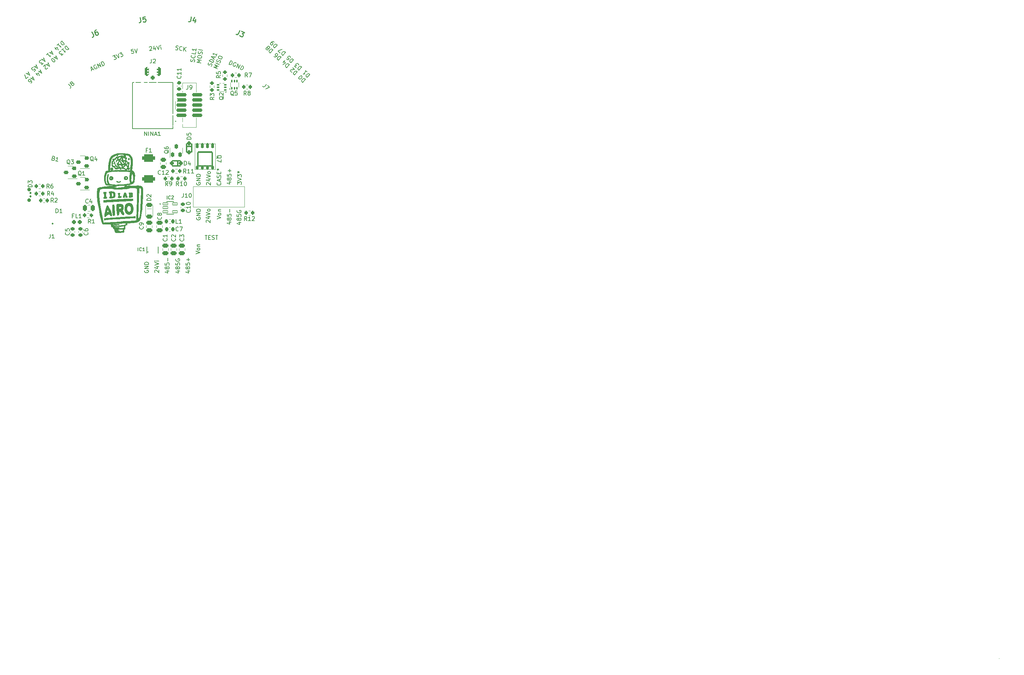
<source format=gto>
G04 #@! TF.GenerationSoftware,KiCad,Pcbnew,7.0.1-3b83917a11~172~ubuntu22.04.1*
G04 #@! TF.CreationDate,2023-11-06T14:25:17+01:00*
G04 #@! TF.ProjectId,io_coupling_MCU_enhanced,696f5f63-6f75-4706-9c69-6e675f4d4355,rev?*
G04 #@! TF.SameCoordinates,Original*
G04 #@! TF.FileFunction,Legend,Top*
G04 #@! TF.FilePolarity,Positive*
%FSLAX46Y46*%
G04 Gerber Fmt 4.6, Leading zero omitted, Abs format (unit mm)*
G04 Created by KiCad (PCBNEW 7.0.1-3b83917a11~172~ubuntu22.04.1) date 2023-11-06 14:25:17*
%MOMM*%
%LPD*%
G01*
G04 APERTURE LIST*
G04 Aperture macros list*
%AMRoundRect*
0 Rectangle with rounded corners*
0 $1 Rounding radius*
0 $2 $3 $4 $5 $6 $7 $8 $9 X,Y pos of 4 corners*
0 Add a 4 corners polygon primitive as box body*
4,1,4,$2,$3,$4,$5,$6,$7,$8,$9,$2,$3,0*
0 Add four circle primitives for the rounded corners*
1,1,$1+$1,$2,$3*
1,1,$1+$1,$4,$5*
1,1,$1+$1,$6,$7*
1,1,$1+$1,$8,$9*
0 Add four rect primitives between the rounded corners*
20,1,$1+$1,$2,$3,$4,$5,0*
20,1,$1+$1,$4,$5,$6,$7,0*
20,1,$1+$1,$6,$7,$8,$9,0*
20,1,$1+$1,$8,$9,$2,$3,0*%
%AMHorizOval*
0 Thick line with rounded ends*
0 $1 width*
0 $2 $3 position (X,Y) of the first rounded end (center of the circle)*
0 $4 $5 position (X,Y) of the second rounded end (center of the circle)*
0 Add line between two ends*
20,1,$1,$2,$3,$4,$5,0*
0 Add two circle primitives to create the rounded ends*
1,1,$1,$2,$3*
1,1,$1,$4,$5*%
%AMRotRect*
0 Rectangle, with rotation*
0 The origin of the aperture is its center*
0 $1 length*
0 $2 width*
0 $3 Rotation angle, in degrees counterclockwise*
0 Add horizontal line*
21,1,$1,$2,0,0,$3*%
G04 Aperture macros list end*
%ADD10C,0.004135*%
%ADD11C,0.003629*%
%ADD12C,0.150000*%
%ADD13C,0.009997*%
%ADD14C,0.030000*%
%ADD15C,0.004793*%
%ADD16C,0.005636*%
%ADD17C,0.004722*%
%ADD18C,0.012025*%
%ADD19C,0.254000*%
%ADD20C,0.120000*%
%ADD21C,0.152400*%
%ADD22C,0.127000*%
%ADD23C,0.200000*%
%ADD24C,0.210000*%
%ADD25C,0.213500*%
%ADD26C,0.300000*%
%ADD27RoundRect,0.200000X-0.200000X-0.275000X0.200000X-0.275000X0.200000X0.275000X-0.200000X0.275000X0*%
%ADD28RoundRect,0.250000X0.475000X-0.250000X0.475000X0.250000X-0.475000X0.250000X-0.475000X-0.250000X0*%
%ADD29RoundRect,0.225000X0.250000X-0.225000X0.250000X0.225000X-0.250000X0.225000X-0.250000X-0.225000X0*%
%ADD30RotRect,1.950000X1.950000X188.057000*%
%ADD31C,1.950000*%
%ADD32RoundRect,0.200000X0.400000X0.200000X-0.400000X0.200000X-0.400000X-0.200000X0.400000X-0.200000X0*%
%ADD33C,1.500000*%
%ADD34C,1.800000*%
%ADD35RoundRect,0.225000X-0.250000X0.225000X-0.250000X-0.225000X0.250000X-0.225000X0.250000X0.225000X0*%
%ADD36C,2.000000*%
%ADD37RotRect,1.950000X1.950000X204.171000*%
%ADD38R,0.620000X1.220000*%
%ADD39HorizOval,0.500000X0.000000X0.000000X0.000000X0.000000X0*%
%ADD40C,0.500000*%
%ADD41RoundRect,0.250000X0.309613X0.237991X-0.178257X0.347454X-0.309613X-0.237991X0.178257X-0.347454X0*%
%ADD42RoundRect,0.275000X0.426108X0.186231X-0.305698X0.350426X-0.426108X-0.186231X0.305698X-0.350426X0*%
%ADD43RoundRect,0.200000X0.200000X0.275000X-0.200000X0.275000X-0.200000X-0.275000X0.200000X-0.275000X0*%
%ADD44RoundRect,0.060000X-0.615000X0.240000X-0.615000X-0.240000X0.615000X-0.240000X0.615000X0.240000X0*%
%ADD45RoundRect,0.250000X-0.475000X0.250000X-0.475000X-0.250000X0.475000X-0.250000X0.475000X0.250000X0*%
%ADD46RoundRect,0.225000X-0.225000X-0.250000X0.225000X-0.250000X0.225000X0.250000X-0.225000X0.250000X0*%
%ADD47RoundRect,0.242500X-0.257500X-0.242500X0.257500X-0.242500X0.257500X0.242500X-0.257500X0.242500X0*%
%ADD48R,1.150000X0.700000*%
%ADD49R,0.700000X1.150000*%
%ADD50R,0.700000X0.700000*%
%ADD51RoundRect,0.075000X-0.075000X-0.275000X0.075000X-0.275000X0.075000X0.275000X-0.075000X0.275000X0*%
%ADD52RoundRect,0.250000X-0.450000X0.262500X-0.450000X-0.262500X0.450000X-0.262500X0.450000X0.262500X0*%
%ADD53R,1.000000X0.700000*%
%ADD54R,0.600000X0.700000*%
%ADD55RoundRect,0.075000X0.275000X-0.075000X0.275000X0.075000X-0.275000X0.075000X-0.275000X-0.075000X0*%
%ADD56RotRect,1.950000X1.950000X171.943000*%
%ADD57RoundRect,0.200000X0.275000X-0.200000X0.275000X0.200000X-0.275000X0.200000X-0.275000X-0.200000X0*%
%ADD58RoundRect,0.250000X0.250000X0.250000X-0.250000X0.250000X-0.250000X-0.250000X0.250000X-0.250000X0*%
%ADD59RoundRect,0.250000X-0.250000X-0.275000X0.250000X-0.275000X0.250000X0.275000X-0.250000X0.275000X0*%
%ADD60RoundRect,0.262500X-0.262500X-0.837500X0.262500X-0.837500X0.262500X0.837500X-0.262500X0.837500X0*%
%ADD61RoundRect,0.218750X0.218750X0.256250X-0.218750X0.256250X-0.218750X-0.256250X0.218750X-0.256250X0*%
%ADD62RoundRect,0.152500X-0.152500X0.482500X-0.152500X-0.482500X0.152500X-0.482500X0.152500X0.482500X0*%
%ADD63RoundRect,0.190500X-1.764500X1.714500X-1.764500X-1.714500X1.764500X-1.714500X1.764500X1.714500X0*%
%ADD64RoundRect,0.152500X-0.152500X0.357500X-0.152500X-0.357500X0.152500X-0.357500X0.152500X0.357500X0*%
%ADD65RoundRect,0.445000X1.130000X-0.445000X1.130000X0.445000X-1.130000X0.445000X-1.130000X-0.445000X0*%
%ADD66RoundRect,0.250000X-0.250000X-0.475000X0.250000X-0.475000X0.250000X0.475000X-0.250000X0.475000X0*%
%ADD67RoundRect,0.200000X-1.110000X-0.200000X1.110000X-0.200000X1.110000X0.200000X-1.110000X0.200000X0*%
%ADD68RoundRect,0.250000X-0.250000X0.250000X-0.250000X-0.250000X0.250000X-0.250000X0.250000X0.250000X0*%
%ADD69RoundRect,0.100000X0.534438X-0.000898X0.497346X0.195632X-0.534438X0.000898X-0.497346X-0.195632X0*%
%ADD70HorizOval,1.100000X0.393061X0.074184X-0.393061X-0.074184X0*%
%ADD71C,1.250000*%
%ADD72RotRect,1.950000X1.950000X155.828000*%
%ADD73RoundRect,0.250000X0.500000X-0.250000X0.500000X0.250000X-0.500000X0.250000X-0.500000X-0.250000X0*%
%ADD74RoundRect,0.200000X0.200000X-0.400000X0.200000X0.400000X-0.200000X0.400000X-0.200000X-0.400000X0*%
%ADD75RoundRect,0.212500X0.237500X-0.212500X0.237500X0.212500X-0.237500X0.212500X-0.237500X-0.212500X0*%
%ADD76RoundRect,0.112500X0.137500X-0.112500X0.137500X0.112500X-0.137500X0.112500X-0.137500X-0.112500X0*%
%ADD77C,0.450000*%
%ADD78C,0.800000*%
G04 APERTURE END LIST*
D10*
X-7958257Y-4834336D02*
X-7949913Y-4835630D01*
X-7946089Y-4836783D01*
X-7942489Y-4838294D01*
X-7939108Y-4840181D01*
X-7935939Y-4842461D01*
X-7932975Y-4845149D01*
X-7930212Y-4848262D01*
X-7927642Y-4851818D01*
X-7925260Y-4855833D01*
X-7921036Y-4865306D01*
X-7917490Y-4876815D01*
X-7914574Y-4890493D01*
X-7912240Y-4906472D01*
X-7910438Y-4924887D01*
X-7909122Y-4945871D01*
X-7908241Y-4969556D01*
X-7907595Y-5025567D01*
X-7907595Y-5228215D01*
X-8763686Y-5257168D01*
X-9726856Y-5301562D01*
X-11053322Y-5376587D01*
X-12380564Y-5460140D01*
X-13346061Y-5530122D01*
X-13850617Y-5573030D01*
X-14367581Y-5612836D01*
X-14846290Y-5653677D01*
X-15074788Y-5673905D01*
X-15256760Y-5691417D01*
X-15329959Y-5698571D01*
X-15399572Y-5704466D01*
X-15463950Y-5709005D01*
X-15521446Y-5712090D01*
X-15570413Y-5713625D01*
X-15591182Y-5713780D01*
X-15609201Y-5713512D01*
X-15624264Y-5712807D01*
X-15636164Y-5711654D01*
X-15644696Y-5710040D01*
X-15647635Y-5709057D01*
X-15649654Y-5707954D01*
X-15651568Y-5706963D01*
X-15653433Y-5705548D01*
X-15657012Y-5701501D01*
X-15660385Y-5695915D01*
X-15663546Y-5688893D01*
X-15666490Y-5680539D01*
X-15669209Y-5670954D01*
X-15671697Y-5660243D01*
X-15673950Y-5648508D01*
X-15675960Y-5635852D01*
X-15677722Y-5622377D01*
X-15680476Y-5593387D01*
X-15682165Y-5562361D01*
X-15682738Y-5530122D01*
X-15682493Y-5509177D01*
X-15681745Y-5489734D01*
X-15681176Y-5480561D01*
X-15680475Y-5471745D01*
X-15679640Y-5463281D01*
X-15678667Y-5455162D01*
X-15677555Y-5447382D01*
X-15676301Y-5439935D01*
X-15674904Y-5432816D01*
X-15673360Y-5426018D01*
X-15671668Y-5419535D01*
X-15669825Y-5413360D01*
X-15667829Y-5407489D01*
X-15665678Y-5401914D01*
X-15663370Y-5396631D01*
X-15660901Y-5391632D01*
X-15658271Y-5386911D01*
X-15655476Y-5382464D01*
X-15652515Y-5378282D01*
X-15649385Y-5374362D01*
X-15646083Y-5370696D01*
X-15642609Y-5367278D01*
X-15638958Y-5364102D01*
X-15635130Y-5361163D01*
X-15631121Y-5358454D01*
X-15626930Y-5355969D01*
X-15622554Y-5353703D01*
X-15617991Y-5351648D01*
X-15613239Y-5349799D01*
X-15608295Y-5348150D01*
X-15421025Y-5323332D01*
X-14966226Y-5279905D01*
X-13263346Y-5137227D01*
X-12281436Y-5066790D01*
X-11053322Y-4989375D01*
X-9829085Y-4919714D01*
X-8858808Y-4872540D01*
X-7977901Y-4835320D01*
X-7967570Y-4834277D01*
X-7958257Y-4834336D01*
G36*
X-7958257Y-4834336D02*
G01*
X-7949913Y-4835630D01*
X-7946089Y-4836783D01*
X-7942489Y-4838294D01*
X-7939108Y-4840181D01*
X-7935939Y-4842461D01*
X-7932975Y-4845149D01*
X-7930212Y-4848262D01*
X-7927642Y-4851818D01*
X-7925260Y-4855833D01*
X-7921036Y-4865306D01*
X-7917490Y-4876815D01*
X-7914574Y-4890493D01*
X-7912240Y-4906472D01*
X-7910438Y-4924887D01*
X-7909122Y-4945871D01*
X-7908241Y-4969556D01*
X-7907595Y-5025567D01*
X-7907595Y-5228215D01*
X-8763686Y-5257168D01*
X-9726856Y-5301562D01*
X-11053322Y-5376587D01*
X-12380564Y-5460140D01*
X-13346061Y-5530122D01*
X-13850617Y-5573030D01*
X-14367581Y-5612836D01*
X-14846290Y-5653677D01*
X-15074788Y-5673905D01*
X-15256760Y-5691417D01*
X-15329959Y-5698571D01*
X-15399572Y-5704466D01*
X-15463950Y-5709005D01*
X-15521446Y-5712090D01*
X-15570413Y-5713625D01*
X-15591182Y-5713780D01*
X-15609201Y-5713512D01*
X-15624264Y-5712807D01*
X-15636164Y-5711654D01*
X-15644696Y-5710040D01*
X-15647635Y-5709057D01*
X-15649654Y-5707954D01*
X-15651568Y-5706963D01*
X-15653433Y-5705548D01*
X-15657012Y-5701501D01*
X-15660385Y-5695915D01*
X-15663546Y-5688893D01*
X-15666490Y-5680539D01*
X-15669209Y-5670954D01*
X-15671697Y-5660243D01*
X-15673950Y-5648508D01*
X-15675960Y-5635852D01*
X-15677722Y-5622377D01*
X-15680476Y-5593387D01*
X-15682165Y-5562361D01*
X-15682738Y-5530122D01*
X-15682493Y-5509177D01*
X-15681745Y-5489734D01*
X-15681176Y-5480561D01*
X-15680475Y-5471745D01*
X-15679640Y-5463281D01*
X-15678667Y-5455162D01*
X-15677555Y-5447382D01*
X-15676301Y-5439935D01*
X-15674904Y-5432816D01*
X-15673360Y-5426018D01*
X-15671668Y-5419535D01*
X-15669825Y-5413360D01*
X-15667829Y-5407489D01*
X-15665678Y-5401914D01*
X-15663370Y-5396631D01*
X-15660901Y-5391632D01*
X-15658271Y-5386911D01*
X-15655476Y-5382464D01*
X-15652515Y-5378282D01*
X-15649385Y-5374362D01*
X-15646083Y-5370696D01*
X-15642609Y-5367278D01*
X-15638958Y-5364102D01*
X-15635130Y-5361163D01*
X-15631121Y-5358454D01*
X-15626930Y-5355969D01*
X-15622554Y-5353703D01*
X-15617991Y-5351648D01*
X-15613239Y-5349799D01*
X-15608295Y-5348150D01*
X-15421025Y-5323332D01*
X-14966226Y-5279905D01*
X-13263346Y-5137227D01*
X-12281436Y-5066790D01*
X-11053322Y-4989375D01*
X-9829085Y-4919714D01*
X-8858808Y-4872540D01*
X-7977901Y-4835320D01*
X-7967570Y-4834277D01*
X-7958257Y-4834336D01*
G37*
D11*
X-11557905Y7012717D02*
X-11546486Y7010878D01*
X-11535336Y7008082D01*
X-11524515Y7004374D01*
X-11514085Y6999798D01*
X-11504107Y6994400D01*
X-11494643Y6988224D01*
X-11485752Y6981314D01*
X-11477497Y6973714D01*
X-11469938Y6965470D01*
X-11463137Y6956626D01*
X-11457155Y6947226D01*
X-11452053Y6937315D01*
X-11447892Y6926937D01*
X-11444733Y6916138D01*
X-11442638Y6904961D01*
X-11441667Y6893451D01*
X-11441882Y6881652D01*
X-11443343Y6869610D01*
X-11446113Y6857368D01*
X-11450252Y6844971D01*
X-11455821Y6832464D01*
X-11462881Y6819892D01*
X-11468132Y6811991D01*
X-11473662Y6804623D01*
X-11479456Y6797785D01*
X-11485496Y6791480D01*
X-11491765Y6785706D01*
X-11498245Y6780464D01*
X-11504919Y6775754D01*
X-11511769Y6771575D01*
X-11518779Y6767928D01*
X-11525932Y6764813D01*
X-11533209Y6762229D01*
X-11540594Y6760177D01*
X-11548070Y6758656D01*
X-11555618Y6757668D01*
X-11563223Y6757211D01*
X-11570866Y6757285D01*
X-11578530Y6757892D01*
X-11586198Y6759030D01*
X-11593853Y6760699D01*
X-11601477Y6762901D01*
X-11609054Y6765634D01*
X-11616565Y6768899D01*
X-11623994Y6772695D01*
X-11631323Y6777023D01*
X-11638536Y6781883D01*
X-11645614Y6787275D01*
X-11652540Y6793198D01*
X-11659298Y6799653D01*
X-11665870Y6806639D01*
X-11672238Y6814158D01*
X-11678386Y6822208D01*
X-11684295Y6830789D01*
X-11691950Y6843145D01*
X-11698567Y6854431D01*
X-11704131Y6864772D01*
X-11706514Y6869625D01*
X-11708627Y6874288D01*
X-11710469Y6878776D01*
X-11712038Y6883103D01*
X-11713332Y6887285D01*
X-11714348Y6891338D01*
X-11715086Y6895276D01*
X-11715542Y6899116D01*
X-11715715Y6902872D01*
X-11715603Y6906559D01*
X-11715204Y6910193D01*
X-11714516Y6913789D01*
X-11713537Y6917363D01*
X-11712264Y6920929D01*
X-11710697Y6924504D01*
X-11708832Y6928101D01*
X-11706669Y6931738D01*
X-11704204Y6935428D01*
X-11701436Y6939187D01*
X-11698363Y6943030D01*
X-11694983Y6946973D01*
X-11691294Y6951032D01*
X-11682981Y6959554D01*
X-11673408Y6968720D01*
X-11673408Y6968714D01*
X-11662667Y6978887D01*
X-11651583Y6987660D01*
X-11640218Y6995074D01*
X-11628632Y7001177D01*
X-11616886Y7006011D01*
X-11605042Y7009621D01*
X-11593160Y7012053D01*
X-11581303Y7013349D01*
X-11569531Y7013556D01*
X-11557905Y7012717D01*
G36*
X-11557905Y7012717D02*
G01*
X-11546486Y7010878D01*
X-11535336Y7008082D01*
X-11524515Y7004374D01*
X-11514085Y6999798D01*
X-11504107Y6994400D01*
X-11494643Y6988224D01*
X-11485752Y6981314D01*
X-11477497Y6973714D01*
X-11469938Y6965470D01*
X-11463137Y6956626D01*
X-11457155Y6947226D01*
X-11452053Y6937315D01*
X-11447892Y6926937D01*
X-11444733Y6916138D01*
X-11442638Y6904961D01*
X-11441667Y6893451D01*
X-11441882Y6881652D01*
X-11443343Y6869610D01*
X-11446113Y6857368D01*
X-11450252Y6844971D01*
X-11455821Y6832464D01*
X-11462881Y6819892D01*
X-11468132Y6811991D01*
X-11473662Y6804623D01*
X-11479456Y6797785D01*
X-11485496Y6791480D01*
X-11491765Y6785706D01*
X-11498245Y6780464D01*
X-11504919Y6775754D01*
X-11511769Y6771575D01*
X-11518779Y6767928D01*
X-11525932Y6764813D01*
X-11533209Y6762229D01*
X-11540594Y6760177D01*
X-11548070Y6758656D01*
X-11555618Y6757668D01*
X-11563223Y6757211D01*
X-11570866Y6757285D01*
X-11578530Y6757892D01*
X-11586198Y6759030D01*
X-11593853Y6760699D01*
X-11601477Y6762901D01*
X-11609054Y6765634D01*
X-11616565Y6768899D01*
X-11623994Y6772695D01*
X-11631323Y6777023D01*
X-11638536Y6781883D01*
X-11645614Y6787275D01*
X-11652540Y6793198D01*
X-11659298Y6799653D01*
X-11665870Y6806639D01*
X-11672238Y6814158D01*
X-11678386Y6822208D01*
X-11684295Y6830789D01*
X-11691950Y6843145D01*
X-11698567Y6854431D01*
X-11704131Y6864772D01*
X-11706514Y6869625D01*
X-11708627Y6874288D01*
X-11710469Y6878776D01*
X-11712038Y6883103D01*
X-11713332Y6887285D01*
X-11714348Y6891338D01*
X-11715086Y6895276D01*
X-11715542Y6899116D01*
X-11715715Y6902872D01*
X-11715603Y6906559D01*
X-11715204Y6910193D01*
X-11714516Y6913789D01*
X-11713537Y6917363D01*
X-11712264Y6920929D01*
X-11710697Y6924504D01*
X-11708832Y6928101D01*
X-11706669Y6931738D01*
X-11704204Y6935428D01*
X-11701436Y6939187D01*
X-11698363Y6943030D01*
X-11694983Y6946973D01*
X-11691294Y6951032D01*
X-11682981Y6959554D01*
X-11673408Y6968720D01*
X-11673408Y6968714D01*
X-11662667Y6978887D01*
X-11651583Y6987660D01*
X-11640218Y6995074D01*
X-11628632Y7001177D01*
X-11616886Y7006011D01*
X-11605042Y7009621D01*
X-11593160Y7012053D01*
X-11581303Y7013349D01*
X-11569531Y7013556D01*
X-11557905Y7012717D01*
G37*
D12*
X205740001Y-114300000D02*
G75*
G03*
X205740001Y-114300000I-1J0D01*
G01*
D13*
X-12578000Y-2680051D02*
X-12028028Y-2680051D01*
X-12027476Y-2717489D01*
X-12025750Y-2751697D01*
X-12022743Y-2782787D01*
X-12020726Y-2797197D01*
X-12018348Y-2810870D01*
X-12015597Y-2823820D01*
X-12012459Y-2836060D01*
X-12008920Y-2847605D01*
X-12004968Y-2858470D01*
X-12000589Y-2868667D01*
X-11995769Y-2878211D01*
X-11990496Y-2887116D01*
X-11984755Y-2895396D01*
X-11978535Y-2903065D01*
X-11971820Y-2910138D01*
X-11964599Y-2916628D01*
X-11956856Y-2922550D01*
X-11948581Y-2927916D01*
X-11939758Y-2932743D01*
X-11930374Y-2937043D01*
X-11920417Y-2940830D01*
X-11909873Y-2944120D01*
X-11898728Y-2946925D01*
X-11886970Y-2949260D01*
X-11874584Y-2951139D01*
X-11861558Y-2952576D01*
X-11847878Y-2953585D01*
X-11818503Y-2954375D01*
X-11791576Y-2953928D01*
X-11765467Y-2952599D01*
X-11740192Y-2950406D01*
X-11715767Y-2947366D01*
X-11692210Y-2943500D01*
X-11669537Y-2938823D01*
X-11647764Y-2933355D01*
X-11626909Y-2927113D01*
X-11606989Y-2920116D01*
X-11588019Y-2912381D01*
X-11570016Y-2903928D01*
X-11552998Y-2894773D01*
X-11536980Y-2884934D01*
X-11521980Y-2874431D01*
X-11508014Y-2863281D01*
X-11495099Y-2851502D01*
X-11483252Y-2839113D01*
X-11472489Y-2826130D01*
X-11462827Y-2812573D01*
X-11454282Y-2798460D01*
X-11446872Y-2783808D01*
X-11440613Y-2768636D01*
X-11435521Y-2752962D01*
X-11431614Y-2736804D01*
X-11428908Y-2720179D01*
X-11427419Y-2703107D01*
X-11427165Y-2685604D01*
X-11428162Y-2667690D01*
X-11430427Y-2649383D01*
X-11433976Y-2630699D01*
X-11438827Y-2611658D01*
X-11444995Y-2592278D01*
X-11452779Y-2570293D01*
X-11462432Y-2549610D01*
X-11473899Y-2530245D01*
X-11487128Y-2512214D01*
X-11502065Y-2495533D01*
X-11518657Y-2480218D01*
X-11536850Y-2466285D01*
X-11556591Y-2453751D01*
X-11577826Y-2442631D01*
X-11600503Y-2432942D01*
X-11624567Y-2424699D01*
X-11649966Y-2417919D01*
X-11676646Y-2412617D01*
X-11704554Y-2408811D01*
X-11733636Y-2406515D01*
X-11763839Y-2405746D01*
X-11802836Y-2406295D01*
X-11837964Y-2408082D01*
X-11869408Y-2411315D01*
X-11883807Y-2413539D01*
X-11897356Y-2416203D01*
X-11910077Y-2419333D01*
X-11921995Y-2422955D01*
X-11933131Y-2427096D01*
X-11943511Y-2431781D01*
X-11953156Y-2437037D01*
X-11962091Y-2442889D01*
X-11970339Y-2449365D01*
X-11977922Y-2456489D01*
X-11984866Y-2464288D01*
X-11991192Y-2472789D01*
X-11996924Y-2482017D01*
X-12002085Y-2491998D01*
X-12006700Y-2502759D01*
X-12010791Y-2514325D01*
X-12014381Y-2526724D01*
X-12017494Y-2539980D01*
X-12020154Y-2554120D01*
X-12022383Y-2569171D01*
X-12025644Y-2602107D01*
X-12027463Y-2638997D01*
X-12028028Y-2680051D01*
X-12578000Y-2680051D01*
X-12583300Y-2388075D01*
X-12581136Y-2218232D01*
X-12574636Y-2078205D01*
X-12563464Y-1974085D01*
X-12547289Y-1911965D01*
X-12547287Y-1911965D01*
X-12535196Y-1891068D01*
X-12517920Y-1871581D01*
X-12495774Y-1853495D01*
X-12469070Y-1836806D01*
X-12438123Y-1821507D01*
X-12403246Y-1807593D01*
X-12322957Y-1783893D01*
X-12230711Y-1765657D01*
X-12129017Y-1752839D01*
X-12020384Y-1745389D01*
X-11907320Y-1743259D01*
X-11792335Y-1746401D01*
X-11677937Y-1754767D01*
X-11566635Y-1768309D01*
X-11460938Y-1786978D01*
X-11363354Y-1810726D01*
X-11276392Y-1839506D01*
X-11237679Y-1855767D01*
X-11202562Y-1873268D01*
X-11171354Y-1892002D01*
X-11144371Y-1911965D01*
X-11118485Y-1934704D01*
X-11093786Y-1959635D01*
X-11070289Y-1986636D01*
X-11048006Y-2015583D01*
X-11026951Y-2046355D01*
X-11007136Y-2078828D01*
X-10971284Y-2148391D01*
X-10940557Y-2223289D01*
X-10915060Y-2302543D01*
X-10894901Y-2385172D01*
X-10880186Y-2470197D01*
X-10871023Y-2556636D01*
X-10867518Y-2643508D01*
X-10869778Y-2729834D01*
X-10877909Y-2814634D01*
X-10892018Y-2896925D01*
X-10912213Y-2975729D01*
X-10938600Y-3050065D01*
X-10954148Y-3085250D01*
X-10971285Y-3118951D01*
X-10996897Y-3165743D01*
X-11019040Y-3207825D01*
X-11037660Y-3245889D01*
X-11052704Y-3280626D01*
X-11058868Y-3296963D01*
X-11064118Y-3312727D01*
X-11068447Y-3328005D01*
X-11071848Y-3342883D01*
X-11074316Y-3357448D01*
X-11075843Y-3371786D01*
X-11076422Y-3385983D01*
X-11076047Y-3400125D01*
X-11074712Y-3414300D01*
X-11072409Y-3428594D01*
X-11069131Y-3443092D01*
X-11064873Y-3457882D01*
X-11059628Y-3473049D01*
X-11053388Y-3488681D01*
X-11046147Y-3504863D01*
X-11037899Y-3521682D01*
X-11018354Y-3557577D01*
X-10994698Y-3597055D01*
X-10966879Y-3640810D01*
X-10934844Y-3689531D01*
X-10899192Y-3747334D01*
X-10867410Y-3805299D01*
X-10839525Y-3863071D01*
X-10815563Y-3920296D01*
X-10795551Y-3976622D01*
X-10779515Y-4031694D01*
X-10772997Y-4058649D01*
X-10767483Y-4085158D01*
X-10762976Y-4111177D01*
X-10759481Y-4136662D01*
X-10756999Y-4161568D01*
X-10755535Y-4185851D01*
X-10755092Y-4209467D01*
X-10755673Y-4232372D01*
X-10757282Y-4254522D01*
X-10759921Y-4275872D01*
X-10763595Y-4296378D01*
X-10768306Y-4315996D01*
X-10774058Y-4334682D01*
X-10780854Y-4352391D01*
X-10788698Y-4369080D01*
X-10797592Y-4384704D01*
X-10807541Y-4399219D01*
X-10818548Y-4412580D01*
X-10830615Y-4424745D01*
X-10843746Y-4435667D01*
X-10859330Y-4446148D01*
X-10875326Y-4454968D01*
X-10891719Y-4462136D01*
X-10908494Y-4467663D01*
X-10925636Y-4471558D01*
X-10943130Y-4473832D01*
X-10960961Y-4474494D01*
X-10979114Y-4473556D01*
X-10997574Y-4471026D01*
X-11016325Y-4466914D01*
X-11035354Y-4461232D01*
X-11054644Y-4453989D01*
X-11074181Y-4445194D01*
X-11093950Y-4434859D01*
X-11113936Y-4422992D01*
X-11134124Y-4409605D01*
X-11175045Y-4378308D01*
X-11216593Y-4341048D01*
X-11258648Y-4297904D01*
X-11301090Y-4248959D01*
X-11343798Y-4194291D01*
X-11386654Y-4133982D01*
X-11429536Y-4068111D01*
X-11472325Y-3996760D01*
X-11523886Y-3909967D01*
X-11572658Y-3834763D01*
X-11595994Y-3801512D01*
X-11618627Y-3771164D01*
X-11640557Y-3743722D01*
X-11661781Y-3719186D01*
X-11682298Y-3697560D01*
X-11702106Y-3678845D01*
X-11721203Y-3663044D01*
X-11739589Y-3650157D01*
X-11757260Y-3640188D01*
X-11774215Y-3633139D01*
X-11790454Y-3629010D01*
X-11805973Y-3627805D01*
X-11820772Y-3629525D01*
X-11834848Y-3634173D01*
X-11848201Y-3641750D01*
X-11860828Y-3652258D01*
X-11872727Y-3665700D01*
X-11883898Y-3682077D01*
X-11894338Y-3701391D01*
X-11904046Y-3723645D01*
X-11913020Y-3748840D01*
X-11921259Y-3776979D01*
X-11928760Y-3808063D01*
X-11935522Y-3842094D01*
X-11941544Y-3879075D01*
X-11946823Y-3919008D01*
X-11951358Y-3961893D01*
X-11955148Y-4007735D01*
X-11958341Y-4048422D01*
X-11962761Y-4088149D01*
X-11968352Y-4126856D01*
X-11975058Y-4164481D01*
X-11982825Y-4200965D01*
X-11991599Y-4236248D01*
X-12001323Y-4270269D01*
X-12011942Y-4302968D01*
X-12023403Y-4334285D01*
X-12035649Y-4364159D01*
X-12048626Y-4392530D01*
X-12062278Y-4419338D01*
X-12076551Y-4444523D01*
X-12091389Y-4468024D01*
X-12106738Y-4489781D01*
X-12122542Y-4509733D01*
X-12138746Y-4527822D01*
X-12155296Y-4543985D01*
X-12172136Y-4558164D01*
X-12189211Y-4570297D01*
X-12206467Y-4580324D01*
X-12223847Y-4588186D01*
X-12241298Y-4593822D01*
X-12258763Y-4597171D01*
X-12276189Y-4598173D01*
X-12293519Y-4596769D01*
X-12310699Y-4592897D01*
X-12327675Y-4586498D01*
X-12344389Y-4577511D01*
X-12360789Y-4565876D01*
X-12376819Y-4551533D01*
X-12392423Y-4534421D01*
X-12416280Y-4481945D01*
X-12439804Y-4386184D01*
X-12462660Y-4253230D01*
X-12484516Y-4089174D01*
X-12523891Y-3692124D01*
X-12555259Y-3243768D01*
X-12575952Y-2792840D01*
X-12578000Y-2680051D01*
G36*
X-12578000Y-2680051D02*
G01*
X-12028028Y-2680051D01*
X-12027476Y-2717489D01*
X-12025750Y-2751697D01*
X-12022743Y-2782787D01*
X-12020726Y-2797197D01*
X-12018348Y-2810870D01*
X-12015597Y-2823820D01*
X-12012459Y-2836060D01*
X-12008920Y-2847605D01*
X-12004968Y-2858470D01*
X-12000589Y-2868667D01*
X-11995769Y-2878211D01*
X-11990496Y-2887116D01*
X-11984755Y-2895396D01*
X-11978535Y-2903065D01*
X-11971820Y-2910138D01*
X-11964599Y-2916628D01*
X-11956856Y-2922550D01*
X-11948581Y-2927916D01*
X-11939758Y-2932743D01*
X-11930374Y-2937043D01*
X-11920417Y-2940830D01*
X-11909873Y-2944120D01*
X-11898728Y-2946925D01*
X-11886970Y-2949260D01*
X-11874584Y-2951139D01*
X-11861558Y-2952576D01*
X-11847878Y-2953585D01*
X-11818503Y-2954375D01*
X-11791576Y-2953928D01*
X-11765467Y-2952599D01*
X-11740192Y-2950406D01*
X-11715767Y-2947366D01*
X-11692210Y-2943500D01*
X-11669537Y-2938823D01*
X-11647764Y-2933355D01*
X-11626909Y-2927113D01*
X-11606989Y-2920116D01*
X-11588019Y-2912381D01*
X-11570016Y-2903928D01*
X-11552998Y-2894773D01*
X-11536980Y-2884934D01*
X-11521980Y-2874431D01*
X-11508014Y-2863281D01*
X-11495099Y-2851502D01*
X-11483252Y-2839113D01*
X-11472489Y-2826130D01*
X-11462827Y-2812573D01*
X-11454282Y-2798460D01*
X-11446872Y-2783808D01*
X-11440613Y-2768636D01*
X-11435521Y-2752962D01*
X-11431614Y-2736804D01*
X-11428908Y-2720179D01*
X-11427419Y-2703107D01*
X-11427165Y-2685604D01*
X-11428162Y-2667690D01*
X-11430427Y-2649383D01*
X-11433976Y-2630699D01*
X-11438827Y-2611658D01*
X-11444995Y-2592278D01*
X-11452779Y-2570293D01*
X-11462432Y-2549610D01*
X-11473899Y-2530245D01*
X-11487128Y-2512214D01*
X-11502065Y-2495533D01*
X-11518657Y-2480218D01*
X-11536850Y-2466285D01*
X-11556591Y-2453751D01*
X-11577826Y-2442631D01*
X-11600503Y-2432942D01*
X-11624567Y-2424699D01*
X-11649966Y-2417919D01*
X-11676646Y-2412617D01*
X-11704554Y-2408811D01*
X-11733636Y-2406515D01*
X-11763839Y-2405746D01*
X-11802836Y-2406295D01*
X-11837964Y-2408082D01*
X-11869408Y-2411315D01*
X-11883807Y-2413539D01*
X-11897356Y-2416203D01*
X-11910077Y-2419333D01*
X-11921995Y-2422955D01*
X-11933131Y-2427096D01*
X-11943511Y-2431781D01*
X-11953156Y-2437037D01*
X-11962091Y-2442889D01*
X-11970339Y-2449365D01*
X-11977922Y-2456489D01*
X-11984866Y-2464288D01*
X-11991192Y-2472789D01*
X-11996924Y-2482017D01*
X-12002085Y-2491998D01*
X-12006700Y-2502759D01*
X-12010791Y-2514325D01*
X-12014381Y-2526724D01*
X-12017494Y-2539980D01*
X-12020154Y-2554120D01*
X-12022383Y-2569171D01*
X-12025644Y-2602107D01*
X-12027463Y-2638997D01*
X-12028028Y-2680051D01*
X-12578000Y-2680051D01*
X-12583300Y-2388075D01*
X-12581136Y-2218232D01*
X-12574636Y-2078205D01*
X-12563464Y-1974085D01*
X-12547289Y-1911965D01*
X-12547287Y-1911965D01*
X-12535196Y-1891068D01*
X-12517920Y-1871581D01*
X-12495774Y-1853495D01*
X-12469070Y-1836806D01*
X-12438123Y-1821507D01*
X-12403246Y-1807593D01*
X-12322957Y-1783893D01*
X-12230711Y-1765657D01*
X-12129017Y-1752839D01*
X-12020384Y-1745389D01*
X-11907320Y-1743259D01*
X-11792335Y-1746401D01*
X-11677937Y-1754767D01*
X-11566635Y-1768309D01*
X-11460938Y-1786978D01*
X-11363354Y-1810726D01*
X-11276392Y-1839506D01*
X-11237679Y-1855767D01*
X-11202562Y-1873268D01*
X-11171354Y-1892002D01*
X-11144371Y-1911965D01*
X-11118485Y-1934704D01*
X-11093786Y-1959635D01*
X-11070289Y-1986636D01*
X-11048006Y-2015583D01*
X-11026951Y-2046355D01*
X-11007136Y-2078828D01*
X-10971284Y-2148391D01*
X-10940557Y-2223289D01*
X-10915060Y-2302543D01*
X-10894901Y-2385172D01*
X-10880186Y-2470197D01*
X-10871023Y-2556636D01*
X-10867518Y-2643508D01*
X-10869778Y-2729834D01*
X-10877909Y-2814634D01*
X-10892018Y-2896925D01*
X-10912213Y-2975729D01*
X-10938600Y-3050065D01*
X-10954148Y-3085250D01*
X-10971285Y-3118951D01*
X-10996897Y-3165743D01*
X-11019040Y-3207825D01*
X-11037660Y-3245889D01*
X-11052704Y-3280626D01*
X-11058868Y-3296963D01*
X-11064118Y-3312727D01*
X-11068447Y-3328005D01*
X-11071848Y-3342883D01*
X-11074316Y-3357448D01*
X-11075843Y-3371786D01*
X-11076422Y-3385983D01*
X-11076047Y-3400125D01*
X-11074712Y-3414300D01*
X-11072409Y-3428594D01*
X-11069131Y-3443092D01*
X-11064873Y-3457882D01*
X-11059628Y-3473049D01*
X-11053388Y-3488681D01*
X-11046147Y-3504863D01*
X-11037899Y-3521682D01*
X-11018354Y-3557577D01*
X-10994698Y-3597055D01*
X-10966879Y-3640810D01*
X-10934844Y-3689531D01*
X-10899192Y-3747334D01*
X-10867410Y-3805299D01*
X-10839525Y-3863071D01*
X-10815563Y-3920296D01*
X-10795551Y-3976622D01*
X-10779515Y-4031694D01*
X-10772997Y-4058649D01*
X-10767483Y-4085158D01*
X-10762976Y-4111177D01*
X-10759481Y-4136662D01*
X-10756999Y-4161568D01*
X-10755535Y-4185851D01*
X-10755092Y-4209467D01*
X-10755673Y-4232372D01*
X-10757282Y-4254522D01*
X-10759921Y-4275872D01*
X-10763595Y-4296378D01*
X-10768306Y-4315996D01*
X-10774058Y-4334682D01*
X-10780854Y-4352391D01*
X-10788698Y-4369080D01*
X-10797592Y-4384704D01*
X-10807541Y-4399219D01*
X-10818548Y-4412580D01*
X-10830615Y-4424745D01*
X-10843746Y-4435667D01*
X-10859330Y-4446148D01*
X-10875326Y-4454968D01*
X-10891719Y-4462136D01*
X-10908494Y-4467663D01*
X-10925636Y-4471558D01*
X-10943130Y-4473832D01*
X-10960961Y-4474494D01*
X-10979114Y-4473556D01*
X-10997574Y-4471026D01*
X-11016325Y-4466914D01*
X-11035354Y-4461232D01*
X-11054644Y-4453989D01*
X-11074181Y-4445194D01*
X-11093950Y-4434859D01*
X-11113936Y-4422992D01*
X-11134124Y-4409605D01*
X-11175045Y-4378308D01*
X-11216593Y-4341048D01*
X-11258648Y-4297904D01*
X-11301090Y-4248959D01*
X-11343798Y-4194291D01*
X-11386654Y-4133982D01*
X-11429536Y-4068111D01*
X-11472325Y-3996760D01*
X-11523886Y-3909967D01*
X-11572658Y-3834763D01*
X-11595994Y-3801512D01*
X-11618627Y-3771164D01*
X-11640557Y-3743722D01*
X-11661781Y-3719186D01*
X-11682298Y-3697560D01*
X-11702106Y-3678845D01*
X-11721203Y-3663044D01*
X-11739589Y-3650157D01*
X-11757260Y-3640188D01*
X-11774215Y-3633139D01*
X-11790454Y-3629010D01*
X-11805973Y-3627805D01*
X-11820772Y-3629525D01*
X-11834848Y-3634173D01*
X-11848201Y-3641750D01*
X-11860828Y-3652258D01*
X-11872727Y-3665700D01*
X-11883898Y-3682077D01*
X-11894338Y-3701391D01*
X-11904046Y-3723645D01*
X-11913020Y-3748840D01*
X-11921259Y-3776979D01*
X-11928760Y-3808063D01*
X-11935522Y-3842094D01*
X-11941544Y-3879075D01*
X-11946823Y-3919008D01*
X-11951358Y-3961893D01*
X-11955148Y-4007735D01*
X-11958341Y-4048422D01*
X-11962761Y-4088149D01*
X-11968352Y-4126856D01*
X-11975058Y-4164481D01*
X-11982825Y-4200965D01*
X-11991599Y-4236248D01*
X-12001323Y-4270269D01*
X-12011942Y-4302968D01*
X-12023403Y-4334285D01*
X-12035649Y-4364159D01*
X-12048626Y-4392530D01*
X-12062278Y-4419338D01*
X-12076551Y-4444523D01*
X-12091389Y-4468024D01*
X-12106738Y-4489781D01*
X-12122542Y-4509733D01*
X-12138746Y-4527822D01*
X-12155296Y-4543985D01*
X-12172136Y-4558164D01*
X-12189211Y-4570297D01*
X-12206467Y-4580324D01*
X-12223847Y-4588186D01*
X-12241298Y-4593822D01*
X-12258763Y-4597171D01*
X-12276189Y-4598173D01*
X-12293519Y-4596769D01*
X-12310699Y-4592897D01*
X-12327675Y-4586498D01*
X-12344389Y-4577511D01*
X-12360789Y-4565876D01*
X-12376819Y-4551533D01*
X-12392423Y-4534421D01*
X-12416280Y-4481945D01*
X-12439804Y-4386184D01*
X-12462660Y-4253230D01*
X-12484516Y-4089174D01*
X-12523891Y-3692124D01*
X-12555259Y-3243768D01*
X-12575952Y-2792840D01*
X-12578000Y-2680051D01*
G37*
D11*
X-12985767Y8651227D02*
X-12982956Y8650653D01*
X-12980319Y8649714D01*
X-12977863Y8648424D01*
X-12975593Y8646796D01*
X-12973515Y8644845D01*
X-12971635Y8642584D01*
X-12969958Y8640028D01*
X-12968490Y8637190D01*
X-12967238Y8634084D01*
X-12966206Y8630724D01*
X-12965400Y8627125D01*
X-12964827Y8623300D01*
X-12964491Y8619262D01*
X-12964558Y8610608D01*
X-12965645Y8601273D01*
X-12967799Y8591368D01*
X-12971066Y8581007D01*
X-12975491Y8570299D01*
X-12978153Y8564851D01*
X-12981122Y8559357D01*
X-12984404Y8553833D01*
X-12988004Y8548293D01*
X-12991929Y8542749D01*
X-12996183Y8537217D01*
X-13000773Y8531709D01*
X-13005705Y8526241D01*
X-13016235Y8515744D01*
X-13026046Y8505347D01*
X-13035143Y8495044D01*
X-13043526Y8484827D01*
X-13051199Y8474690D01*
X-13058164Y8464627D01*
X-13064424Y8454630D01*
X-13069980Y8444693D01*
X-13074837Y8434810D01*
X-13078995Y8424974D01*
X-13082458Y8415177D01*
X-13085228Y8405414D01*
X-13087307Y8395678D01*
X-13088699Y8385961D01*
X-13089404Y8376258D01*
X-13089427Y8366562D01*
X-13088769Y8356865D01*
X-13087434Y8347162D01*
X-13085422Y8337446D01*
X-13082737Y8327710D01*
X-13079382Y8317947D01*
X-13075359Y8308151D01*
X-13070670Y8298314D01*
X-13065317Y8288431D01*
X-13059304Y8278495D01*
X-13052633Y8268499D01*
X-13045306Y8258436D01*
X-13037326Y8248299D01*
X-13028695Y8238083D01*
X-13019416Y8227780D01*
X-12998923Y8206887D01*
X-12994332Y8201826D01*
X-12990081Y8196855D01*
X-12986164Y8191978D01*
X-12982573Y8187199D01*
X-12979301Y8182520D01*
X-12976341Y8177945D01*
X-12973686Y8173478D01*
X-12971328Y8169123D01*
X-12969260Y8164881D01*
X-12967474Y8160758D01*
X-12965965Y8156757D01*
X-12964724Y8152880D01*
X-12963744Y8149132D01*
X-12963017Y8145517D01*
X-12962538Y8142036D01*
X-12962298Y8138695D01*
X-12962290Y8135495D01*
X-12962507Y8132442D01*
X-12962942Y8129538D01*
X-12963588Y8126787D01*
X-12964436Y8124192D01*
X-12965481Y8121757D01*
X-12966714Y8119486D01*
X-12968129Y8117380D01*
X-12969719Y8115446D01*
X-12971475Y8113684D01*
X-12973392Y8112100D01*
X-12975460Y8110697D01*
X-12977675Y8109477D01*
X-12980027Y8108445D01*
X-12982510Y8107604D01*
X-12985117Y8106958D01*
X-13012037Y8102667D01*
X-13037339Y8101123D01*
X-13061048Y8102179D01*
X-13083187Y8105692D01*
X-13103780Y8111514D01*
X-13122851Y8119500D01*
X-13140424Y8129504D01*
X-13156522Y8141381D01*
X-13171170Y8154985D01*
X-13184391Y8170171D01*
X-13196209Y8186791D01*
X-13206647Y8204702D01*
X-13215730Y8223757D01*
X-13223482Y8243810D01*
X-13229925Y8264716D01*
X-13235085Y8286329D01*
X-13238984Y8308504D01*
X-13241647Y8331094D01*
X-13243097Y8353954D01*
X-13243359Y8376938D01*
X-13242456Y8399901D01*
X-13240411Y8422697D01*
X-13237249Y8445180D01*
X-13232993Y8467204D01*
X-13227668Y8488624D01*
X-13221297Y8509294D01*
X-13213903Y8529069D01*
X-13205511Y8547802D01*
X-13196145Y8565348D01*
X-13185828Y8581562D01*
X-13174584Y8596297D01*
X-13162437Y8609408D01*
X-13162437Y8609414D01*
X-13159456Y8612408D01*
X-13155980Y8615268D01*
X-13152043Y8617997D01*
X-13147679Y8620596D01*
X-13137802Y8625419D01*
X-13126621Y8629756D01*
X-13114403Y8633629D01*
X-13101419Y8637058D01*
X-13087939Y8640063D01*
X-13074231Y8642665D01*
X-13060566Y8644884D01*
X-13047213Y8646741D01*
X-13022522Y8649450D01*
X-13002315Y8650955D01*
X-12988747Y8651421D01*
X-12985767Y8651227D01*
G36*
X-12985767Y8651227D02*
G01*
X-12982956Y8650653D01*
X-12980319Y8649714D01*
X-12977863Y8648424D01*
X-12975593Y8646796D01*
X-12973515Y8644845D01*
X-12971635Y8642584D01*
X-12969958Y8640028D01*
X-12968490Y8637190D01*
X-12967238Y8634084D01*
X-12966206Y8630724D01*
X-12965400Y8627125D01*
X-12964827Y8623300D01*
X-12964491Y8619262D01*
X-12964558Y8610608D01*
X-12965645Y8601273D01*
X-12967799Y8591368D01*
X-12971066Y8581007D01*
X-12975491Y8570299D01*
X-12978153Y8564851D01*
X-12981122Y8559357D01*
X-12984404Y8553833D01*
X-12988004Y8548293D01*
X-12991929Y8542749D01*
X-12996183Y8537217D01*
X-13000773Y8531709D01*
X-13005705Y8526241D01*
X-13016235Y8515744D01*
X-13026046Y8505347D01*
X-13035143Y8495044D01*
X-13043526Y8484827D01*
X-13051199Y8474690D01*
X-13058164Y8464627D01*
X-13064424Y8454630D01*
X-13069980Y8444693D01*
X-13074837Y8434810D01*
X-13078995Y8424974D01*
X-13082458Y8415177D01*
X-13085228Y8405414D01*
X-13087307Y8395678D01*
X-13088699Y8385961D01*
X-13089404Y8376258D01*
X-13089427Y8366562D01*
X-13088769Y8356865D01*
X-13087434Y8347162D01*
X-13085422Y8337446D01*
X-13082737Y8327710D01*
X-13079382Y8317947D01*
X-13075359Y8308151D01*
X-13070670Y8298314D01*
X-13065317Y8288431D01*
X-13059304Y8278495D01*
X-13052633Y8268499D01*
X-13045306Y8258436D01*
X-13037326Y8248299D01*
X-13028695Y8238083D01*
X-13019416Y8227780D01*
X-12998923Y8206887D01*
X-12994332Y8201826D01*
X-12990081Y8196855D01*
X-12986164Y8191978D01*
X-12982573Y8187199D01*
X-12979301Y8182520D01*
X-12976341Y8177945D01*
X-12973686Y8173478D01*
X-12971328Y8169123D01*
X-12969260Y8164881D01*
X-12967474Y8160758D01*
X-12965965Y8156757D01*
X-12964724Y8152880D01*
X-12963744Y8149132D01*
X-12963017Y8145517D01*
X-12962538Y8142036D01*
X-12962298Y8138695D01*
X-12962290Y8135495D01*
X-12962507Y8132442D01*
X-12962942Y8129538D01*
X-12963588Y8126787D01*
X-12964436Y8124192D01*
X-12965481Y8121757D01*
X-12966714Y8119486D01*
X-12968129Y8117380D01*
X-12969719Y8115446D01*
X-12971475Y8113684D01*
X-12973392Y8112100D01*
X-12975460Y8110697D01*
X-12977675Y8109477D01*
X-12980027Y8108445D01*
X-12982510Y8107604D01*
X-12985117Y8106958D01*
X-13012037Y8102667D01*
X-13037339Y8101123D01*
X-13061048Y8102179D01*
X-13083187Y8105692D01*
X-13103780Y8111514D01*
X-13122851Y8119500D01*
X-13140424Y8129504D01*
X-13156522Y8141381D01*
X-13171170Y8154985D01*
X-13184391Y8170171D01*
X-13196209Y8186791D01*
X-13206647Y8204702D01*
X-13215730Y8223757D01*
X-13223482Y8243810D01*
X-13229925Y8264716D01*
X-13235085Y8286329D01*
X-13238984Y8308504D01*
X-13241647Y8331094D01*
X-13243097Y8353954D01*
X-13243359Y8376938D01*
X-13242456Y8399901D01*
X-13240411Y8422697D01*
X-13237249Y8445180D01*
X-13232993Y8467204D01*
X-13227668Y8488624D01*
X-13221297Y8509294D01*
X-13213903Y8529069D01*
X-13205511Y8547802D01*
X-13196145Y8565348D01*
X-13185828Y8581562D01*
X-13174584Y8596297D01*
X-13162437Y8609408D01*
X-13162437Y8609414D01*
X-13159456Y8612408D01*
X-13155980Y8615268D01*
X-13152043Y8617997D01*
X-13147679Y8620596D01*
X-13137802Y8625419D01*
X-13126621Y8629756D01*
X-13114403Y8633629D01*
X-13101419Y8637058D01*
X-13087939Y8640063D01*
X-13074231Y8642665D01*
X-13060566Y8644884D01*
X-13047213Y8646741D01*
X-13022522Y8649450D01*
X-13002315Y8650955D01*
X-12988747Y8651421D01*
X-12985767Y8651227D01*
G37*
X-12520088Y3927777D02*
X-12513772Y3925938D01*
X-12507190Y3922959D01*
X-12500353Y3918785D01*
X-12493274Y3913364D01*
X-12485966Y3906641D01*
X-12478441Y3898563D01*
X-12470712Y3889076D01*
X-12466100Y3884303D01*
X-12460476Y3879515D01*
X-12446458Y3869928D01*
X-12429192Y3860372D01*
X-12409213Y3850907D01*
X-12387054Y3841590D01*
X-12363250Y3832481D01*
X-12312844Y3815118D01*
X-12152253Y3765660D01*
X-12141372Y3761893D01*
X-12129211Y3758749D01*
X-12101435Y3754273D01*
X-12069699Y3752115D01*
X-12034776Y3752159D01*
X-11997440Y3754287D01*
X-11958464Y3758383D01*
X-11918621Y3764329D01*
X-11878686Y3772008D01*
X-11839431Y3781304D01*
X-11801630Y3792100D01*
X-11766057Y3804278D01*
X-11733485Y3817721D01*
X-11704687Y3832313D01*
X-11691945Y3840003D01*
X-11680437Y3847936D01*
X-11670260Y3856098D01*
X-11661509Y3864474D01*
X-11654282Y3873049D01*
X-11648676Y3881809D01*
X-11638729Y3882995D01*
X-11629530Y3883705D01*
X-11621057Y3883960D01*
X-11613287Y3883777D01*
X-11606198Y3883175D01*
X-11599768Y3882174D01*
X-11593975Y3880793D01*
X-11588795Y3879049D01*
X-11584207Y3876962D01*
X-11580189Y3874550D01*
X-11576717Y3871833D01*
X-11573770Y3868829D01*
X-11571325Y3865557D01*
X-11569360Y3862036D01*
X-11567853Y3858285D01*
X-11566781Y3854322D01*
X-11566122Y3850167D01*
X-11565854Y3845837D01*
X-11565954Y3841353D01*
X-11566400Y3836732D01*
X-11567169Y3831994D01*
X-11568240Y3827158D01*
X-11571196Y3817264D01*
X-11575088Y3807201D01*
X-11579739Y3797121D01*
X-11584969Y3787172D01*
X-11590600Y3777507D01*
X-11596964Y3767470D01*
X-11603896Y3757722D01*
X-11611370Y3748257D01*
X-11619357Y3739069D01*
X-11636758Y3721501D01*
X-11655877Y3704971D01*
X-11676491Y3689433D01*
X-11698377Y3674840D01*
X-11721311Y3661145D01*
X-11745071Y3648301D01*
X-11769434Y3636263D01*
X-11794175Y3624983D01*
X-11819073Y3614414D01*
X-11843904Y3604511D01*
X-11892473Y3586512D01*
X-11938098Y3570614D01*
X-11955885Y3565231D01*
X-11974487Y3560649D01*
X-11993832Y3556861D01*
X-12013849Y3553859D01*
X-12055609Y3550184D01*
X-12099189Y3549567D01*
X-12144012Y3551949D01*
X-12189502Y3557272D01*
X-12235083Y3565476D01*
X-12280176Y3576504D01*
X-12324207Y3590297D01*
X-12366597Y3606797D01*
X-12406770Y3625944D01*
X-12425845Y3636493D01*
X-12444150Y3647681D01*
X-12461612Y3659503D01*
X-12478159Y3671949D01*
X-12493719Y3685014D01*
X-12508221Y3698690D01*
X-12521592Y3712969D01*
X-12533759Y3727845D01*
X-12544652Y3743309D01*
X-12554197Y3759355D01*
X-12554197Y3759369D01*
X-12558665Y3768672D01*
X-12562551Y3778171D01*
X-12565866Y3787813D01*
X-12568624Y3797544D01*
X-12570837Y3807311D01*
X-12572517Y3817060D01*
X-12573678Y3826738D01*
X-12574331Y3836291D01*
X-12574490Y3845665D01*
X-12574167Y3854808D01*
X-12573375Y3863666D01*
X-12572126Y3872185D01*
X-12570434Y3880312D01*
X-12568310Y3887993D01*
X-12565767Y3895175D01*
X-12562818Y3901805D01*
X-12559476Y3907828D01*
X-12555752Y3913192D01*
X-12551661Y3917842D01*
X-12547214Y3921727D01*
X-12542424Y3924791D01*
X-12537304Y3926981D01*
X-12531866Y3928245D01*
X-12526123Y3928528D01*
X-12520088Y3927777D01*
G36*
X-12520088Y3927777D02*
G01*
X-12513772Y3925938D01*
X-12507190Y3922959D01*
X-12500353Y3918785D01*
X-12493274Y3913364D01*
X-12485966Y3906641D01*
X-12478441Y3898563D01*
X-12470712Y3889076D01*
X-12466100Y3884303D01*
X-12460476Y3879515D01*
X-12446458Y3869928D01*
X-12429192Y3860372D01*
X-12409213Y3850907D01*
X-12387054Y3841590D01*
X-12363250Y3832481D01*
X-12312844Y3815118D01*
X-12152253Y3765660D01*
X-12141372Y3761893D01*
X-12129211Y3758749D01*
X-12101435Y3754273D01*
X-12069699Y3752115D01*
X-12034776Y3752159D01*
X-11997440Y3754287D01*
X-11958464Y3758383D01*
X-11918621Y3764329D01*
X-11878686Y3772008D01*
X-11839431Y3781304D01*
X-11801630Y3792100D01*
X-11766057Y3804278D01*
X-11733485Y3817721D01*
X-11704687Y3832313D01*
X-11691945Y3840003D01*
X-11680437Y3847936D01*
X-11670260Y3856098D01*
X-11661509Y3864474D01*
X-11654282Y3873049D01*
X-11648676Y3881809D01*
X-11638729Y3882995D01*
X-11629530Y3883705D01*
X-11621057Y3883960D01*
X-11613287Y3883777D01*
X-11606198Y3883175D01*
X-11599768Y3882174D01*
X-11593975Y3880793D01*
X-11588795Y3879049D01*
X-11584207Y3876962D01*
X-11580189Y3874550D01*
X-11576717Y3871833D01*
X-11573770Y3868829D01*
X-11571325Y3865557D01*
X-11569360Y3862036D01*
X-11567853Y3858285D01*
X-11566781Y3854322D01*
X-11566122Y3850167D01*
X-11565854Y3845837D01*
X-11565954Y3841353D01*
X-11566400Y3836732D01*
X-11567169Y3831994D01*
X-11568240Y3827158D01*
X-11571196Y3817264D01*
X-11575088Y3807201D01*
X-11579739Y3797121D01*
X-11584969Y3787172D01*
X-11590600Y3777507D01*
X-11596964Y3767470D01*
X-11603896Y3757722D01*
X-11611370Y3748257D01*
X-11619357Y3739069D01*
X-11636758Y3721501D01*
X-11655877Y3704971D01*
X-11676491Y3689433D01*
X-11698377Y3674840D01*
X-11721311Y3661145D01*
X-11745071Y3648301D01*
X-11769434Y3636263D01*
X-11794175Y3624983D01*
X-11819073Y3614414D01*
X-11843904Y3604511D01*
X-11892473Y3586512D01*
X-11938098Y3570614D01*
X-11955885Y3565231D01*
X-11974487Y3560649D01*
X-11993832Y3556861D01*
X-12013849Y3553859D01*
X-12055609Y3550184D01*
X-12099189Y3549567D01*
X-12144012Y3551949D01*
X-12189502Y3557272D01*
X-12235083Y3565476D01*
X-12280176Y3576504D01*
X-12324207Y3590297D01*
X-12366597Y3606797D01*
X-12406770Y3625944D01*
X-12425845Y3636493D01*
X-12444150Y3647681D01*
X-12461612Y3659503D01*
X-12478159Y3671949D01*
X-12493719Y3685014D01*
X-12508221Y3698690D01*
X-12521592Y3712969D01*
X-12533759Y3727845D01*
X-12544652Y3743309D01*
X-12554197Y3759355D01*
X-12554197Y3759369D01*
X-12558665Y3768672D01*
X-12562551Y3778171D01*
X-12565866Y3787813D01*
X-12568624Y3797544D01*
X-12570837Y3807311D01*
X-12572517Y3817060D01*
X-12573678Y3826738D01*
X-12574331Y3836291D01*
X-12574490Y3845665D01*
X-12574167Y3854808D01*
X-12573375Y3863666D01*
X-12572126Y3872185D01*
X-12570434Y3880312D01*
X-12568310Y3887993D01*
X-12565767Y3895175D01*
X-12562818Y3901805D01*
X-12559476Y3907828D01*
X-12555752Y3913192D01*
X-12551661Y3917842D01*
X-12547214Y3921727D01*
X-12542424Y3924791D01*
X-12537304Y3926981D01*
X-12531866Y3928245D01*
X-12526123Y3928528D01*
X-12520088Y3927777D01*
G37*
D13*
X-10558933Y-2928123D02*
X-10022385Y-2928123D01*
X-10021015Y-2984976D01*
X-10016974Y-3040267D01*
X-10010367Y-3093915D01*
X-10001301Y-3145837D01*
X-9989879Y-3195951D01*
X-9976207Y-3244174D01*
X-9960389Y-3290425D01*
X-9942532Y-3334620D01*
X-9922739Y-3376677D01*
X-9901117Y-3416515D01*
X-9877770Y-3454050D01*
X-9852804Y-3489200D01*
X-9826322Y-3521883D01*
X-9798432Y-3552017D01*
X-9769237Y-3579518D01*
X-9738842Y-3604305D01*
X-9707353Y-3626296D01*
X-9674875Y-3645407D01*
X-9641513Y-3661557D01*
X-9607372Y-3674664D01*
X-9572557Y-3684644D01*
X-9537174Y-3691415D01*
X-9501326Y-3694896D01*
X-9465120Y-3695003D01*
X-9428661Y-3691655D01*
X-9392052Y-3684769D01*
X-9355401Y-3674262D01*
X-9318811Y-3660052D01*
X-9282388Y-3642057D01*
X-9246237Y-3620195D01*
X-9210463Y-3594383D01*
X-9175171Y-3564538D01*
X-9155340Y-3544414D01*
X-9136841Y-3521208D01*
X-9119669Y-3495117D01*
X-9103822Y-3466338D01*
X-9089296Y-3435067D01*
X-9076087Y-3401502D01*
X-9053610Y-3328277D01*
X-9036365Y-3248236D01*
X-9024324Y-3162957D01*
X-9017460Y-3074012D01*
X-9015748Y-2982979D01*
X-9019159Y-2891431D01*
X-9027669Y-2800945D01*
X-9041249Y-2713095D01*
X-9059874Y-2629456D01*
X-9083516Y-2551604D01*
X-9112149Y-2481114D01*
X-9128328Y-2449122D01*
X-9145746Y-2419561D01*
X-9164398Y-2392628D01*
X-9184280Y-2368520D01*
X-9218745Y-2333565D01*
X-9253743Y-2302716D01*
X-9289168Y-2275902D01*
X-9324914Y-2253050D01*
X-9360873Y-2234087D01*
X-9396939Y-2218942D01*
X-9433004Y-2207542D01*
X-9468963Y-2199814D01*
X-9504709Y-2195687D01*
X-9540134Y-2195088D01*
X-9575132Y-2197945D01*
X-9609596Y-2204185D01*
X-9643420Y-2213736D01*
X-9676497Y-2226526D01*
X-9708719Y-2242483D01*
X-9739981Y-2261533D01*
X-9770175Y-2283606D01*
X-9799195Y-2308627D01*
X-9826933Y-2336526D01*
X-9853284Y-2367230D01*
X-9878140Y-2400666D01*
X-9901395Y-2436762D01*
X-9922942Y-2475447D01*
X-9942674Y-2516646D01*
X-9960485Y-2560289D01*
X-9976267Y-2606303D01*
X-9989913Y-2654615D01*
X-10001319Y-2705154D01*
X-10010375Y-2757846D01*
X-10016976Y-2812620D01*
X-10021015Y-2869403D01*
X-10022385Y-2928123D01*
X-10558933Y-2928123D01*
X-10559869Y-2888349D01*
X-10558797Y-2771001D01*
X-10553856Y-2655502D01*
X-10545017Y-2543314D01*
X-10532255Y-2435900D01*
X-10515544Y-2334722D01*
X-10494855Y-2241243D01*
X-10470164Y-2156926D01*
X-10441442Y-2083233D01*
X-10428448Y-2056010D01*
X-10413506Y-2027984D01*
X-10396803Y-1999379D01*
X-10378525Y-1970420D01*
X-10358859Y-1941333D01*
X-10337992Y-1912342D01*
X-10316111Y-1883673D01*
X-10293403Y-1855550D01*
X-10270055Y-1828199D01*
X-10246253Y-1801844D01*
X-10222184Y-1776711D01*
X-10198035Y-1753025D01*
X-10173992Y-1731010D01*
X-10150244Y-1710891D01*
X-10126975Y-1692894D01*
X-10104374Y-1677244D01*
X-10104374Y-1677231D01*
X-10051560Y-1646121D01*
X-9992726Y-1618660D01*
X-9928689Y-1594895D01*
X-9860261Y-1574876D01*
X-9788256Y-1558650D01*
X-9713490Y-1546266D01*
X-9636774Y-1537771D01*
X-9558925Y-1533214D01*
X-9480755Y-1532644D01*
X-9403079Y-1536108D01*
X-9326711Y-1543654D01*
X-9252464Y-1555331D01*
X-9181153Y-1571188D01*
X-9113592Y-1591271D01*
X-9050594Y-1615630D01*
X-8992974Y-1644312D01*
X-8941204Y-1676178D01*
X-8891823Y-1713947D01*
X-8844870Y-1757285D01*
X-8800386Y-1805859D01*
X-8758411Y-1859336D01*
X-8718985Y-1917381D01*
X-8682147Y-1979661D01*
X-8647939Y-2045843D01*
X-8587568Y-2188579D01*
X-8538193Y-2342919D01*
X-8500135Y-2506196D01*
X-8473713Y-2675741D01*
X-8459247Y-2848887D01*
X-8457058Y-3022965D01*
X-8467467Y-3195308D01*
X-8490793Y-3363246D01*
X-8527357Y-3524112D01*
X-8550704Y-3601059D01*
X-8577479Y-3675238D01*
X-8607725Y-3746314D01*
X-8641480Y-3813955D01*
X-8678784Y-3877827D01*
X-8719679Y-3937596D01*
X-8766167Y-3996044D01*
X-8814976Y-4050017D01*
X-8865921Y-4099541D01*
X-8918814Y-4144643D01*
X-8973469Y-4185350D01*
X-9029698Y-4221686D01*
X-9087315Y-4253678D01*
X-9146133Y-4281353D01*
X-9205965Y-4304736D01*
X-9266625Y-4323853D01*
X-9327925Y-4338732D01*
X-9389679Y-4349397D01*
X-9451700Y-4355874D01*
X-9513801Y-4358191D01*
X-9575795Y-4356373D01*
X-9637496Y-4350447D01*
X-9698716Y-4340437D01*
X-9759269Y-4326372D01*
X-9818968Y-4308276D01*
X-9877626Y-4286175D01*
X-9935056Y-4260097D01*
X-9991072Y-4230067D01*
X-10045486Y-4196110D01*
X-10098113Y-4158254D01*
X-10148764Y-4116525D01*
X-10197254Y-4070948D01*
X-10243395Y-4021550D01*
X-10287000Y-3968356D01*
X-10327883Y-3911393D01*
X-10365857Y-3850688D01*
X-10400735Y-3786266D01*
X-10432331Y-3718152D01*
X-10461257Y-3638673D01*
X-10486527Y-3549341D01*
X-10508114Y-3451619D01*
X-10525991Y-3346969D01*
X-10540132Y-3236855D01*
X-10550510Y-3122738D01*
X-10557098Y-3006082D01*
X-10558933Y-2928123D01*
G36*
X-10558933Y-2928123D02*
G01*
X-10022385Y-2928123D01*
X-10021015Y-2984976D01*
X-10016974Y-3040267D01*
X-10010367Y-3093915D01*
X-10001301Y-3145837D01*
X-9989879Y-3195951D01*
X-9976207Y-3244174D01*
X-9960389Y-3290425D01*
X-9942532Y-3334620D01*
X-9922739Y-3376677D01*
X-9901117Y-3416515D01*
X-9877770Y-3454050D01*
X-9852804Y-3489200D01*
X-9826322Y-3521883D01*
X-9798432Y-3552017D01*
X-9769237Y-3579518D01*
X-9738842Y-3604305D01*
X-9707353Y-3626296D01*
X-9674875Y-3645407D01*
X-9641513Y-3661557D01*
X-9607372Y-3674664D01*
X-9572557Y-3684644D01*
X-9537174Y-3691415D01*
X-9501326Y-3694896D01*
X-9465120Y-3695003D01*
X-9428661Y-3691655D01*
X-9392052Y-3684769D01*
X-9355401Y-3674262D01*
X-9318811Y-3660052D01*
X-9282388Y-3642057D01*
X-9246237Y-3620195D01*
X-9210463Y-3594383D01*
X-9175171Y-3564538D01*
X-9155340Y-3544414D01*
X-9136841Y-3521208D01*
X-9119669Y-3495117D01*
X-9103822Y-3466338D01*
X-9089296Y-3435067D01*
X-9076087Y-3401502D01*
X-9053610Y-3328277D01*
X-9036365Y-3248236D01*
X-9024324Y-3162957D01*
X-9017460Y-3074012D01*
X-9015748Y-2982979D01*
X-9019159Y-2891431D01*
X-9027669Y-2800945D01*
X-9041249Y-2713095D01*
X-9059874Y-2629456D01*
X-9083516Y-2551604D01*
X-9112149Y-2481114D01*
X-9128328Y-2449122D01*
X-9145746Y-2419561D01*
X-9164398Y-2392628D01*
X-9184280Y-2368520D01*
X-9218745Y-2333565D01*
X-9253743Y-2302716D01*
X-9289168Y-2275902D01*
X-9324914Y-2253050D01*
X-9360873Y-2234087D01*
X-9396939Y-2218942D01*
X-9433004Y-2207542D01*
X-9468963Y-2199814D01*
X-9504709Y-2195687D01*
X-9540134Y-2195088D01*
X-9575132Y-2197945D01*
X-9609596Y-2204185D01*
X-9643420Y-2213736D01*
X-9676497Y-2226526D01*
X-9708719Y-2242483D01*
X-9739981Y-2261533D01*
X-9770175Y-2283606D01*
X-9799195Y-2308627D01*
X-9826933Y-2336526D01*
X-9853284Y-2367230D01*
X-9878140Y-2400666D01*
X-9901395Y-2436762D01*
X-9922942Y-2475447D01*
X-9942674Y-2516646D01*
X-9960485Y-2560289D01*
X-9976267Y-2606303D01*
X-9989913Y-2654615D01*
X-10001319Y-2705154D01*
X-10010375Y-2757846D01*
X-10016976Y-2812620D01*
X-10021015Y-2869403D01*
X-10022385Y-2928123D01*
X-10558933Y-2928123D01*
X-10559869Y-2888349D01*
X-10558797Y-2771001D01*
X-10553856Y-2655502D01*
X-10545017Y-2543314D01*
X-10532255Y-2435900D01*
X-10515544Y-2334722D01*
X-10494855Y-2241243D01*
X-10470164Y-2156926D01*
X-10441442Y-2083233D01*
X-10428448Y-2056010D01*
X-10413506Y-2027984D01*
X-10396803Y-1999379D01*
X-10378525Y-1970420D01*
X-10358859Y-1941333D01*
X-10337992Y-1912342D01*
X-10316111Y-1883673D01*
X-10293403Y-1855550D01*
X-10270055Y-1828199D01*
X-10246253Y-1801844D01*
X-10222184Y-1776711D01*
X-10198035Y-1753025D01*
X-10173992Y-1731010D01*
X-10150244Y-1710891D01*
X-10126975Y-1692894D01*
X-10104374Y-1677244D01*
X-10104374Y-1677231D01*
X-10051560Y-1646121D01*
X-9992726Y-1618660D01*
X-9928689Y-1594895D01*
X-9860261Y-1574876D01*
X-9788256Y-1558650D01*
X-9713490Y-1546266D01*
X-9636774Y-1537771D01*
X-9558925Y-1533214D01*
X-9480755Y-1532644D01*
X-9403079Y-1536108D01*
X-9326711Y-1543654D01*
X-9252464Y-1555331D01*
X-9181153Y-1571188D01*
X-9113592Y-1591271D01*
X-9050594Y-1615630D01*
X-8992974Y-1644312D01*
X-8941204Y-1676178D01*
X-8891823Y-1713947D01*
X-8844870Y-1757285D01*
X-8800386Y-1805859D01*
X-8758411Y-1859336D01*
X-8718985Y-1917381D01*
X-8682147Y-1979661D01*
X-8647939Y-2045843D01*
X-8587568Y-2188579D01*
X-8538193Y-2342919D01*
X-8500135Y-2506196D01*
X-8473713Y-2675741D01*
X-8459247Y-2848887D01*
X-8457058Y-3022965D01*
X-8467467Y-3195308D01*
X-8490793Y-3363246D01*
X-8527357Y-3524112D01*
X-8550704Y-3601059D01*
X-8577479Y-3675238D01*
X-8607725Y-3746314D01*
X-8641480Y-3813955D01*
X-8678784Y-3877827D01*
X-8719679Y-3937596D01*
X-8766167Y-3996044D01*
X-8814976Y-4050017D01*
X-8865921Y-4099541D01*
X-8918814Y-4144643D01*
X-8973469Y-4185350D01*
X-9029698Y-4221686D01*
X-9087315Y-4253678D01*
X-9146133Y-4281353D01*
X-9205965Y-4304736D01*
X-9266625Y-4323853D01*
X-9327925Y-4338732D01*
X-9389679Y-4349397D01*
X-9451700Y-4355874D01*
X-9513801Y-4358191D01*
X-9575795Y-4356373D01*
X-9637496Y-4350447D01*
X-9698716Y-4340437D01*
X-9759269Y-4326372D01*
X-9818968Y-4308276D01*
X-9877626Y-4286175D01*
X-9935056Y-4260097D01*
X-9991072Y-4230067D01*
X-10045486Y-4196110D01*
X-10098113Y-4158254D01*
X-10148764Y-4116525D01*
X-10197254Y-4070948D01*
X-10243395Y-4021550D01*
X-10287000Y-3968356D01*
X-10327883Y-3911393D01*
X-10365857Y-3850688D01*
X-10400735Y-3786266D01*
X-10432331Y-3718152D01*
X-10461257Y-3638673D01*
X-10486527Y-3549341D01*
X-10508114Y-3451619D01*
X-10525991Y-3346969D01*
X-10540132Y-3236855D01*
X-10550510Y-3122738D01*
X-10557098Y-3006082D01*
X-10558933Y-2928123D01*
G37*
D11*
X-13495137Y-7449359D02*
X-13190367Y-7449359D01*
X-13189082Y-7456509D01*
X-13185021Y-7463005D01*
X-13177877Y-7468874D01*
X-13167340Y-7474142D01*
X-13153103Y-7478835D01*
X-13134857Y-7482981D01*
X-13112293Y-7486606D01*
X-13085104Y-7489737D01*
X-13015614Y-7494620D01*
X-12923920Y-7497845D01*
X-12807555Y-7499624D01*
X-12664052Y-7500170D01*
X-12547644Y-7500836D01*
X-12443997Y-7502779D01*
X-12397225Y-7504202D01*
X-12353962Y-7505913D01*
X-12314315Y-7507900D01*
X-12278389Y-7510152D01*
X-12246292Y-7512661D01*
X-12218130Y-7515414D01*
X-12194008Y-7518400D01*
X-12174034Y-7521611D01*
X-12158313Y-7525034D01*
X-12146953Y-7528659D01*
X-12142941Y-7530544D01*
X-12140058Y-7532475D01*
X-12138319Y-7534452D01*
X-12137737Y-7536472D01*
X-12102596Y-7536912D01*
X-12071299Y-7537970D01*
X-12043677Y-7539617D01*
X-12019560Y-7541820D01*
X-11998781Y-7544549D01*
X-11981171Y-7547774D01*
X-11966561Y-7551462D01*
X-11954782Y-7555582D01*
X-11945667Y-7560104D01*
X-11939046Y-7564997D01*
X-11934752Y-7570229D01*
X-11932614Y-7575769D01*
X-11932466Y-7581586D01*
X-11934137Y-7587650D01*
X-11937460Y-7593928D01*
X-11942266Y-7600391D01*
X-11948387Y-7607006D01*
X-11955653Y-7613743D01*
X-11972949Y-7627459D01*
X-11992805Y-7641288D01*
X-12013873Y-7654982D01*
X-12054250Y-7680972D01*
X-12070861Y-7692771D01*
X-12083289Y-7703439D01*
X-12566047Y-7710700D01*
X-12632478Y-7712108D01*
X-12693060Y-7713627D01*
X-12747985Y-7715285D01*
X-12797444Y-7717108D01*
X-12841628Y-7719122D01*
X-12880730Y-7721354D01*
X-12914940Y-7723830D01*
X-12944449Y-7726578D01*
X-12969450Y-7729624D01*
X-12980319Y-7731266D01*
X-12990133Y-7732993D01*
X-12998916Y-7734808D01*
X-13006690Y-7736714D01*
X-13013482Y-7738715D01*
X-13019313Y-7740813D01*
X-13024209Y-7743012D01*
X-13028193Y-7745316D01*
X-13031288Y-7747727D01*
X-13033520Y-7750250D01*
X-13034912Y-7752886D01*
X-13035487Y-7755641D01*
X-13035271Y-7758516D01*
X-13034286Y-7761516D01*
X-13029431Y-7767440D01*
X-13018460Y-7772961D01*
X-12979308Y-7782799D01*
X-12919112Y-7791043D01*
X-12840151Y-7797702D01*
X-12635063Y-7806309D01*
X-12382291Y-7808705D01*
X-12100084Y-7804976D01*
X-11806690Y-7795206D01*
X-11520357Y-7779481D01*
X-11259333Y-7757886D01*
X-11078703Y-7740212D01*
X-11006628Y-7732500D01*
X-10945415Y-7724708D01*
X-10894093Y-7716214D01*
X-10871836Y-7711510D01*
X-10851687Y-7706396D01*
X-10833523Y-7700797D01*
X-10817224Y-7694633D01*
X-10802668Y-7687827D01*
X-10789733Y-7680301D01*
X-10778297Y-7671977D01*
X-10768239Y-7662779D01*
X-10759437Y-7652627D01*
X-10751769Y-7641444D01*
X-10745115Y-7629153D01*
X-10739351Y-7615675D01*
X-10734357Y-7600934D01*
X-10730012Y-7584850D01*
X-10726192Y-7567347D01*
X-10722778Y-7548346D01*
X-10716676Y-7505541D01*
X-10703979Y-7398541D01*
X-10703979Y-7398548D01*
X-10694026Y-7324930D01*
X-10691187Y-7295884D01*
X-10691049Y-7271730D01*
X-10692291Y-7261421D01*
X-10694569Y-7252255D01*
X-10697999Y-7244206D01*
X-10702704Y-7237247D01*
X-10708801Y-7231351D01*
X-10716411Y-7226492D01*
X-10725653Y-7222643D01*
X-10736648Y-7219778D01*
X-10764371Y-7216893D01*
X-10800537Y-7217623D01*
X-10846104Y-7221756D01*
X-10902029Y-7229080D01*
X-11048779Y-7252446D01*
X-11248444Y-7286022D01*
X-11350623Y-7301987D01*
X-11468328Y-7317101D01*
X-11600070Y-7331193D01*
X-11744360Y-7344094D01*
X-11899710Y-7355635D01*
X-12064630Y-7365644D01*
X-12237633Y-7373952D01*
X-12417229Y-7380390D01*
X-12627613Y-7387076D01*
X-12717715Y-7390385D01*
X-12798353Y-7393720D01*
X-12869973Y-7397119D01*
X-12933023Y-7400619D01*
X-12987948Y-7404257D01*
X-13035195Y-7408070D01*
X-13075211Y-7412096D01*
X-13108442Y-7416372D01*
X-13122653Y-7418616D01*
X-13135335Y-7420935D01*
X-13146545Y-7423336D01*
X-13156338Y-7425823D01*
X-13164769Y-7428400D01*
X-13171895Y-7431071D01*
X-13177772Y-7433843D01*
X-13182455Y-7436719D01*
X-13186000Y-7439704D01*
X-13188463Y-7442802D01*
X-13189900Y-7446019D01*
X-13190367Y-7449359D01*
X-13495137Y-7449359D01*
X-13494440Y-7425829D01*
X-13492079Y-7384305D01*
X-13485781Y-7381379D01*
X-13467580Y-7378091D01*
X-13399621Y-7370708D01*
X-13166541Y-7354672D01*
X-12859277Y-7340678D01*
X-12698588Y-7335846D01*
X-12544269Y-7333203D01*
X-12350091Y-7332146D01*
X-12175735Y-7328836D01*
X-12016862Y-7323059D01*
X-11869133Y-7314602D01*
X-11728211Y-7303252D01*
X-11589755Y-7288797D01*
X-11449428Y-7271024D01*
X-11302891Y-7249720D01*
X-11096901Y-7215524D01*
X-10926301Y-7185748D01*
X-10859803Y-7173475D01*
X-10808788Y-7163457D01*
X-10775468Y-7156076D01*
X-10766135Y-7153494D01*
X-10762056Y-7151715D01*
X-10762052Y-7151715D01*
X-10747802Y-7143698D01*
X-10714502Y-7127075D01*
X-10668161Y-7104828D01*
X-10614790Y-7079939D01*
X-10560398Y-7055390D01*
X-10510994Y-7034163D01*
X-10472589Y-7019240D01*
X-10459389Y-7015075D01*
X-10451193Y-7013603D01*
X-10447340Y-7014598D01*
X-10443936Y-7017530D01*
X-10438409Y-7028879D01*
X-10434472Y-7047002D01*
X-10431989Y-7071253D01*
X-10430823Y-7100985D01*
X-10430834Y-7135550D01*
X-10433843Y-7216594D01*
X-10439914Y-7309208D01*
X-10447947Y-7408215D01*
X-10465494Y-7604704D01*
X-10467020Y-7636759D01*
X-10466649Y-7669997D01*
X-10463205Y-7738152D01*
X-10461623Y-7772134D01*
X-10461130Y-7805427D01*
X-10462473Y-7837564D01*
X-10464065Y-7853052D01*
X-10466396Y-7868076D01*
X-10469559Y-7882577D01*
X-10473647Y-7896496D01*
X-10478753Y-7909775D01*
X-10484971Y-7922356D01*
X-10492394Y-7934180D01*
X-10501115Y-7945187D01*
X-10511228Y-7955321D01*
X-10522826Y-7964522D01*
X-10536001Y-7972732D01*
X-10550848Y-7979893D01*
X-10567460Y-7985945D01*
X-10585929Y-7990831D01*
X-10606350Y-7994491D01*
X-10628815Y-7996868D01*
X-10653418Y-7997903D01*
X-10680251Y-7997537D01*
X-10698512Y-8001910D01*
X-10744262Y-8006798D01*
X-10904879Y-8017731D01*
X-11409128Y-8041475D01*
X-11979394Y-8062497D01*
X-12402068Y-8074528D01*
X-12528544Y-8075200D01*
X-12587720Y-8074498D01*
X-12644281Y-8073091D01*
X-12698298Y-8070973D01*
X-12749841Y-8068136D01*
X-12798979Y-8064571D01*
X-12845785Y-8060270D01*
X-12890327Y-8055226D01*
X-12932676Y-8049429D01*
X-12972902Y-8042873D01*
X-13011075Y-8035549D01*
X-13047266Y-8027449D01*
X-13081544Y-8018565D01*
X-13113981Y-8008889D01*
X-13144646Y-7998413D01*
X-13173610Y-7987128D01*
X-13200942Y-7975027D01*
X-13226714Y-7962102D01*
X-13250995Y-7948345D01*
X-13273855Y-7933747D01*
X-13295365Y-7918301D01*
X-13315595Y-7901998D01*
X-13334615Y-7884831D01*
X-13352495Y-7866791D01*
X-13369307Y-7847870D01*
X-13385119Y-7828061D01*
X-13400002Y-7807355D01*
X-13414027Y-7785744D01*
X-13427263Y-7763220D01*
X-13439782Y-7739775D01*
X-13451652Y-7715401D01*
X-13457197Y-7703325D01*
X-13462275Y-7690947D01*
X-13466905Y-7678306D01*
X-13471106Y-7665444D01*
X-13474897Y-7652404D01*
X-13478297Y-7639226D01*
X-13484001Y-7612624D01*
X-13488372Y-7585970D01*
X-13491561Y-7559597D01*
X-13493721Y-7533835D01*
X-13495006Y-7509018D01*
X-13495567Y-7485476D01*
X-13495558Y-7463543D01*
X-13495137Y-7449359D01*
G36*
X-13495137Y-7449359D02*
G01*
X-13190367Y-7449359D01*
X-13189082Y-7456509D01*
X-13185021Y-7463005D01*
X-13177877Y-7468874D01*
X-13167340Y-7474142D01*
X-13153103Y-7478835D01*
X-13134857Y-7482981D01*
X-13112293Y-7486606D01*
X-13085104Y-7489737D01*
X-13015614Y-7494620D01*
X-12923920Y-7497845D01*
X-12807555Y-7499624D01*
X-12664052Y-7500170D01*
X-12547644Y-7500836D01*
X-12443997Y-7502779D01*
X-12397225Y-7504202D01*
X-12353962Y-7505913D01*
X-12314315Y-7507900D01*
X-12278389Y-7510152D01*
X-12246292Y-7512661D01*
X-12218130Y-7515414D01*
X-12194008Y-7518400D01*
X-12174034Y-7521611D01*
X-12158313Y-7525034D01*
X-12146953Y-7528659D01*
X-12142941Y-7530544D01*
X-12140058Y-7532475D01*
X-12138319Y-7534452D01*
X-12137737Y-7536472D01*
X-12102596Y-7536912D01*
X-12071299Y-7537970D01*
X-12043677Y-7539617D01*
X-12019560Y-7541820D01*
X-11998781Y-7544549D01*
X-11981171Y-7547774D01*
X-11966561Y-7551462D01*
X-11954782Y-7555582D01*
X-11945667Y-7560104D01*
X-11939046Y-7564997D01*
X-11934752Y-7570229D01*
X-11932614Y-7575769D01*
X-11932466Y-7581586D01*
X-11934137Y-7587650D01*
X-11937460Y-7593928D01*
X-11942266Y-7600391D01*
X-11948387Y-7607006D01*
X-11955653Y-7613743D01*
X-11972949Y-7627459D01*
X-11992805Y-7641288D01*
X-12013873Y-7654982D01*
X-12054250Y-7680972D01*
X-12070861Y-7692771D01*
X-12083289Y-7703439D01*
X-12566047Y-7710700D01*
X-12632478Y-7712108D01*
X-12693060Y-7713627D01*
X-12747985Y-7715285D01*
X-12797444Y-7717108D01*
X-12841628Y-7719122D01*
X-12880730Y-7721354D01*
X-12914940Y-7723830D01*
X-12944449Y-7726578D01*
X-12969450Y-7729624D01*
X-12980319Y-7731266D01*
X-12990133Y-7732993D01*
X-12998916Y-7734808D01*
X-13006690Y-7736714D01*
X-13013482Y-7738715D01*
X-13019313Y-7740813D01*
X-13024209Y-7743012D01*
X-13028193Y-7745316D01*
X-13031288Y-7747727D01*
X-13033520Y-7750250D01*
X-13034912Y-7752886D01*
X-13035487Y-7755641D01*
X-13035271Y-7758516D01*
X-13034286Y-7761516D01*
X-13029431Y-7767440D01*
X-13018460Y-7772961D01*
X-12979308Y-7782799D01*
X-12919112Y-7791043D01*
X-12840151Y-7797702D01*
X-12635063Y-7806309D01*
X-12382291Y-7808705D01*
X-12100084Y-7804976D01*
X-11806690Y-7795206D01*
X-11520357Y-7779481D01*
X-11259333Y-7757886D01*
X-11078703Y-7740212D01*
X-11006628Y-7732500D01*
X-10945415Y-7724708D01*
X-10894093Y-7716214D01*
X-10871836Y-7711510D01*
X-10851687Y-7706396D01*
X-10833523Y-7700797D01*
X-10817224Y-7694633D01*
X-10802668Y-7687827D01*
X-10789733Y-7680301D01*
X-10778297Y-7671977D01*
X-10768239Y-7662779D01*
X-10759437Y-7652627D01*
X-10751769Y-7641444D01*
X-10745115Y-7629153D01*
X-10739351Y-7615675D01*
X-10734357Y-7600934D01*
X-10730012Y-7584850D01*
X-10726192Y-7567347D01*
X-10722778Y-7548346D01*
X-10716676Y-7505541D01*
X-10703979Y-7398541D01*
X-10703979Y-7398548D01*
X-10694026Y-7324930D01*
X-10691187Y-7295884D01*
X-10691049Y-7271730D01*
X-10692291Y-7261421D01*
X-10694569Y-7252255D01*
X-10697999Y-7244206D01*
X-10702704Y-7237247D01*
X-10708801Y-7231351D01*
X-10716411Y-7226492D01*
X-10725653Y-7222643D01*
X-10736648Y-7219778D01*
X-10764371Y-7216893D01*
X-10800537Y-7217623D01*
X-10846104Y-7221756D01*
X-10902029Y-7229080D01*
X-11048779Y-7252446D01*
X-11248444Y-7286022D01*
X-11350623Y-7301987D01*
X-11468328Y-7317101D01*
X-11600070Y-7331193D01*
X-11744360Y-7344094D01*
X-11899710Y-7355635D01*
X-12064630Y-7365644D01*
X-12237633Y-7373952D01*
X-12417229Y-7380390D01*
X-12627613Y-7387076D01*
X-12717715Y-7390385D01*
X-12798353Y-7393720D01*
X-12869973Y-7397119D01*
X-12933023Y-7400619D01*
X-12987948Y-7404257D01*
X-13035195Y-7408070D01*
X-13075211Y-7412096D01*
X-13108442Y-7416372D01*
X-13122653Y-7418616D01*
X-13135335Y-7420935D01*
X-13146545Y-7423336D01*
X-13156338Y-7425823D01*
X-13164769Y-7428400D01*
X-13171895Y-7431071D01*
X-13177772Y-7433843D01*
X-13182455Y-7436719D01*
X-13186000Y-7439704D01*
X-13188463Y-7442802D01*
X-13189900Y-7446019D01*
X-13190367Y-7449359D01*
X-13495137Y-7449359D01*
X-13494440Y-7425829D01*
X-13492079Y-7384305D01*
X-13485781Y-7381379D01*
X-13467580Y-7378091D01*
X-13399621Y-7370708D01*
X-13166541Y-7354672D01*
X-12859277Y-7340678D01*
X-12698588Y-7335846D01*
X-12544269Y-7333203D01*
X-12350091Y-7332146D01*
X-12175735Y-7328836D01*
X-12016862Y-7323059D01*
X-11869133Y-7314602D01*
X-11728211Y-7303252D01*
X-11589755Y-7288797D01*
X-11449428Y-7271024D01*
X-11302891Y-7249720D01*
X-11096901Y-7215524D01*
X-10926301Y-7185748D01*
X-10859803Y-7173475D01*
X-10808788Y-7163457D01*
X-10775468Y-7156076D01*
X-10766135Y-7153494D01*
X-10762056Y-7151715D01*
X-10762052Y-7151715D01*
X-10747802Y-7143698D01*
X-10714502Y-7127075D01*
X-10668161Y-7104828D01*
X-10614790Y-7079939D01*
X-10560398Y-7055390D01*
X-10510994Y-7034163D01*
X-10472589Y-7019240D01*
X-10459389Y-7015075D01*
X-10451193Y-7013603D01*
X-10447340Y-7014598D01*
X-10443936Y-7017530D01*
X-10438409Y-7028879D01*
X-10434472Y-7047002D01*
X-10431989Y-7071253D01*
X-10430823Y-7100985D01*
X-10430834Y-7135550D01*
X-10433843Y-7216594D01*
X-10439914Y-7309208D01*
X-10447947Y-7408215D01*
X-10465494Y-7604704D01*
X-10467020Y-7636759D01*
X-10466649Y-7669997D01*
X-10463205Y-7738152D01*
X-10461623Y-7772134D01*
X-10461130Y-7805427D01*
X-10462473Y-7837564D01*
X-10464065Y-7853052D01*
X-10466396Y-7868076D01*
X-10469559Y-7882577D01*
X-10473647Y-7896496D01*
X-10478753Y-7909775D01*
X-10484971Y-7922356D01*
X-10492394Y-7934180D01*
X-10501115Y-7945187D01*
X-10511228Y-7955321D01*
X-10522826Y-7964522D01*
X-10536001Y-7972732D01*
X-10550848Y-7979893D01*
X-10567460Y-7985945D01*
X-10585929Y-7990831D01*
X-10606350Y-7994491D01*
X-10628815Y-7996868D01*
X-10653418Y-7997903D01*
X-10680251Y-7997537D01*
X-10698512Y-8001910D01*
X-10744262Y-8006798D01*
X-10904879Y-8017731D01*
X-11409128Y-8041475D01*
X-11979394Y-8062497D01*
X-12402068Y-8074528D01*
X-12528544Y-8075200D01*
X-12587720Y-8074498D01*
X-12644281Y-8073091D01*
X-12698298Y-8070973D01*
X-12749841Y-8068136D01*
X-12798979Y-8064571D01*
X-12845785Y-8060270D01*
X-12890327Y-8055226D01*
X-12932676Y-8049429D01*
X-12972902Y-8042873D01*
X-13011075Y-8035549D01*
X-13047266Y-8027449D01*
X-13081544Y-8018565D01*
X-13113981Y-8008889D01*
X-13144646Y-7998413D01*
X-13173610Y-7987128D01*
X-13200942Y-7975027D01*
X-13226714Y-7962102D01*
X-13250995Y-7948345D01*
X-13273855Y-7933747D01*
X-13295365Y-7918301D01*
X-13315595Y-7901998D01*
X-13334615Y-7884831D01*
X-13352495Y-7866791D01*
X-13369307Y-7847870D01*
X-13385119Y-7828061D01*
X-13400002Y-7807355D01*
X-13414027Y-7785744D01*
X-13427263Y-7763220D01*
X-13439782Y-7739775D01*
X-13451652Y-7715401D01*
X-13457197Y-7703325D01*
X-13462275Y-7690947D01*
X-13466905Y-7678306D01*
X-13471106Y-7665444D01*
X-13474897Y-7652404D01*
X-13478297Y-7639226D01*
X-13484001Y-7612624D01*
X-13488372Y-7585970D01*
X-13491561Y-7559597D01*
X-13493721Y-7533835D01*
X-13495006Y-7509018D01*
X-13495567Y-7485476D01*
X-13495558Y-7463543D01*
X-13495137Y-7449359D01*
G37*
D14*
D15*
X-10743905Y4713561D02*
X-10373138Y4713561D01*
X-10372874Y4703557D01*
X-10372087Y4693685D01*
X-10370791Y4683956D01*
X-10368999Y4674383D01*
X-10366723Y4664978D01*
X-10363976Y4655754D01*
X-10360771Y4646721D01*
X-10357120Y4637893D01*
X-10353038Y4629282D01*
X-10348535Y4620900D01*
X-10343626Y4612759D01*
X-10338322Y4604871D01*
X-10332638Y4597248D01*
X-10326584Y4589903D01*
X-10320175Y4582848D01*
X-10313424Y4576095D01*
X-10306342Y4569656D01*
X-10298943Y4563543D01*
X-10291239Y4557769D01*
X-10283244Y4552346D01*
X-10274969Y4547285D01*
X-10266429Y4542599D01*
X-10257635Y4538301D01*
X-10248601Y4534402D01*
X-10239340Y4530915D01*
X-10229863Y4527851D01*
X-10220184Y4525224D01*
X-10210316Y4523044D01*
X-10200272Y4521325D01*
X-10190063Y4520078D01*
X-10179704Y4519316D01*
X-10169207Y4519051D01*
X-10158837Y4519212D01*
X-10148864Y4519700D01*
X-10139283Y4520515D01*
X-10130089Y4521655D01*
X-10121278Y4523121D01*
X-10112846Y4524910D01*
X-10104788Y4527023D01*
X-10097100Y4529458D01*
X-10089777Y4532214D01*
X-10082816Y4535291D01*
X-10076211Y4538688D01*
X-10069958Y4542404D01*
X-10064053Y4546439D01*
X-10058492Y4550790D01*
X-10053270Y4555459D01*
X-10048383Y4560443D01*
X-10043826Y4565742D01*
X-10039595Y4571354D01*
X-10035685Y4577281D01*
X-10032092Y4583519D01*
X-10028813Y4590069D01*
X-10025841Y4596930D01*
X-10023174Y4604101D01*
X-10020806Y4611580D01*
X-10018733Y4619368D01*
X-10016951Y4627464D01*
X-10014241Y4644573D01*
X-10012642Y4662903D01*
X-10012117Y4682445D01*
X-10012732Y4702303D01*
X-10014588Y4721527D01*
X-10015984Y4730874D01*
X-10017695Y4740028D01*
X-10019722Y4748979D01*
X-10022067Y4757716D01*
X-10024730Y4766228D01*
X-10027713Y4774502D01*
X-10031018Y4782529D01*
X-10034646Y4790297D01*
X-10038599Y4797795D01*
X-10042877Y4805012D01*
X-10047483Y4811936D01*
X-10052418Y4818557D01*
X-10057683Y4824863D01*
X-10063280Y4830842D01*
X-10069211Y4836485D01*
X-10075475Y4841780D01*
X-10082076Y4846715D01*
X-10089015Y4851279D01*
X-10096292Y4855462D01*
X-10103910Y4859252D01*
X-10111870Y4862638D01*
X-10120173Y4865608D01*
X-10128820Y4868153D01*
X-10137814Y4870259D01*
X-10147156Y4871917D01*
X-10156846Y4873115D01*
X-10166887Y4873842D01*
X-10177280Y4874087D01*
X-10198045Y4873451D01*
X-10208144Y4872667D01*
X-10218041Y4871571D01*
X-10227726Y4870164D01*
X-10237189Y4868444D01*
X-10246421Y4866413D01*
X-10255411Y4864070D01*
X-10264150Y4861414D01*
X-10272628Y4858446D01*
X-10280834Y4855165D01*
X-10288760Y4851570D01*
X-10296395Y4847662D01*
X-10303730Y4843441D01*
X-10310754Y4838906D01*
X-10317458Y4834056D01*
X-10323832Y4828893D01*
X-10329866Y4823414D01*
X-10335551Y4817621D01*
X-10340875Y4811513D01*
X-10345831Y4805090D01*
X-10350407Y4798351D01*
X-10354593Y4791297D01*
X-10358381Y4783926D01*
X-10361760Y4776240D01*
X-10364720Y4768237D01*
X-10367252Y4759917D01*
X-10369346Y4751281D01*
X-10370991Y4742327D01*
X-10372178Y4733056D01*
X-10372897Y4723467D01*
X-10373138Y4713561D01*
X-10743905Y4713561D01*
X-10741869Y4729100D01*
X-10738082Y4749699D01*
X-10733232Y4770075D01*
X-10727322Y4790194D01*
X-10720354Y4810024D01*
X-10712329Y4829533D01*
X-10703248Y4848687D01*
X-10693115Y4867455D01*
X-10681930Y4885803D01*
X-10669695Y4903700D01*
X-10656412Y4921113D01*
X-10642083Y4938008D01*
X-10626709Y4954354D01*
X-10610293Y4970119D01*
X-10592836Y4985269D01*
X-10572965Y5001213D01*
X-10552701Y5016020D01*
X-10532075Y5029693D01*
X-10511122Y5042239D01*
X-10489875Y5053662D01*
X-10468366Y5063967D01*
X-10446629Y5073159D01*
X-10424697Y5081245D01*
X-10402602Y5088228D01*
X-10380379Y5094114D01*
X-10358061Y5098909D01*
X-10335679Y5102616D01*
X-10313269Y5105242D01*
X-10290862Y5106792D01*
X-10268492Y5107270D01*
X-10246192Y5106683D01*
X-10217679Y5104367D01*
X-10189411Y5100302D01*
X-10161459Y5094498D01*
X-10133896Y5086965D01*
X-10106792Y5077712D01*
X-10080219Y5066750D01*
X-10054249Y5054088D01*
X-10028952Y5039737D01*
X-10004401Y5023705D01*
X-9980667Y5006004D01*
X-9957821Y4986643D01*
X-9946754Y4976343D01*
X-9935935Y4965631D01*
X-9925375Y4954510D01*
X-9915081Y4942980D01*
X-9905063Y4931042D01*
X-9895329Y4918698D01*
X-9885889Y4905948D01*
X-9876752Y4892795D01*
X-9867926Y4879240D01*
X-9859420Y4865283D01*
X-9843991Y4837290D01*
X-9830929Y4809088D01*
X-9820184Y4780750D01*
X-9811708Y4752348D01*
X-9805452Y4723953D01*
X-9801366Y4695637D01*
X-9799401Y4667472D01*
X-9799507Y4639531D01*
X-9801637Y4611885D01*
X-9805739Y4584606D01*
X-9811766Y4557766D01*
X-9819669Y4531437D01*
X-9829397Y4505691D01*
X-9840902Y4480600D01*
X-9854134Y4456236D01*
X-9869045Y4432671D01*
X-9885585Y4409976D01*
X-9903705Y4388224D01*
X-9923356Y4367487D01*
X-9944488Y4347837D01*
X-9967053Y4329345D01*
X-9991001Y4312083D01*
X-10016284Y4296124D01*
X-10042851Y4281540D01*
X-10070654Y4268402D01*
X-10099643Y4256782D01*
X-10129770Y4246752D01*
X-10160985Y4238385D01*
X-10193239Y4231752D01*
X-10226483Y4226925D01*
X-10260667Y4223976D01*
X-10295743Y4222977D01*
X-10327633Y4223272D01*
X-10356944Y4224217D01*
X-10383908Y4225905D01*
X-10408756Y4228427D01*
X-10431721Y4231874D01*
X-10442570Y4233974D01*
X-10453035Y4236339D01*
X-10463146Y4238981D01*
X-10472930Y4241913D01*
X-10482418Y4245144D01*
X-10491638Y4248687D01*
X-10500619Y4252552D01*
X-10509391Y4256753D01*
X-10517982Y4261299D01*
X-10526421Y4266202D01*
X-10534737Y4271475D01*
X-10542960Y4277128D01*
X-10551118Y4283172D01*
X-10559240Y4289620D01*
X-10567356Y4296482D01*
X-10575493Y4303770D01*
X-10591952Y4319671D01*
X-10608848Y4337414D01*
X-10626413Y4357090D01*
X-10642045Y4376158D01*
X-10656583Y4395588D01*
X-10670029Y4415347D01*
X-10682385Y4435403D01*
X-10693652Y4455722D01*
X-10703832Y4476273D01*
X-10712928Y4497024D01*
X-10720940Y4517940D01*
X-10727870Y4538990D01*
X-10733721Y4560142D01*
X-10738494Y4581362D01*
X-10742191Y4602619D01*
X-10744813Y4623880D01*
X-10746363Y4645111D01*
X-10746841Y4666282D01*
X-10746251Y4687358D01*
X-10744593Y4708308D01*
X-10743905Y4713561D01*
G36*
X-10743905Y4713561D02*
G01*
X-10373138Y4713561D01*
X-10372874Y4703557D01*
X-10372087Y4693685D01*
X-10370791Y4683956D01*
X-10368999Y4674383D01*
X-10366723Y4664978D01*
X-10363976Y4655754D01*
X-10360771Y4646721D01*
X-10357120Y4637893D01*
X-10353038Y4629282D01*
X-10348535Y4620900D01*
X-10343626Y4612759D01*
X-10338322Y4604871D01*
X-10332638Y4597248D01*
X-10326584Y4589903D01*
X-10320175Y4582848D01*
X-10313424Y4576095D01*
X-10306342Y4569656D01*
X-10298943Y4563543D01*
X-10291239Y4557769D01*
X-10283244Y4552346D01*
X-10274969Y4547285D01*
X-10266429Y4542599D01*
X-10257635Y4538301D01*
X-10248601Y4534402D01*
X-10239340Y4530915D01*
X-10229863Y4527851D01*
X-10220184Y4525224D01*
X-10210316Y4523044D01*
X-10200272Y4521325D01*
X-10190063Y4520078D01*
X-10179704Y4519316D01*
X-10169207Y4519051D01*
X-10158837Y4519212D01*
X-10148864Y4519700D01*
X-10139283Y4520515D01*
X-10130089Y4521655D01*
X-10121278Y4523121D01*
X-10112846Y4524910D01*
X-10104788Y4527023D01*
X-10097100Y4529458D01*
X-10089777Y4532214D01*
X-10082816Y4535291D01*
X-10076211Y4538688D01*
X-10069958Y4542404D01*
X-10064053Y4546439D01*
X-10058492Y4550790D01*
X-10053270Y4555459D01*
X-10048383Y4560443D01*
X-10043826Y4565742D01*
X-10039595Y4571354D01*
X-10035685Y4577281D01*
X-10032092Y4583519D01*
X-10028813Y4590069D01*
X-10025841Y4596930D01*
X-10023174Y4604101D01*
X-10020806Y4611580D01*
X-10018733Y4619368D01*
X-10016951Y4627464D01*
X-10014241Y4644573D01*
X-10012642Y4662903D01*
X-10012117Y4682445D01*
X-10012732Y4702303D01*
X-10014588Y4721527D01*
X-10015984Y4730874D01*
X-10017695Y4740028D01*
X-10019722Y4748979D01*
X-10022067Y4757716D01*
X-10024730Y4766228D01*
X-10027713Y4774502D01*
X-10031018Y4782529D01*
X-10034646Y4790297D01*
X-10038599Y4797795D01*
X-10042877Y4805012D01*
X-10047483Y4811936D01*
X-10052418Y4818557D01*
X-10057683Y4824863D01*
X-10063280Y4830842D01*
X-10069211Y4836485D01*
X-10075475Y4841780D01*
X-10082076Y4846715D01*
X-10089015Y4851279D01*
X-10096292Y4855462D01*
X-10103910Y4859252D01*
X-10111870Y4862638D01*
X-10120173Y4865608D01*
X-10128820Y4868153D01*
X-10137814Y4870259D01*
X-10147156Y4871917D01*
X-10156846Y4873115D01*
X-10166887Y4873842D01*
X-10177280Y4874087D01*
X-10198045Y4873451D01*
X-10208144Y4872667D01*
X-10218041Y4871571D01*
X-10227726Y4870164D01*
X-10237189Y4868444D01*
X-10246421Y4866413D01*
X-10255411Y4864070D01*
X-10264150Y4861414D01*
X-10272628Y4858446D01*
X-10280834Y4855165D01*
X-10288760Y4851570D01*
X-10296395Y4847662D01*
X-10303730Y4843441D01*
X-10310754Y4838906D01*
X-10317458Y4834056D01*
X-10323832Y4828893D01*
X-10329866Y4823414D01*
X-10335551Y4817621D01*
X-10340875Y4811513D01*
X-10345831Y4805090D01*
X-10350407Y4798351D01*
X-10354593Y4791297D01*
X-10358381Y4783926D01*
X-10361760Y4776240D01*
X-10364720Y4768237D01*
X-10367252Y4759917D01*
X-10369346Y4751281D01*
X-10370991Y4742327D01*
X-10372178Y4733056D01*
X-10372897Y4723467D01*
X-10373138Y4713561D01*
X-10743905Y4713561D01*
X-10741869Y4729100D01*
X-10738082Y4749699D01*
X-10733232Y4770075D01*
X-10727322Y4790194D01*
X-10720354Y4810024D01*
X-10712329Y4829533D01*
X-10703248Y4848687D01*
X-10693115Y4867455D01*
X-10681930Y4885803D01*
X-10669695Y4903700D01*
X-10656412Y4921113D01*
X-10642083Y4938008D01*
X-10626709Y4954354D01*
X-10610293Y4970119D01*
X-10592836Y4985269D01*
X-10572965Y5001213D01*
X-10552701Y5016020D01*
X-10532075Y5029693D01*
X-10511122Y5042239D01*
X-10489875Y5053662D01*
X-10468366Y5063967D01*
X-10446629Y5073159D01*
X-10424697Y5081245D01*
X-10402602Y5088228D01*
X-10380379Y5094114D01*
X-10358061Y5098909D01*
X-10335679Y5102616D01*
X-10313269Y5105242D01*
X-10290862Y5106792D01*
X-10268492Y5107270D01*
X-10246192Y5106683D01*
X-10217679Y5104367D01*
X-10189411Y5100302D01*
X-10161459Y5094498D01*
X-10133896Y5086965D01*
X-10106792Y5077712D01*
X-10080219Y5066750D01*
X-10054249Y5054088D01*
X-10028952Y5039737D01*
X-10004401Y5023705D01*
X-9980667Y5006004D01*
X-9957821Y4986643D01*
X-9946754Y4976343D01*
X-9935935Y4965631D01*
X-9925375Y4954510D01*
X-9915081Y4942980D01*
X-9905063Y4931042D01*
X-9895329Y4918698D01*
X-9885889Y4905948D01*
X-9876752Y4892795D01*
X-9867926Y4879240D01*
X-9859420Y4865283D01*
X-9843991Y4837290D01*
X-9830929Y4809088D01*
X-9820184Y4780750D01*
X-9811708Y4752348D01*
X-9805452Y4723953D01*
X-9801366Y4695637D01*
X-9799401Y4667472D01*
X-9799507Y4639531D01*
X-9801637Y4611885D01*
X-9805739Y4584606D01*
X-9811766Y4557766D01*
X-9819669Y4531437D01*
X-9829397Y4505691D01*
X-9840902Y4480600D01*
X-9854134Y4456236D01*
X-9869045Y4432671D01*
X-9885585Y4409976D01*
X-9903705Y4388224D01*
X-9923356Y4367487D01*
X-9944488Y4347837D01*
X-9967053Y4329345D01*
X-9991001Y4312083D01*
X-10016284Y4296124D01*
X-10042851Y4281540D01*
X-10070654Y4268402D01*
X-10099643Y4256782D01*
X-10129770Y4246752D01*
X-10160985Y4238385D01*
X-10193239Y4231752D01*
X-10226483Y4226925D01*
X-10260667Y4223976D01*
X-10295743Y4222977D01*
X-10327633Y4223272D01*
X-10356944Y4224217D01*
X-10383908Y4225905D01*
X-10408756Y4228427D01*
X-10431721Y4231874D01*
X-10442570Y4233974D01*
X-10453035Y4236339D01*
X-10463146Y4238981D01*
X-10472930Y4241913D01*
X-10482418Y4245144D01*
X-10491638Y4248687D01*
X-10500619Y4252552D01*
X-10509391Y4256753D01*
X-10517982Y4261299D01*
X-10526421Y4266202D01*
X-10534737Y4271475D01*
X-10542960Y4277128D01*
X-10551118Y4283172D01*
X-10559240Y4289620D01*
X-10567356Y4296482D01*
X-10575493Y4303770D01*
X-10591952Y4319671D01*
X-10608848Y4337414D01*
X-10626413Y4357090D01*
X-10642045Y4376158D01*
X-10656583Y4395588D01*
X-10670029Y4415347D01*
X-10682385Y4435403D01*
X-10693652Y4455722D01*
X-10703832Y4476273D01*
X-10712928Y4497024D01*
X-10720940Y4517940D01*
X-10727870Y4538990D01*
X-10733721Y4560142D01*
X-10738494Y4581362D01*
X-10742191Y4602619D01*
X-10744813Y4623880D01*
X-10746363Y4645111D01*
X-10746841Y4666282D01*
X-10746251Y4687358D01*
X-10744593Y4708308D01*
X-10743905Y4713561D01*
G37*
D11*
X-13810529Y8019872D02*
X-13575700Y8019872D01*
X-13575661Y8004162D01*
X-13574906Y7988433D01*
X-13573438Y7972699D01*
X-13571258Y7956973D01*
X-13568369Y7941269D01*
X-13564772Y7925600D01*
X-13560470Y7909980D01*
X-13555465Y7894423D01*
X-13549759Y7878943D01*
X-13543353Y7863553D01*
X-13536251Y7848267D01*
X-13528453Y7833098D01*
X-13519963Y7818060D01*
X-13510782Y7803167D01*
X-13490356Y7773870D01*
X-13467192Y7745316D01*
X-13441305Y7717615D01*
X-13418798Y7695284D01*
X-13398497Y7675690D01*
X-13379987Y7658685D01*
X-13362854Y7644121D01*
X-13346683Y7631851D01*
X-13331058Y7621726D01*
X-13323321Y7617422D01*
X-13315565Y7613600D01*
X-13307738Y7610240D01*
X-13299788Y7607324D01*
X-13291663Y7604833D01*
X-13283313Y7602750D01*
X-13274684Y7601055D01*
X-13265724Y7599731D01*
X-13246607Y7598119D01*
X-13225547Y7597767D01*
X-13202129Y7598525D01*
X-13175937Y7600248D01*
X-13113573Y7605994D01*
X-13084523Y7609218D01*
X-13058770Y7611895D01*
X-13036203Y7614002D01*
X-13016714Y7615518D01*
X-13008090Y7616048D01*
X-13000194Y7616422D01*
X-12993013Y7616637D01*
X-12986534Y7616691D01*
X-12980742Y7616581D01*
X-12975624Y7616305D01*
X-12971166Y7615860D01*
X-12967355Y7615242D01*
X-12964177Y7614450D01*
X-12961619Y7613481D01*
X-12960568Y7612929D01*
X-12959666Y7612332D01*
X-12958913Y7611689D01*
X-12958305Y7611000D01*
X-12957843Y7610264D01*
X-12957523Y7609482D01*
X-12957345Y7608653D01*
X-12957306Y7607777D01*
X-12957404Y7606853D01*
X-12957639Y7605881D01*
X-12958511Y7603792D01*
X-12959906Y7601506D01*
X-12961811Y7599022D01*
X-12964213Y7596337D01*
X-12967098Y7593447D01*
X-12970452Y7590351D01*
X-12974262Y7587045D01*
X-12983194Y7579794D01*
X-12990086Y7574653D01*
X-12996768Y7569045D01*
X-13003209Y7563025D01*
X-13009376Y7556647D01*
X-13015236Y7549964D01*
X-13020757Y7543032D01*
X-13025906Y7535904D01*
X-13030652Y7528634D01*
X-13034960Y7521278D01*
X-13038800Y7513888D01*
X-13042138Y7506519D01*
X-13044941Y7499226D01*
X-13047179Y7492063D01*
X-13048817Y7485084D01*
X-13049824Y7478342D01*
X-13050080Y7475078D01*
X-13050167Y7471893D01*
X-13049565Y7463563D01*
X-13047795Y7454670D01*
X-13044911Y7445262D01*
X-13040967Y7435387D01*
X-13036016Y7425095D01*
X-13030113Y7414433D01*
X-13015665Y7392195D01*
X-12998053Y7369062D01*
X-12977707Y7345420D01*
X-12955060Y7321657D01*
X-12930541Y7298161D01*
X-12904581Y7275320D01*
X-12877612Y7253522D01*
X-12850063Y7233153D01*
X-12822367Y7214603D01*
X-12794952Y7198257D01*
X-12768252Y7184505D01*
X-12742695Y7173734D01*
X-12730481Y7169587D01*
X-12718714Y7166331D01*
X-12704039Y7164062D01*
X-12689766Y7162515D01*
X-12675907Y7161681D01*
X-12662473Y7161550D01*
X-12649477Y7162115D01*
X-12636929Y7163366D01*
X-12624842Y7165294D01*
X-12613226Y7167890D01*
X-12602094Y7171145D01*
X-12591457Y7175051D01*
X-12581327Y7179599D01*
X-12571716Y7184779D01*
X-12562634Y7190583D01*
X-12554094Y7197002D01*
X-12546108Y7204027D01*
X-12538686Y7211649D01*
X-12531840Y7219860D01*
X-12525583Y7228649D01*
X-12519925Y7238009D01*
X-12514879Y7247931D01*
X-12510456Y7258405D01*
X-12506667Y7269423D01*
X-12503524Y7280976D01*
X-12501039Y7293054D01*
X-12499224Y7305650D01*
X-12498089Y7318754D01*
X-12497647Y7332357D01*
X-12497910Y7346451D01*
X-12498888Y7361025D01*
X-12500593Y7376073D01*
X-12503038Y7391584D01*
X-12506234Y7407550D01*
X-12509870Y7420107D01*
X-12513789Y7431947D01*
X-12517987Y7443092D01*
X-12522458Y7453561D01*
X-12527197Y7463376D01*
X-12532200Y7472558D01*
X-12537460Y7481127D01*
X-12542974Y7489104D01*
X-12548735Y7496511D01*
X-12554739Y7503368D01*
X-12560982Y7509695D01*
X-12567456Y7515515D01*
X-12574159Y7520847D01*
X-12581084Y7525713D01*
X-12588226Y7530133D01*
X-12595581Y7534129D01*
X-12603143Y7537721D01*
X-12610908Y7540929D01*
X-12627024Y7546282D01*
X-12643887Y7550352D01*
X-12661459Y7553309D01*
X-12679698Y7555317D01*
X-12698563Y7556545D01*
X-12718015Y7557160D01*
X-12738012Y7557328D01*
X-12760047Y7558563D01*
X-12780758Y7562187D01*
X-12800155Y7568078D01*
X-12818251Y7576114D01*
X-12835056Y7586172D01*
X-12850582Y7598131D01*
X-12864838Y7611868D01*
X-12877838Y7627261D01*
X-12889592Y7644187D01*
X-12900110Y7662526D01*
X-12909405Y7682154D01*
X-12917487Y7702950D01*
X-12924367Y7724790D01*
X-12930057Y7747554D01*
X-12934568Y7771119D01*
X-12937911Y7795363D01*
X-12941137Y7845398D01*
X-12939825Y7896682D01*
X-12934065Y7948238D01*
X-12923944Y7999089D01*
X-12909553Y8048257D01*
X-12900784Y8071905D01*
X-12890980Y8094766D01*
X-12880154Y8116717D01*
X-12868316Y8137637D01*
X-12855477Y8157404D01*
X-12841649Y8175894D01*
X-12824319Y8197854D01*
X-12817285Y8206396D01*
X-12811302Y8213267D01*
X-12806345Y8218437D01*
X-12802384Y8221871D01*
X-12800770Y8222927D01*
X-12799395Y8223537D01*
X-12798256Y8223696D01*
X-12797349Y8223402D01*
X-12796672Y8222649D01*
X-12796221Y8221433D01*
X-12795992Y8219751D01*
X-12795982Y8217599D01*
X-12796606Y8211864D01*
X-12798066Y8204198D01*
X-12800335Y8194567D01*
X-12803387Y8182939D01*
X-12811728Y8153557D01*
X-12820550Y8119943D01*
X-12827457Y8087540D01*
X-12832457Y8056338D01*
X-12834242Y8041184D01*
X-12835553Y8026326D01*
X-12836389Y8011762D01*
X-12836751Y7997492D01*
X-12836640Y7983514D01*
X-12836057Y7969826D01*
X-12835001Y7956428D01*
X-12833475Y7943317D01*
X-12831478Y7930493D01*
X-12829010Y7917954D01*
X-12826074Y7905698D01*
X-12822669Y7893725D01*
X-12818796Y7882033D01*
X-12814455Y7870621D01*
X-12809648Y7859486D01*
X-12804375Y7848629D01*
X-12798636Y7838047D01*
X-12792433Y7827739D01*
X-12785765Y7817703D01*
X-12778634Y7807939D01*
X-12771041Y7798445D01*
X-12762985Y7789220D01*
X-12754467Y7780262D01*
X-12745489Y7771569D01*
X-12736050Y7763142D01*
X-12726152Y7754977D01*
X-12714363Y7746161D01*
X-12702306Y7738654D01*
X-12690007Y7732363D01*
X-12677489Y7727196D01*
X-12664778Y7723061D01*
X-12651899Y7719865D01*
X-12638877Y7717517D01*
X-12625736Y7715923D01*
X-12612501Y7714992D01*
X-12599198Y7714631D01*
X-12572484Y7715251D01*
X-12519327Y7719272D01*
X-12493282Y7721196D01*
X-12467859Y7722077D01*
X-12455442Y7721897D01*
X-12443255Y7721179D01*
X-12431323Y7719831D01*
X-12419671Y7717761D01*
X-12408323Y7714876D01*
X-12397305Y7711085D01*
X-12386641Y7706295D01*
X-12376357Y7700414D01*
X-12366476Y7693349D01*
X-12357025Y7685008D01*
X-12348028Y7675299D01*
X-12339509Y7664130D01*
X-12332365Y7650608D01*
X-12327105Y7636180D01*
X-12323562Y7620939D01*
X-12321571Y7604977D01*
X-12320964Y7588387D01*
X-12321575Y7571262D01*
X-12323238Y7553696D01*
X-12325786Y7535780D01*
X-12332870Y7499272D01*
X-12341495Y7462481D01*
X-12350328Y7426151D01*
X-12358038Y7391024D01*
X-12361055Y7374143D01*
X-12363291Y7357842D01*
X-12364580Y7342213D01*
X-12364756Y7327350D01*
X-12363651Y7313343D01*
X-12361099Y7300288D01*
X-12356933Y7288276D01*
X-12350988Y7277401D01*
X-12343096Y7267755D01*
X-12333091Y7259431D01*
X-12320807Y7252522D01*
X-12306076Y7247120D01*
X-12288733Y7243320D01*
X-12268610Y7241212D01*
X-12245541Y7240892D01*
X-12219360Y7242450D01*
X-12214524Y7244385D01*
X-12210205Y7246774D01*
X-12206374Y7249592D01*
X-12203002Y7252818D01*
X-12200062Y7256430D01*
X-12197523Y7260405D01*
X-12195357Y7264721D01*
X-12193536Y7269355D01*
X-12192030Y7274285D01*
X-12190810Y7279489D01*
X-12189117Y7290628D01*
X-12188224Y7302593D01*
X-12187902Y7315205D01*
X-12188048Y7341653D01*
X-12188056Y7355132D01*
X-12187712Y7368541D01*
X-12186788Y7381702D01*
X-12185051Y7394435D01*
X-12183807Y7400586D01*
X-12182273Y7406563D01*
X-12180421Y7412343D01*
X-12178222Y7417905D01*
X-12172931Y7432218D01*
X-12167778Y7451961D01*
X-12165495Y7463923D01*
X-12163537Y7477310D01*
X-12162002Y7492142D01*
X-12160987Y7508443D01*
X-12160589Y7526234D01*
X-12160905Y7545538D01*
X-12162032Y7566377D01*
X-12164067Y7588773D01*
X-12167108Y7612749D01*
X-12171251Y7638326D01*
X-12176594Y7665527D01*
X-12183233Y7694373D01*
X-12192078Y7720418D01*
X-12201085Y7744645D01*
X-12210231Y7767120D01*
X-12219498Y7787913D01*
X-12228864Y7807089D01*
X-12238309Y7824715D01*
X-12247812Y7840860D01*
X-12257354Y7855589D01*
X-12266913Y7868970D01*
X-12276470Y7881071D01*
X-12286003Y7891957D01*
X-12295493Y7901697D01*
X-12304918Y7910358D01*
X-12314259Y7918006D01*
X-12323494Y7924709D01*
X-12332604Y7930533D01*
X-12341568Y7935547D01*
X-12350365Y7939816D01*
X-12358975Y7943409D01*
X-12367378Y7946392D01*
X-12375553Y7948832D01*
X-12383479Y7950797D01*
X-12398505Y7953569D01*
X-12412291Y7955244D01*
X-12424675Y7956360D01*
X-12425338Y7956427D01*
X-10198876Y7956427D01*
X-10197765Y7952001D01*
X-10194993Y7947340D01*
X-10190559Y7942339D01*
X-10184459Y7936896D01*
X-10167243Y7924266D01*
X-10112652Y7889142D01*
X-10075218Y7864992D01*
X-10030986Y7835347D01*
X-10020573Y7828096D01*
X-10010433Y7820654D01*
X-10000564Y7813052D01*
X-9990963Y7805319D01*
X-9972559Y7789579D01*
X-9955208Y7773671D01*
X-9938894Y7757833D01*
X-9923603Y7742303D01*
X-9896030Y7713117D01*
X-9872370Y7688015D01*
X-9861971Y7677590D01*
X-9852505Y7668898D01*
X-9848118Y7665276D01*
X-9843959Y7662178D01*
X-9840026Y7659631D01*
X-9836318Y7657667D01*
X-9832831Y7656314D01*
X-9829566Y7655603D01*
X-9826519Y7655562D01*
X-9823689Y7656223D01*
X-9822175Y7656949D01*
X-9820649Y7657905D01*
X-9817525Y7660437D01*
X-9814250Y7663681D01*
X-9810754Y7667498D01*
X-9802827Y7676301D01*
X-9798259Y7681009D01*
X-9793197Y7685737D01*
X-9787572Y7690346D01*
X-9784527Y7692563D01*
X-9781316Y7694698D01*
X-9777930Y7696734D01*
X-9774360Y7698654D01*
X-9770598Y7700441D01*
X-9766636Y7702076D01*
X-9762465Y7703544D01*
X-9758076Y7704826D01*
X-9753460Y7705905D01*
X-9748610Y7706764D01*
X-9743517Y7707386D01*
X-9738172Y7707753D01*
X-9732566Y7707848D01*
X-9726691Y7707654D01*
X-9723235Y7740435D01*
X-9719034Y7773956D01*
X-9708871Y7842368D01*
X-9697149Y7911186D01*
X-9684816Y7978706D01*
X-9662109Y8103032D01*
X-9653629Y8156431D01*
X-9650523Y8180193D01*
X-9648330Y8201713D01*
X-9660774Y8205083D01*
X-9666036Y8206513D01*
X-9670769Y8207904D01*
X-9675056Y8209352D01*
X-9678980Y8210953D01*
X-9682627Y8212806D01*
X-9684371Y8213857D01*
X-9686078Y8215007D01*
X-9687756Y8216268D01*
X-9689417Y8217653D01*
X-9691071Y8219173D01*
X-9692728Y8220841D01*
X-9696094Y8224668D01*
X-9699599Y8229231D01*
X-9703325Y8234628D01*
X-9707358Y8240955D01*
X-9711779Y8248309D01*
X-9716673Y8256787D01*
X-9742005Y8234263D01*
X-9764609Y8214601D01*
X-9775426Y8205603D01*
X-9786206Y8197032D01*
X-9797164Y8188792D01*
X-9808517Y8180787D01*
X-9820478Y8172921D01*
X-9833263Y8165097D01*
X-9847087Y8157221D01*
X-9862166Y8149195D01*
X-9878714Y8140923D01*
X-9896947Y8132311D01*
X-9917080Y8123260D01*
X-9939328Y8113676D01*
X-9967457Y8095807D01*
X-9993993Y8079565D01*
X-10042270Y8051544D01*
X-10084129Y8028787D01*
X-10119541Y8010466D01*
X-10148478Y7995752D01*
X-10170909Y7983819D01*
X-10179675Y7978637D01*
X-10186805Y7973839D01*
X-10192293Y7969323D01*
X-10196137Y7964984D01*
X-10198333Y7960720D01*
X-10198876Y7956427D01*
X-12425338Y7956427D01*
X-12435492Y7957453D01*
X-12444579Y7959060D01*
X-12453149Y7967710D01*
X-12461078Y7977008D01*
X-12468363Y7986908D01*
X-12475004Y7997367D01*
X-12481000Y8008341D01*
X-12486349Y8019785D01*
X-12491052Y8031654D01*
X-12495106Y8043904D01*
X-12498510Y8056492D01*
X-12501265Y8069372D01*
X-12503367Y8082501D01*
X-12504817Y8095833D01*
X-12505614Y8109325D01*
X-12505756Y8122932D01*
X-12505243Y8136611D01*
X-12504073Y8150315D01*
X-12502245Y8164002D01*
X-12499758Y8177627D01*
X-12496612Y8191146D01*
X-12492805Y8204513D01*
X-12488336Y8217686D01*
X-12483205Y8230619D01*
X-12477409Y8243268D01*
X-12470948Y8255589D01*
X-12463822Y8267537D01*
X-12456028Y8279069D01*
X-12447567Y8290139D01*
X-12438436Y8300704D01*
X-12432243Y8307032D01*
X-12123786Y8307032D01*
X-12123186Y8301475D01*
X-12121734Y8296236D01*
X-12119382Y8291327D01*
X-12116079Y8286760D01*
X-12107211Y8275999D01*
X-12099366Y8265486D01*
X-12092475Y8255225D01*
X-12086471Y8245221D01*
X-12081285Y8235478D01*
X-12076849Y8226002D01*
X-12073095Y8216796D01*
X-12069955Y8207865D01*
X-12067361Y8199215D01*
X-12065244Y8190848D01*
X-12063537Y8182772D01*
X-12062171Y8174989D01*
X-12060189Y8160322D01*
X-12058755Y8146887D01*
X-12057322Y8134719D01*
X-12056436Y8129122D01*
X-12055346Y8123856D01*
X-12053984Y8118925D01*
X-12052281Y8114335D01*
X-12050170Y8110089D01*
X-12047582Y8106192D01*
X-12044450Y8102649D01*
X-12040704Y8099465D01*
X-12036278Y8096644D01*
X-12031102Y8094191D01*
X-12025108Y8092110D01*
X-12018229Y8090406D01*
X-12010396Y8089084D01*
X-12001542Y8088148D01*
X-11994591Y8088205D01*
X-11986033Y8089602D01*
X-11975934Y8092129D01*
X-11964359Y8095576D01*
X-11904609Y8114376D01*
X-11886637Y8119281D01*
X-11867582Y8123849D01*
X-11847509Y8127870D01*
X-11826484Y8131135D01*
X-11804572Y8133434D01*
X-11781840Y8134558D01*
X-11758352Y8134297D01*
X-11734174Y8132441D01*
X-11700330Y8129310D01*
X-11670729Y8126737D01*
X-11645057Y8124747D01*
X-11633596Y8123977D01*
X-11622999Y8123361D01*
X-11613227Y8122903D01*
X-11604241Y8122604D01*
X-11596001Y8122469D01*
X-11588468Y8122500D01*
X-11581603Y8122700D01*
X-11575366Y8123072D01*
X-11569718Y8123619D01*
X-11564620Y8124343D01*
X-11560033Y8125248D01*
X-11555916Y8126337D01*
X-11552231Y8127613D01*
X-11548939Y8129078D01*
X-11546000Y8130735D01*
X-11543375Y8132589D01*
X-11541024Y8134640D01*
X-11538909Y8136893D01*
X-11536990Y8139350D01*
X-11535227Y8142014D01*
X-11533581Y8144889D01*
X-11532014Y8147976D01*
X-11528956Y8154803D01*
X-11525738Y8162517D01*
X-11524148Y8168002D01*
X-11523518Y8173791D01*
X-11523929Y8180215D01*
X-11525463Y8187610D01*
X-11528201Y8196307D01*
X-11532225Y8206642D01*
X-11544459Y8233555D01*
X-11587957Y8321696D01*
X-11620527Y8388260D01*
X-11661185Y8473376D01*
X-11704433Y8565251D01*
X-11744053Y8651648D01*
X-11810666Y8799658D01*
X-11836789Y8857097D01*
X-11857542Y8900708D01*
X-11865770Y8916677D01*
X-11872491Y8928406D01*
X-11877653Y8935635D01*
X-11879632Y8937480D01*
X-11881200Y8938102D01*
X-11889677Y8938800D01*
X-11892566Y8938573D01*
X-11894966Y8936986D01*
X-11897184Y8933306D01*
X-11899527Y8926799D01*
X-11905818Y8902378D01*
X-11933426Y8787389D01*
X-11959659Y8685099D01*
X-11997458Y8545129D01*
X-12000450Y8535334D01*
X-12003987Y8525536D01*
X-12008019Y8515744D01*
X-12012495Y8505971D01*
X-12017366Y8496229D01*
X-12022582Y8486528D01*
X-12033851Y8467299D01*
X-12045901Y8448376D01*
X-12058336Y8429850D01*
X-12082762Y8394361D01*
X-12093955Y8377583D01*
X-12103938Y8361570D01*
X-12112311Y8346417D01*
X-12115769Y8339191D01*
X-12118676Y8332215D01*
X-12120981Y8325499D01*
X-12122634Y8319056D01*
X-12123586Y8312896D01*
X-12123786Y8307032D01*
X-12432243Y8307032D01*
X-12428635Y8310719D01*
X-12418163Y8320140D01*
X-12407019Y8328922D01*
X-12395202Y8337021D01*
X-12385579Y8338511D01*
X-12375618Y8341738D01*
X-12365356Y8346612D01*
X-12354827Y8353040D01*
X-12344067Y8360930D01*
X-12333113Y8370191D01*
X-12310763Y8392458D01*
X-12288063Y8419105D01*
X-12265299Y8449398D01*
X-12242756Y8482601D01*
X-12220722Y8517981D01*
X-12199481Y8554802D01*
X-12179320Y8592330D01*
X-12160524Y8629830D01*
X-12143380Y8666567D01*
X-12128174Y8701807D01*
X-12115192Y8734814D01*
X-12104719Y8764854D01*
X-12097041Y8791193D01*
X-12091328Y8812605D01*
X-12085507Y8832765D01*
X-12079683Y8851719D01*
X-12073958Y8869516D01*
X-12063220Y8901833D01*
X-12054117Y8930101D01*
X-12050436Y8942838D01*
X-12047474Y8954707D01*
X-12045333Y8965756D01*
X-12044603Y8970989D01*
X-12044117Y8976035D01*
X-12043888Y8980900D01*
X-12043929Y8985591D01*
X-12044253Y8990113D01*
X-12044872Y8994472D01*
X-12045799Y8998675D01*
X-12047048Y9002727D01*
X-12048631Y9006635D01*
X-12050562Y9010404D01*
X-12055462Y9018513D01*
X-12060350Y9025621D01*
X-12065242Y9031778D01*
X-12070156Y9037034D01*
X-12075109Y9041442D01*
X-12080120Y9045052D01*
X-12082820Y9046571D01*
X-11791010Y9046571D01*
X-11788544Y9039811D01*
X-11781464Y9029194D01*
X-11755370Y8997236D01*
X-11668794Y8896311D01*
X-11615942Y8830714D01*
X-11588794Y8794869D01*
X-11561800Y8757273D01*
X-11535438Y8718137D01*
X-11510184Y8677672D01*
X-11486515Y8636087D01*
X-11464908Y8593595D01*
X-11438999Y8538939D01*
X-11416830Y8491668D01*
X-11382204Y8417103D01*
X-11368995Y8388719D01*
X-11358021Y8365542D01*
X-11353254Y8355736D01*
X-11348904Y8347027D01*
X-11344926Y8339348D01*
X-11341270Y8332630D01*
X-11337892Y8326805D01*
X-11334742Y8321805D01*
X-11331776Y8317563D01*
X-11328944Y8314010D01*
X-11326201Y8311077D01*
X-11323499Y8308698D01*
X-11320792Y8306803D01*
X-11318032Y8305325D01*
X-11315172Y8304196D01*
X-11312166Y8303347D01*
X-11308966Y8302711D01*
X-11305524Y8302220D01*
X-11288412Y8300338D01*
X-11279436Y8298642D01*
X-11269002Y8296203D01*
X-11257353Y8292916D01*
X-11244729Y8288675D01*
X-11231372Y8283372D01*
X-11217524Y8276902D01*
X-11203426Y8269158D01*
X-11189320Y8260035D01*
X-11182340Y8254923D01*
X-11175448Y8249426D01*
X-11168674Y8243530D01*
X-11162050Y8237224D01*
X-11155604Y8230493D01*
X-11149368Y8223324D01*
X-11143372Y8215704D01*
X-11137645Y8207620D01*
X-11132218Y8199058D01*
X-11127121Y8190004D01*
X-11122384Y8180447D01*
X-11118038Y8170372D01*
X-11114112Y8159766D01*
X-11110637Y8148616D01*
X-11107643Y8136909D01*
X-11105161Y8124631D01*
X-10945868Y8129541D01*
X-10894602Y8129683D01*
X-10840452Y8128331D01*
X-10784263Y8124957D01*
X-10755668Y8122346D01*
X-10726882Y8119031D01*
X-10785164Y8207192D01*
X-10802828Y8236765D01*
X-10821092Y8269827D01*
X-10884171Y8385894D01*
X-10941364Y8488640D01*
X-11023910Y8634355D01*
X-11046709Y8634265D01*
X-11068853Y8635077D01*
X-11090256Y8637039D01*
X-11110835Y8640402D01*
X-11130508Y8645414D01*
X-11139978Y8648618D01*
X-11149191Y8652327D01*
X-11158135Y8656574D01*
X-11166801Y8661390D01*
X-11175177Y8666805D01*
X-11183254Y8672852D01*
X-11191020Y8679561D01*
X-11198467Y8686963D01*
X-11205582Y8695091D01*
X-11212357Y8703974D01*
X-11218780Y8713644D01*
X-11224840Y8724133D01*
X-11230529Y8735471D01*
X-11235834Y8747691D01*
X-11240746Y8760822D01*
X-11245255Y8774897D01*
X-11246299Y8778735D01*
X-10829082Y8778735D01*
X-10828335Y8769983D01*
X-10822349Y8745345D01*
X-10810947Y8712402D01*
X-10794819Y8672602D01*
X-10774654Y8627394D01*
X-10751144Y8578225D01*
X-10724977Y8526543D01*
X-10696845Y8473796D01*
X-10667436Y8421431D01*
X-10637441Y8370898D01*
X-10607550Y8323642D01*
X-10578453Y8281113D01*
X-10550840Y8244758D01*
X-10525401Y8216026D01*
X-10513712Y8204970D01*
X-10502826Y8196363D01*
X-10492827Y8190385D01*
X-10483804Y8187218D01*
X-10477795Y8184945D01*
X-10473269Y8182397D01*
X-10470065Y8179857D01*
X-10468506Y8178144D01*
X-10469424Y8180591D01*
X-10470890Y8186010D01*
X-10472368Y8193695D01*
X-10473697Y8203928D01*
X-10473753Y8204646D01*
X-10317326Y8204646D01*
X-10309000Y8205446D01*
X-10301184Y8205791D01*
X-10293859Y8205699D01*
X-10287004Y8205193D01*
X-10280600Y8204292D01*
X-10274627Y8203018D01*
X-10269064Y8201392D01*
X-10263891Y8199433D01*
X-10259088Y8197162D01*
X-10254636Y8194601D01*
X-10250514Y8191770D01*
X-10246703Y8188690D01*
X-10243181Y8185381D01*
X-10239930Y8181864D01*
X-10236928Y8178159D01*
X-10234157Y8174288D01*
X-10231596Y8170271D01*
X-10229224Y8166129D01*
X-10224971Y8157553D01*
X-10221237Y8148723D01*
X-10217862Y8139807D01*
X-10211548Y8122376D01*
X-10208287Y8114192D01*
X-10204744Y8106583D01*
X-10189433Y8113608D01*
X-10173451Y8121599D01*
X-10139780Y8140200D01*
X-10104336Y8161824D01*
X-10067728Y8185909D01*
X-10030561Y8211891D01*
X-9993443Y8239208D01*
X-9956981Y8267298D01*
X-9921780Y8295598D01*
X-9888448Y8323546D01*
X-9857592Y8350579D01*
X-9829818Y8376134D01*
X-9805734Y8399650D01*
X-9785945Y8420564D01*
X-9771059Y8438313D01*
X-9765644Y8445824D01*
X-9761682Y8452334D01*
X-9759250Y8457771D01*
X-9758422Y8462065D01*
X-9758868Y8464347D01*
X-9760184Y8466440D01*
X-9762335Y8468370D01*
X-9765286Y8470157D01*
X-9773451Y8473401D01*
X-9784403Y8476356D01*
X-9850544Y8489002D01*
X-9871280Y8493295D01*
X-9893144Y8498412D01*
X-9915857Y8504537D01*
X-9939145Y8511855D01*
X-9962730Y8520553D01*
X-9986336Y8530814D01*
X-10009686Y8542824D01*
X-10032504Y8556769D01*
X-10075036Y8585925D01*
X-10092831Y8598015D01*
X-10108631Y8608577D01*
X-10122675Y8617707D01*
X-10135203Y8625503D01*
X-10146454Y8632062D01*
X-10156668Y8637481D01*
X-10161461Y8639794D01*
X-10166085Y8641858D01*
X-10170569Y8643687D01*
X-10174944Y8645291D01*
X-10179239Y8646683D01*
X-10183484Y8647876D01*
X-10187709Y8648881D01*
X-10191945Y8649710D01*
X-10196221Y8650377D01*
X-10200567Y8650892D01*
X-10209588Y8651518D01*
X-10219250Y8651685D01*
X-10229790Y8651492D01*
X-10229790Y8651479D01*
X-10249152Y8651037D01*
X-10256925Y8650754D01*
X-10263564Y8650220D01*
X-10269176Y8649274D01*
X-10271630Y8648597D01*
X-10273866Y8647757D01*
X-10275897Y8646736D01*
X-10277738Y8645512D01*
X-10279400Y8644066D01*
X-10280898Y8642379D01*
X-10282243Y8640430D01*
X-10283451Y8638199D01*
X-10284532Y8635667D01*
X-10285501Y8632814D01*
X-10287155Y8626065D01*
X-10288517Y8617793D01*
X-10289692Y8607839D01*
X-10290785Y8596044D01*
X-10293146Y8566297D01*
X-10296078Y8526772D01*
X-10298431Y8490611D01*
X-10301733Y8427434D01*
X-10303722Y8374864D01*
X-10305064Y8331003D01*
X-10306428Y8293950D01*
X-10307326Y8277383D01*
X-10308481Y8261806D01*
X-10309974Y8246981D01*
X-10311891Y8232671D01*
X-10314314Y8218638D01*
X-10317326Y8204646D01*
X-10473753Y8204646D01*
X-10474713Y8216993D01*
X-10475252Y8233170D01*
X-10475150Y8252742D01*
X-10474245Y8275992D01*
X-10454288Y8525130D01*
X-10457242Y8572922D01*
X-10460035Y8608452D01*
X-10462753Y8635327D01*
X-10465481Y8657153D01*
X-10471311Y8700082D01*
X-10474583Y8728398D01*
X-10478208Y8766091D01*
X-10588703Y8775253D01*
X-10632531Y8778482D01*
X-10671771Y8780935D01*
X-10708690Y8782706D01*
X-10745559Y8783889D01*
X-10784644Y8784579D01*
X-10828216Y8784869D01*
X-10829082Y8778735D01*
X-11246299Y8778735D01*
X-11249349Y8789946D01*
X-11253019Y8806001D01*
X-11256254Y8823093D01*
X-11259044Y8841253D01*
X-11261378Y8860513D01*
X-11263245Y8880898D01*
X-11271409Y8892418D01*
X-11280597Y8903854D01*
X-11301807Y8926413D01*
X-11326404Y8948475D01*
X-11353916Y8969937D01*
X-11383872Y8990699D01*
X-11415801Y9010660D01*
X-11449233Y9029719D01*
X-11483696Y9047775D01*
X-11518719Y9064727D01*
X-11553831Y9080475D01*
X-11588561Y9094917D01*
X-11622439Y9107953D01*
X-11654992Y9119481D01*
X-11685750Y9129401D01*
X-11714241Y9137612D01*
X-11739996Y9144013D01*
X-11739475Y9137948D01*
X-11739318Y9132136D01*
X-11739504Y9126572D01*
X-11740009Y9121249D01*
X-11740811Y9116161D01*
X-11741886Y9111304D01*
X-11743211Y9106671D01*
X-11744765Y9102256D01*
X-11746524Y9098054D01*
X-11748465Y9094058D01*
X-11750565Y9090262D01*
X-11752802Y9086662D01*
X-11755152Y9083251D01*
X-11757594Y9080022D01*
X-11760103Y9076971D01*
X-11762657Y9074092D01*
X-11767809Y9068824D01*
X-11772868Y9064172D01*
X-11781972Y9056528D01*
X-11785652Y9053442D01*
X-11788507Y9050786D01*
X-11789568Y9049603D01*
X-11790354Y9048511D01*
X-11790843Y9047502D01*
X-11791010Y9046571D01*
X-12082820Y9046571D01*
X-12085206Y9047914D01*
X-12090384Y9050079D01*
X-12095673Y9051599D01*
X-12101089Y9052525D01*
X-12106650Y9052906D01*
X-12112374Y9052795D01*
X-12124382Y9051296D01*
X-12137252Y9048435D01*
X-12166145Y9040258D01*
X-12182449Y9035754D01*
X-12200179Y9031517D01*
X-12219475Y9027953D01*
X-12229755Y9026551D01*
X-12240480Y9025470D01*
X-12251666Y9024760D01*
X-12263333Y9024473D01*
X-12275496Y9024660D01*
X-12288175Y9025371D01*
X-12296151Y9024758D01*
X-12303759Y9023983D01*
X-12311041Y9023074D01*
X-12318036Y9022060D01*
X-12331328Y9019824D01*
X-12343956Y9017497D01*
X-12356242Y9015300D01*
X-12368509Y9013456D01*
X-12374735Y9012736D01*
X-12381077Y9012187D01*
X-12387575Y9011838D01*
X-12394270Y9011715D01*
X-12401290Y9011411D01*
X-12408710Y9010511D01*
X-12416485Y9009032D01*
X-12424569Y9006995D01*
X-12432918Y9004416D01*
X-12441487Y9001314D01*
X-12450231Y8997707D01*
X-12459105Y8993615D01*
X-12468064Y8989054D01*
X-12477063Y8984044D01*
X-12486058Y8978603D01*
X-12495002Y8972749D01*
X-12503852Y8966500D01*
X-12512563Y8959875D01*
X-12521089Y8952892D01*
X-12529386Y8945569D01*
X-12535527Y8939508D01*
X-12541037Y8933562D01*
X-12545941Y8927713D01*
X-12550263Y8921944D01*
X-12554029Y8916234D01*
X-12557264Y8910567D01*
X-12559993Y8904924D01*
X-12562241Y8899287D01*
X-12564033Y8893637D01*
X-12565395Y8887955D01*
X-12566350Y8882224D01*
X-12566925Y8876426D01*
X-12567145Y8870541D01*
X-12567034Y8864552D01*
X-12565921Y8852186D01*
X-12563787Y8839183D01*
X-12560834Y8825394D01*
X-12553268Y8794876D01*
X-12544828Y8759459D01*
X-12540783Y8739545D01*
X-12537121Y8717967D01*
X-12536081Y8709515D01*
X-12535659Y8701837D01*
X-12535823Y8694901D01*
X-12536539Y8688677D01*
X-12537774Y8683136D01*
X-12539494Y8678247D01*
X-12541666Y8673979D01*
X-12544256Y8670303D01*
X-12547230Y8667188D01*
X-12550556Y8664603D01*
X-12554200Y8662520D01*
X-12558128Y8660906D01*
X-12562307Y8659733D01*
X-12566703Y8658970D01*
X-12571283Y8658586D01*
X-12576014Y8658551D01*
X-12580861Y8658836D01*
X-12585792Y8659409D01*
X-12595771Y8661301D01*
X-12605682Y8663985D01*
X-12615258Y8667219D01*
X-12624231Y8670761D01*
X-12632332Y8674368D01*
X-12639295Y8677799D01*
X-12644852Y8680812D01*
X-12648250Y8683644D01*
X-12651622Y8688002D01*
X-12654941Y8693797D01*
X-12658180Y8700937D01*
X-12661312Y8709333D01*
X-12664312Y8718893D01*
X-12667152Y8729528D01*
X-12669806Y8741146D01*
X-12672247Y8753659D01*
X-12674449Y8766974D01*
X-12676385Y8781001D01*
X-12678029Y8795651D01*
X-12679354Y8810833D01*
X-12680333Y8826455D01*
X-12680940Y8842429D01*
X-12681148Y8858663D01*
X-12680506Y8886487D01*
X-12678561Y8912817D01*
X-12677092Y8925433D01*
X-12675287Y8937690D01*
X-12673143Y8949592D01*
X-12670656Y8961144D01*
X-12667824Y8972350D01*
X-12664644Y8983216D01*
X-12661111Y8993745D01*
X-12657222Y9003942D01*
X-12652974Y9013813D01*
X-12648365Y9023361D01*
X-12643389Y9032592D01*
X-12638045Y9041509D01*
X-12632329Y9050118D01*
X-12626237Y9058424D01*
X-12619766Y9066431D01*
X-12612914Y9074143D01*
X-12605675Y9081565D01*
X-12598048Y9088703D01*
X-12590029Y9095559D01*
X-12581614Y9102141D01*
X-12572800Y9108451D01*
X-12563585Y9114494D01*
X-12553964Y9120276D01*
X-12543934Y9125801D01*
X-12533492Y9131073D01*
X-12522635Y9136098D01*
X-12511359Y9140879D01*
X-12499661Y9145422D01*
X-12482162Y9151658D01*
X-12465328Y9157147D01*
X-12433052Y9166971D01*
X-12417308Y9171848D01*
X-12401626Y9177066D01*
X-12385854Y9182894D01*
X-12377888Y9186122D01*
X-12369843Y9189605D01*
X-12381232Y9251403D01*
X-12391449Y9314017D01*
X-12395783Y9345277D01*
X-12399422Y9376318D01*
X-12400292Y9385814D01*
X-12187056Y9385814D01*
X-12185830Y9330738D01*
X-12180086Y9277178D01*
X-12170000Y9225908D01*
X-12141428Y9231934D01*
X-12132162Y9233673D01*
X-12125609Y9234708D01*
X-12121292Y9235147D01*
X-12118735Y9235098D01*
X-12117968Y9234925D01*
X-12117463Y9234670D01*
X-12116999Y9233971D01*
X-12116593Y9232192D01*
X-12116253Y9231747D01*
X-12115699Y9231330D01*
X-12114871Y9230952D01*
X-12113709Y9230629D01*
X-12110149Y9230200D01*
X-12104541Y9230149D01*
X-12096409Y9230586D01*
X-12085279Y9231618D01*
X-12085072Y9237483D01*
X-11680286Y9237483D01*
X-11645528Y9231950D01*
X-11612312Y9225781D01*
X-11580419Y9219024D01*
X-11549633Y9211727D01*
X-11490504Y9195708D01*
X-11433179Y9178112D01*
X-11316963Y9139737D01*
X-11254580Y9119733D01*
X-11187020Y9099701D01*
X-11254985Y9364933D01*
X-11282408Y9463321D01*
X-11312505Y9562318D01*
X-11344528Y9655814D01*
X-11361027Y9698589D01*
X-11377727Y9737698D01*
X-11377727Y9737685D01*
X-11418618Y9649785D01*
X-11436965Y9611970D01*
X-11454275Y9577544D01*
X-11470822Y9545982D01*
X-11486877Y9516757D01*
X-11502712Y9489345D01*
X-11518601Y9463220D01*
X-11534814Y9437857D01*
X-11551625Y9412729D01*
X-11588129Y9361078D01*
X-11630290Y9304065D01*
X-11680286Y9237483D01*
X-12085072Y9237483D01*
X-12084857Y9243588D01*
X-12083362Y9255112D01*
X-12080849Y9266178D01*
X-12077373Y9276775D01*
X-12072991Y9286890D01*
X-12067758Y9296512D01*
X-12061730Y9305628D01*
X-12054962Y9314228D01*
X-12047511Y9322298D01*
X-12039431Y9329828D01*
X-12030779Y9336806D01*
X-12021609Y9343219D01*
X-12011979Y9349056D01*
X-12001943Y9354305D01*
X-11991557Y9358955D01*
X-11980877Y9362992D01*
X-11969958Y9366407D01*
X-11958857Y9369186D01*
X-11947628Y9371317D01*
X-11936328Y9372790D01*
X-11925012Y9373593D01*
X-11913736Y9373712D01*
X-11902556Y9373137D01*
X-11891526Y9371856D01*
X-11880703Y9369857D01*
X-11870143Y9367128D01*
X-11859901Y9363658D01*
X-11850033Y9359433D01*
X-11840595Y9354444D01*
X-11831642Y9348677D01*
X-11823229Y9342121D01*
X-11815413Y9334764D01*
X-11782248Y9383519D01*
X-11744992Y9441649D01*
X-11704813Y9506974D01*
X-11662877Y9577314D01*
X-11578397Y9724315D01*
X-11563701Y9751029D01*
X-11109520Y9751029D01*
X-11040288Y9537072D01*
X-11022089Y9479737D01*
X-11010310Y9436405D01*
X-11001556Y9392754D01*
X-10992432Y9334459D01*
X-10959493Y9116651D01*
X-10946440Y9111340D01*
X-10935091Y9106375D01*
X-10925295Y9101686D01*
X-10920932Y9099423D01*
X-10916902Y9097202D01*
X-10913184Y9095014D01*
X-10909760Y9092851D01*
X-10906612Y9090704D01*
X-10903720Y9088564D01*
X-10901066Y9086422D01*
X-10898630Y9084270D01*
X-10896395Y9082098D01*
X-10894341Y9079897D01*
X-10892450Y9077660D01*
X-10890702Y9075377D01*
X-10889079Y9073039D01*
X-10887562Y9070637D01*
X-10884771Y9065607D01*
X-10882178Y9060217D01*
X-10870776Y9033639D01*
X-10828204Y9037484D01*
X-10792686Y9039788D01*
X-10760317Y9040470D01*
X-10727190Y9039450D01*
X-10689400Y9036646D01*
X-10643042Y9031978D01*
X-10508994Y9016721D01*
X-10508637Y9018458D01*
X-10507568Y9021532D01*
X-10505788Y9025737D01*
X-10503298Y9030867D01*
X-10500100Y9036715D01*
X-10496195Y9043076D01*
X-10491584Y9049744D01*
X-10486269Y9056511D01*
X-10480252Y9063173D01*
X-10476980Y9066400D01*
X-10473533Y9069522D01*
X-10469912Y9072515D01*
X-10466115Y9075353D01*
X-10462144Y9078010D01*
X-10457998Y9080459D01*
X-10453678Y9082676D01*
X-10449184Y9084635D01*
X-10444517Y9086309D01*
X-10439675Y9087673D01*
X-10434660Y9088702D01*
X-10429471Y9089368D01*
X-10424110Y9089648D01*
X-10418575Y9089514D01*
X-10413869Y9105335D01*
X-10410157Y9122538D01*
X-10407356Y9140918D01*
X-10405381Y9160270D01*
X-10404150Y9180387D01*
X-10403578Y9201063D01*
X-10403582Y9222094D01*
X-10404079Y9243273D01*
X-10406217Y9285254D01*
X-10409321Y9325360D01*
X-10415757Y9393365D01*
X-10431984Y9407974D01*
X-10439751Y9415320D01*
X-10447243Y9422810D01*
X-10454425Y9430530D01*
X-10461264Y9438569D01*
X-10467727Y9447013D01*
X-10473778Y9455948D01*
X-10479385Y9465464D01*
X-10484514Y9475645D01*
X-10489130Y9486580D01*
X-10493201Y9498355D01*
X-10496692Y9511058D01*
X-10499570Y9524776D01*
X-10501801Y9539595D01*
X-10503350Y9555603D01*
X-10568374Y9571457D01*
X-10629712Y9587467D01*
X-10687381Y9603495D01*
X-10741393Y9619403D01*
X-10791763Y9635056D01*
X-10838506Y9650314D01*
X-10881634Y9665041D01*
X-10921164Y9679100D01*
X-11109520Y9751029D01*
X-11563701Y9751029D01*
X-11500883Y9865210D01*
X-11503364Y9869060D01*
X-11506792Y9872463D01*
X-11511269Y9875444D01*
X-11516896Y9878032D01*
X-11523776Y9880255D01*
X-11532009Y9882139D01*
X-11541697Y9883714D01*
X-11552943Y9885005D01*
X-11580513Y9886849D01*
X-11615532Y9887894D01*
X-11658814Y9888358D01*
X-11711174Y9888464D01*
X-11711174Y9888451D01*
X-11748858Y9887305D01*
X-11784814Y9883933D01*
X-11819065Y9878429D01*
X-11851632Y9870891D01*
X-11882539Y9861416D01*
X-11911806Y9850100D01*
X-11939456Y9837039D01*
X-11965512Y9822330D01*
X-11989995Y9806070D01*
X-12012927Y9788355D01*
X-12034331Y9769281D01*
X-12054229Y9748946D01*
X-12072643Y9727445D01*
X-12089595Y9704876D01*
X-12105108Y9681334D01*
X-12119203Y9656917D01*
X-12131902Y9631720D01*
X-12143228Y9605841D01*
X-12153203Y9579375D01*
X-12161849Y9552420D01*
X-12175242Y9497427D01*
X-12183586Y9441634D01*
X-12187056Y9385814D01*
X-12400292Y9385814D01*
X-12402233Y9406997D01*
X-12404081Y9437175D01*
X-12404833Y9466710D01*
X-12404355Y9495461D01*
X-12402512Y9523287D01*
X-12399172Y9550046D01*
X-12394201Y9575598D01*
X-12387464Y9599801D01*
X-12383391Y9611352D01*
X-12378827Y9622513D01*
X-12373755Y9633267D01*
X-12368157Y9643595D01*
X-12368159Y9643595D01*
X-12402021Y9635156D01*
X-12432614Y9628082D01*
X-12485670Y9616203D01*
X-12508970Y9610483D01*
X-12530677Y9604301D01*
X-12551208Y9597198D01*
X-12561164Y9593159D01*
X-12570983Y9588718D01*
X-12580718Y9583819D01*
X-12590420Y9578404D01*
X-12600143Y9572415D01*
X-12609939Y9565797D01*
X-12619859Y9558491D01*
X-12629957Y9550442D01*
X-12640285Y9541590D01*
X-12650894Y9531880D01*
X-12661838Y9521254D01*
X-12673168Y9509654D01*
X-12697198Y9483309D01*
X-12723402Y9452385D01*
X-12752200Y9416426D01*
X-12763744Y9395768D01*
X-12774708Y9377035D01*
X-12785213Y9360147D01*
X-12795378Y9345022D01*
X-12805325Y9331576D01*
X-12810253Y9325458D01*
X-12815173Y9319729D01*
X-12820097Y9314380D01*
X-12825042Y9309399D01*
X-12830022Y9304778D01*
X-12835053Y9300504D01*
X-12840149Y9296569D01*
X-12845326Y9292962D01*
X-12850598Y9289673D01*
X-12855981Y9286691D01*
X-12861489Y9284007D01*
X-12867138Y9281609D01*
X-12872943Y9279489D01*
X-12878918Y9277635D01*
X-12885080Y9276038D01*
X-12891441Y9274687D01*
X-12898019Y9273571D01*
X-12904827Y9272682D01*
X-12919197Y9271539D01*
X-12934669Y9271176D01*
X-12949141Y9270817D01*
X-12963214Y9269746D01*
X-12976884Y9267973D01*
X-12990145Y9265505D01*
X-13002991Y9262352D01*
X-13015417Y9258522D01*
X-13027418Y9254025D01*
X-13038988Y9248870D01*
X-13050121Y9243065D01*
X-13060813Y9236620D01*
X-13071057Y9229542D01*
X-13080848Y9221842D01*
X-13090180Y9213528D01*
X-13099049Y9204608D01*
X-13107448Y9195093D01*
X-13115373Y9184990D01*
X-13122817Y9174308D01*
X-13129775Y9163057D01*
X-13136242Y9151246D01*
X-13142212Y9138883D01*
X-13147680Y9125977D01*
X-13152640Y9112537D01*
X-13157087Y9098572D01*
X-13161015Y9084091D01*
X-13167293Y9053616D01*
X-13171429Y9021184D01*
X-13173381Y8986865D01*
X-13173105Y8950731D01*
X-13172123Y8896638D01*
X-13172213Y8874753D01*
X-13172931Y8855988D01*
X-13173581Y8847701D01*
X-13174456Y8840105D01*
X-13175578Y8833168D01*
X-13176969Y8826861D01*
X-13178652Y8821155D01*
X-13180650Y8816019D01*
X-13182985Y8811423D01*
X-13185679Y8807337D01*
X-13188755Y8803731D01*
X-13192236Y8800575D01*
X-13196144Y8797840D01*
X-13200501Y8795494D01*
X-13205330Y8793508D01*
X-13210654Y8791853D01*
X-13216495Y8790498D01*
X-13222875Y8789413D01*
X-13229818Y8788567D01*
X-13237345Y8787932D01*
X-13254242Y8787172D01*
X-13273748Y8786892D01*
X-13296043Y8786852D01*
X-13312871Y8786450D01*
X-13329123Y8785253D01*
X-13344791Y8783272D01*
X-13359864Y8780520D01*
X-13374334Y8777010D01*
X-13388193Y8772753D01*
X-13401431Y8767762D01*
X-13414039Y8762050D01*
X-13426009Y8755627D01*
X-13437332Y8748508D01*
X-13447999Y8740704D01*
X-13458001Y8732227D01*
X-13467329Y8723089D01*
X-13475974Y8713304D01*
X-13483928Y8702883D01*
X-13491181Y8691838D01*
X-13497725Y8680182D01*
X-13503550Y8667928D01*
X-13508648Y8655086D01*
X-13513011Y8641671D01*
X-13516628Y8627693D01*
X-13519491Y8613166D01*
X-13521592Y8598101D01*
X-13522921Y8582511D01*
X-13523470Y8566408D01*
X-13523229Y8549805D01*
X-13522191Y8532713D01*
X-13520345Y8515146D01*
X-13517683Y8497114D01*
X-13514196Y8478632D01*
X-13509875Y8459710D01*
X-13504712Y8440361D01*
X-13498863Y8417547D01*
X-13493892Y8396500D01*
X-13489805Y8377068D01*
X-13486607Y8359099D01*
X-13484304Y8342439D01*
X-13482902Y8326937D01*
X-13482405Y8312438D01*
X-13482498Y8305517D01*
X-13482819Y8298791D01*
X-13483370Y8292238D01*
X-13484150Y8285842D01*
X-13485161Y8279582D01*
X-13486404Y8273439D01*
X-13487878Y8267394D01*
X-13489585Y8261429D01*
X-13491525Y8255523D01*
X-13493699Y8249659D01*
X-13498751Y8237977D01*
X-13504748Y8226229D01*
X-13511694Y8214263D01*
X-13519595Y8201926D01*
X-13528305Y8187511D01*
X-13536275Y8172913D01*
X-13543506Y8158146D01*
X-13550001Y8143223D01*
X-13555762Y8128158D01*
X-13560790Y8112964D01*
X-13565089Y8097656D01*
X-13568659Y8082246D01*
X-13571503Y8066750D01*
X-13573623Y8051179D01*
X-13575022Y8035549D01*
X-13575700Y8019872D01*
X-13810529Y8019872D01*
X-13800223Y8079907D01*
X-13775425Y8216551D01*
X-13763464Y8285578D01*
X-13753414Y8350399D01*
X-13746493Y8407510D01*
X-13744586Y8432078D01*
X-13743916Y8453403D01*
X-13744497Y8542225D01*
X-13743858Y8584000D01*
X-13742316Y8623929D01*
X-13739659Y8661944D01*
X-13735674Y8697978D01*
X-13733118Y8715232D01*
X-13730150Y8731964D01*
X-13726743Y8748168D01*
X-13722873Y8763835D01*
X-13718511Y8778956D01*
X-13713632Y8793522D01*
X-13708208Y8807527D01*
X-13702214Y8820960D01*
X-13695622Y8833815D01*
X-13688407Y8846081D01*
X-13680542Y8857751D01*
X-13671999Y8868817D01*
X-13662753Y8879271D01*
X-13652777Y8889102D01*
X-13642045Y8898304D01*
X-13630530Y8906868D01*
X-13618205Y8914786D01*
X-13605044Y8922049D01*
X-13591021Y8928648D01*
X-13576108Y8934575D01*
X-13555688Y8942575D01*
X-13536356Y8951215D01*
X-13518145Y8960505D01*
X-13501086Y8970453D01*
X-13485211Y8981066D01*
X-13470551Y8992354D01*
X-13463687Y8998253D01*
X-13457138Y9004324D01*
X-13450909Y9010567D01*
X-13445003Y9016984D01*
X-13439424Y9023575D01*
X-13434177Y9030343D01*
X-13429266Y9037287D01*
X-13424693Y9044408D01*
X-13420464Y9051709D01*
X-13416581Y9059189D01*
X-13413050Y9066850D01*
X-13409874Y9074693D01*
X-13407057Y9082719D01*
X-13404602Y9090928D01*
X-13402515Y9099323D01*
X-13400798Y9107903D01*
X-13399456Y9116670D01*
X-13398492Y9125625D01*
X-13397911Y9134770D01*
X-13397716Y9144104D01*
X-13397058Y9158724D01*
X-13395120Y9173237D01*
X-13391958Y9187625D01*
X-13387627Y9201869D01*
X-13382184Y9215952D01*
X-13375682Y9229854D01*
X-13368178Y9243558D01*
X-13359728Y9257045D01*
X-13350386Y9270297D01*
X-13340209Y9283295D01*
X-13317568Y9308457D01*
X-13292250Y9332385D01*
X-13264698Y9354932D01*
X-13235356Y9375952D01*
X-13204668Y9395297D01*
X-13173077Y9412820D01*
X-13141028Y9428376D01*
X-13108965Y9441817D01*
X-13077330Y9452997D01*
X-13046568Y9461769D01*
X-13017122Y9467986D01*
X-13008415Y9470235D01*
X-12999759Y9473460D01*
X-12991159Y9477611D01*
X-12982621Y9482637D01*
X-12974149Y9488489D01*
X-12965749Y9495117D01*
X-12949188Y9510505D01*
X-12932980Y9528400D01*
X-12917168Y9548407D01*
X-12901794Y9570125D01*
X-12886901Y9593159D01*
X-12872532Y9617110D01*
X-12858730Y9641579D01*
X-12832996Y9690483D01*
X-12790208Y9777011D01*
X-12790207Y9777011D01*
X-12790206Y9777011D01*
X-12790205Y9777010D01*
X-12790204Y9777010D01*
X-12790203Y9777010D01*
X-12790202Y9777009D01*
X-12790201Y9777009D01*
X-12790199Y9777008D01*
X-12790197Y9777006D01*
X-12790196Y9777005D01*
X-12790194Y9777003D01*
X-12790192Y9777001D01*
X-12790190Y9776999D01*
X-12790188Y9776997D01*
X-12790187Y9776995D01*
X-12790183Y9776990D01*
X-12790179Y9776985D01*
X-12779025Y9796220D01*
X-12766936Y9813421D01*
X-12753957Y9828702D01*
X-12740130Y9842178D01*
X-12725500Y9853961D01*
X-12710109Y9864167D01*
X-12694001Y9872908D01*
X-12677219Y9880300D01*
X-12659807Y9886455D01*
X-12641809Y9891487D01*
X-12604224Y9898641D01*
X-12564814Y9902673D01*
X-12523924Y9904493D01*
X-12439096Y9905146D01*
X-12395852Y9905801D01*
X-12352517Y9907889D01*
X-12309440Y9912323D01*
X-12266967Y9920013D01*
X-12246066Y9925365D01*
X-12225446Y9931872D01*
X-12205150Y9939649D01*
X-12185223Y9948809D01*
X-12135538Y9977362D01*
X-12089021Y10002720D01*
X-12045481Y10025080D01*
X-12004724Y10044637D01*
X-11966561Y10061589D01*
X-11930800Y10076132D01*
X-11897249Y10088462D01*
X-11865716Y10098776D01*
X-11836011Y10107270D01*
X-11807942Y10114141D01*
X-11781317Y10119586D01*
X-11755945Y10123800D01*
X-11731635Y10126981D01*
X-11708195Y10129325D01*
X-11663158Y10132286D01*
X-11642618Y10133195D01*
X-11624938Y10133725D01*
X-11609746Y10133888D01*
X-11596669Y10133696D01*
X-11585334Y10133159D01*
X-11575370Y10132290D01*
X-11566403Y10131099D01*
X-11558061Y10129599D01*
X-11549971Y10127801D01*
X-11541761Y10125717D01*
X-11523488Y10120735D01*
X-11500262Y10114747D01*
X-11485860Y10111404D01*
X-11469102Y10107843D01*
X-11464485Y10124557D01*
X-11459101Y10140177D01*
X-11453000Y10154739D01*
X-11446234Y10168277D01*
X-11438853Y10180827D01*
X-11430910Y10192424D01*
X-11422455Y10203104D01*
X-11413541Y10212902D01*
X-11404217Y10221853D01*
X-11394535Y10229991D01*
X-11384548Y10237354D01*
X-11374305Y10243975D01*
X-11363859Y10249890D01*
X-11353260Y10255134D01*
X-11342560Y10259743D01*
X-11331810Y10263751D01*
X-11321062Y10267195D01*
X-11310366Y10270108D01*
X-11289338Y10274487D01*
X-11269137Y10277171D01*
X-11250173Y10278440D01*
X-11232856Y10278577D01*
X-11217597Y10277864D01*
X-11204805Y10276583D01*
X-11194892Y10275017D01*
X-11185748Y10272737D01*
X-11175205Y10269095D01*
X-11163583Y10264034D01*
X-11151203Y10257499D01*
X-11138386Y10249432D01*
X-11125453Y10239776D01*
X-11112726Y10228475D01*
X-11100524Y10215472D01*
X-11094721Y10208315D01*
X-11089169Y10200711D01*
X-11083910Y10192653D01*
X-11078982Y10184134D01*
X-11074427Y10175147D01*
X-11070284Y10165685D01*
X-11066593Y10155741D01*
X-11063395Y10145308D01*
X-11060729Y10134378D01*
X-11058637Y10122945D01*
X-11057157Y10111001D01*
X-11056330Y10098540D01*
X-11056196Y10085554D01*
X-11056795Y10072036D01*
X-11058168Y10057980D01*
X-11060354Y10043377D01*
X-11007816Y10017511D01*
X-10923497Y9978639D01*
X-10703437Y9881045D01*
X-10488021Y9788930D01*
X-10409507Y9756908D01*
X-10365095Y9740631D01*
X-10351959Y9746336D01*
X-10338230Y9750961D01*
X-10323998Y9754515D01*
X-10309352Y9757009D01*
X-10294380Y9758454D01*
X-10279171Y9758862D01*
X-10263815Y9758242D01*
X-10248399Y9756605D01*
X-10233013Y9753963D01*
X-10217746Y9750325D01*
X-10202686Y9745703D01*
X-10187923Y9740107D01*
X-10173544Y9733549D01*
X-10159640Y9726038D01*
X-10146299Y9717586D01*
X-10133609Y9708204D01*
X-10121660Y9697901D01*
X-10110540Y9686690D01*
X-10100339Y9674580D01*
X-10091144Y9661582D01*
X-10083046Y9647707D01*
X-10076132Y9632967D01*
X-10070492Y9617371D01*
X-10066215Y9600930D01*
X-10063389Y9583655D01*
X-10062103Y9565558D01*
X-10062446Y9546647D01*
X-10064507Y9526936D01*
X-10068375Y9506433D01*
X-10074138Y9485150D01*
X-10081886Y9463098D01*
X-10091707Y9440287D01*
X-10099942Y9433419D01*
X-10109114Y9425954D01*
X-10119032Y9418343D01*
X-10124212Y9414624D01*
X-10129507Y9411038D01*
X-10134893Y9407642D01*
X-10140348Y9404492D01*
X-10145846Y9401645D01*
X-10151364Y9399156D01*
X-10156879Y9397083D01*
X-10162366Y9395482D01*
X-10165092Y9394876D01*
X-10167803Y9394409D01*
X-10170494Y9394088D01*
X-10173164Y9393921D01*
X-10185847Y9311978D01*
X-10190972Y9275927D01*
X-10195389Y9241121D01*
X-10199178Y9206034D01*
X-10202419Y9169141D01*
X-10205189Y9128915D01*
X-10207568Y9083830D01*
X-10200071Y9076223D01*
X-10193009Y9068560D01*
X-10186370Y9060847D01*
X-10180144Y9053094D01*
X-10174321Y9045311D01*
X-10168890Y9037505D01*
X-10163840Y9029685D01*
X-10159161Y9021861D01*
X-10154842Y9014041D01*
X-10150874Y9006235D01*
X-10143944Y8990695D01*
X-10138286Y8975314D01*
X-10133818Y8960161D01*
X-10130453Y8945307D01*
X-10128108Y8930823D01*
X-10126699Y8916779D01*
X-10126141Y8903246D01*
X-10126350Y8890294D01*
X-10127242Y8877994D01*
X-10128732Y8866417D01*
X-10130736Y8855633D01*
X-10110478Y8834880D01*
X-10089750Y8815427D01*
X-10068455Y8797061D01*
X-10046499Y8779569D01*
X-10023786Y8762737D01*
X-10000220Y8746351D01*
X-9950150Y8714064D01*
X-9835583Y8645446D01*
X-9769561Y8605698D01*
X-9696694Y8560044D01*
X-9675651Y8566488D01*
X-9655103Y8571081D01*
X-9635094Y8573892D01*
X-9615672Y8574994D01*
X-9596882Y8574458D01*
X-9578770Y8572356D01*
X-9561382Y8568757D01*
X-9544764Y8563735D01*
X-9528963Y8557360D01*
X-9514024Y8549704D01*
X-9499994Y8540837D01*
X-9486917Y8530832D01*
X-9474842Y8519759D01*
X-9463812Y8507690D01*
X-9453876Y8494696D01*
X-9445077Y8480849D01*
X-9437464Y8466220D01*
X-9431081Y8450880D01*
X-9425974Y8434900D01*
X-9422190Y8418352D01*
X-9419775Y8401308D01*
X-9418775Y8383838D01*
X-9419236Y8366014D01*
X-9421203Y8347907D01*
X-9424723Y8329588D01*
X-9429842Y8311130D01*
X-9436606Y8292602D01*
X-9445061Y8274077D01*
X-9455253Y8255626D01*
X-9467228Y8237320D01*
X-9481032Y8219231D01*
X-9496711Y8201429D01*
X-9498548Y8147662D01*
X-9502277Y8080317D01*
X-9508019Y8002841D01*
X-9515894Y7918677D01*
X-9526022Y7831271D01*
X-9538522Y7744067D01*
X-9553514Y7660510D01*
X-9561982Y7621175D01*
X-9571119Y7584044D01*
X-9564996Y7577265D01*
X-9559557Y7569895D01*
X-9554797Y7561988D01*
X-9550710Y7553600D01*
X-9547291Y7544786D01*
X-9544536Y7535602D01*
X-9542440Y7526103D01*
X-9540998Y7516344D01*
X-9540204Y7506381D01*
X-9540055Y7496268D01*
X-9540545Y7486062D01*
X-9541669Y7475818D01*
X-9543422Y7465590D01*
X-9545800Y7455435D01*
X-9548797Y7445407D01*
X-9552409Y7435562D01*
X-9556630Y7425956D01*
X-9561457Y7416643D01*
X-9566883Y7407679D01*
X-9572904Y7399119D01*
X-9579515Y7391019D01*
X-9586712Y7383433D01*
X-9594488Y7376418D01*
X-9602840Y7370028D01*
X-9611763Y7364320D01*
X-9621251Y7359347D01*
X-9631300Y7355166D01*
X-9641904Y7351832D01*
X-9653059Y7349400D01*
X-9664760Y7347925D01*
X-9677002Y7347464D01*
X-9689781Y7348070D01*
X-9708623Y7279857D01*
X-9711458Y7270840D01*
X-9714568Y7261644D01*
X-9718003Y7252246D01*
X-9721814Y7242625D01*
X-9726052Y7232760D01*
X-9730766Y7222629D01*
X-9736007Y7212210D01*
X-9741827Y7201484D01*
X-9754596Y7175824D01*
X-9770627Y7145954D01*
X-9789172Y7113107D01*
X-9809485Y7078516D01*
X-9830818Y7043416D01*
X-9852425Y7009039D01*
X-9873560Y6976619D01*
X-9893475Y6947391D01*
X-9902458Y6933246D01*
X-9910481Y6919387D01*
X-9917744Y6905796D01*
X-9924443Y6892453D01*
X-9936942Y6866438D01*
X-9943138Y6853727D01*
X-9949561Y6841190D01*
X-9956411Y6828807D01*
X-9963884Y6816559D01*
X-9972178Y6804427D01*
X-9981492Y6792393D01*
X-9986593Y6786407D01*
X-9992022Y6780438D01*
X-9997806Y6774485D01*
X-10003968Y6768543D01*
X-10010533Y6762612D01*
X-10017526Y6756689D01*
X-10024972Y6750772D01*
X-10032895Y6744857D01*
X-10029829Y6717226D01*
X-10029111Y6704225D01*
X-10028944Y6691757D01*
X-10029334Y6679816D01*
X-10030287Y6668396D01*
X-10031808Y6657490D01*
X-10033904Y6647091D01*
X-10036579Y6637193D01*
X-10039841Y6627789D01*
X-10043694Y6618872D01*
X-10048146Y6610436D01*
X-10053200Y6602474D01*
X-10058865Y6594979D01*
X-10065144Y6587945D01*
X-10072044Y6581366D01*
X-10079572Y6575233D01*
X-10087732Y6569542D01*
X-10096531Y6564285D01*
X-10105974Y6559456D01*
X-10116067Y6555047D01*
X-10126817Y6551053D01*
X-10138228Y6547466D01*
X-10150307Y6544280D01*
X-10176492Y6539086D01*
X-10205418Y6535415D01*
X-10237133Y6533216D01*
X-10271681Y6532435D01*
X-10276465Y6533223D01*
X-10283778Y6535248D01*
X-10293265Y6538431D01*
X-10304571Y6542690D01*
X-10317340Y6547944D01*
X-10331216Y6554114D01*
X-10345843Y6561117D01*
X-10360867Y6568874D01*
X-10375931Y6577304D01*
X-10390680Y6586325D01*
X-10404758Y6595857D01*
X-10417810Y6605820D01*
X-10429480Y6616132D01*
X-10434685Y6621394D01*
X-10439412Y6626713D01*
X-10443615Y6632079D01*
X-10447251Y6637482D01*
X-10450274Y6642912D01*
X-10452641Y6648359D01*
X-10453244Y6650633D01*
X-10453574Y6653414D01*
X-10453502Y6660365D01*
X-10452597Y6668941D01*
X-10451032Y6678874D01*
X-10441601Y6726792D01*
X-10439310Y6739473D01*
X-10437390Y6751897D01*
X-10436013Y6763795D01*
X-10435351Y6774897D01*
X-10435575Y6784935D01*
X-10436073Y6789471D01*
X-10436857Y6793639D01*
X-10437949Y6797407D01*
X-10439370Y6800741D01*
X-10441141Y6803607D01*
X-10443284Y6805972D01*
X-10455868Y6816548D01*
X-10469827Y6826917D01*
X-10501500Y6846973D01*
X-10537554Y6866026D01*
X-10577245Y6883962D01*
X-10619825Y6900665D01*
X-10664548Y6916021D01*
X-10710667Y6929917D01*
X-10757435Y6942237D01*
X-10804107Y6952867D01*
X-10849934Y6961693D01*
X-10894171Y6968601D01*
X-10936072Y6973475D01*
X-10974888Y6976202D01*
X-11009875Y6976667D01*
X-11040284Y6974756D01*
X-11065370Y6970354D01*
X-11071328Y6969295D01*
X-11077613Y6968819D01*
X-11084198Y6968900D01*
X-11091057Y6969508D01*
X-11098163Y6970616D01*
X-11105489Y6972195D01*
X-11113008Y6974216D01*
X-11120694Y6976652D01*
X-11136458Y6982654D01*
X-11152568Y6989974D01*
X-11168808Y6998385D01*
X-11184964Y7007661D01*
X-11200823Y7017575D01*
X-11216170Y7027900D01*
X-11230791Y7038411D01*
X-11244471Y7048881D01*
X-11256996Y7059082D01*
X-11268153Y7068789D01*
X-11277726Y7077774D01*
X-11285502Y7085812D01*
X-11295276Y7095795D01*
X-11304151Y7106624D01*
X-11312086Y7118209D01*
X-11319038Y7130459D01*
X-11324967Y7143284D01*
X-11329830Y7156593D01*
X-11333586Y7170296D01*
X-11336193Y7184301D01*
X-11337608Y7198519D01*
X-11337791Y7212860D01*
X-11337407Y7220047D01*
X-11336699Y7227231D01*
X-11335662Y7234401D01*
X-11334290Y7241544D01*
X-11332580Y7248650D01*
X-11330524Y7255707D01*
X-11328118Y7262704D01*
X-11325357Y7269630D01*
X-11322236Y7276473D01*
X-11318749Y7283223D01*
X-11314891Y7289866D01*
X-11310657Y7296394D01*
X-11303000Y7307504D01*
X-10924203Y7307504D01*
X-10917424Y7298408D01*
X-10911657Y7290254D01*
X-10906822Y7282902D01*
X-10902840Y7276212D01*
X-10899632Y7270046D01*
X-10897118Y7264261D01*
X-10896097Y7261469D01*
X-10895220Y7258720D01*
X-10893858Y7253281D01*
X-10892953Y7247805D01*
X-10892425Y7242153D01*
X-10892196Y7236183D01*
X-10892187Y7229756D01*
X-10892508Y7214973D01*
X-10892756Y7196684D01*
X-10798803Y7173534D01*
X-10761475Y7163883D01*
X-10744271Y7159079D01*
X-10727678Y7154113D01*
X-10711422Y7148856D01*
X-10695233Y7143174D01*
X-10678838Y7136937D01*
X-10661966Y7130014D01*
X-10644343Y7122273D01*
X-10625698Y7113582D01*
X-10605759Y7103811D01*
X-10584254Y7092827D01*
X-10568322Y7084272D01*
X-10552673Y7075341D01*
X-10537312Y7066080D01*
X-10522247Y7056530D01*
X-10507485Y7046738D01*
X-10493033Y7036745D01*
X-10465084Y7016337D01*
X-10438457Y6995655D01*
X-10413206Y6975051D01*
X-10389386Y6954874D01*
X-10367052Y6935477D01*
X-10327062Y6900420D01*
X-10309515Y6885461D01*
X-10293675Y6872684D01*
X-10279595Y6862438D01*
X-10273233Y6858373D01*
X-10267331Y6855074D01*
X-10261898Y6852582D01*
X-10256938Y6850942D01*
X-10252461Y6850198D01*
X-10248471Y6850394D01*
X-10239762Y6852931D01*
X-10230015Y6857767D01*
X-10219299Y6864816D01*
X-10207684Y6873993D01*
X-10195238Y6885212D01*
X-10182032Y6898388D01*
X-10168134Y6913436D01*
X-10153614Y6930271D01*
X-10138541Y6948808D01*
X-10122984Y6968960D01*
X-10107013Y6990644D01*
X-10090697Y7013774D01*
X-10074105Y7038264D01*
X-10057306Y7064030D01*
X-10023367Y7119047D01*
X-9988544Y7177305D01*
X-9960213Y7228727D01*
X-9948441Y7252116D01*
X-9938242Y7274084D01*
X-9929601Y7294728D01*
X-9922500Y7314144D01*
X-9916924Y7332428D01*
X-9912856Y7349678D01*
X-9910279Y7365988D01*
X-9909178Y7381455D01*
X-9909535Y7396176D01*
X-9911334Y7410247D01*
X-9914560Y7423763D01*
X-9919195Y7436822D01*
X-9925223Y7449519D01*
X-9932627Y7461951D01*
X-9941392Y7474214D01*
X-9951501Y7486403D01*
X-9962937Y7498616D01*
X-9975684Y7510949D01*
X-10005045Y7536359D01*
X-10039453Y7563402D01*
X-10078777Y7592848D01*
X-10171646Y7662030D01*
X-10181288Y7669538D01*
X-10190487Y7677074D01*
X-10199251Y7684622D01*
X-10207592Y7692163D01*
X-10215521Y7699680D01*
X-10223046Y7707156D01*
X-10230180Y7714573D01*
X-10236932Y7721913D01*
X-10243314Y7729160D01*
X-10249334Y7736295D01*
X-10260336Y7750161D01*
X-10270022Y7763372D01*
X-10278476Y7775786D01*
X-10285781Y7787265D01*
X-10292021Y7797668D01*
X-10301643Y7814685D01*
X-10305193Y7821019D01*
X-10308014Y7825717D01*
X-10310189Y7828638D01*
X-10311061Y7829389D01*
X-10311803Y7829643D01*
X-10311803Y7829649D01*
X-10318048Y7827785D01*
X-10324150Y7826383D01*
X-10330132Y7825402D01*
X-10336015Y7824800D01*
X-10341819Y7824537D01*
X-10347566Y7824572D01*
X-10353276Y7824863D01*
X-10358972Y7825369D01*
X-10406546Y7832246D01*
X-10407520Y7822734D01*
X-10408929Y7813410D01*
X-10410764Y7804255D01*
X-10413018Y7795247D01*
X-10418751Y7777596D01*
X-10426064Y7760295D01*
X-10434895Y7743182D01*
X-10445181Y7726096D01*
X-10456859Y7708876D01*
X-10469867Y7691360D01*
X-10484142Y7673387D01*
X-10499620Y7654795D01*
X-10533939Y7615110D01*
X-10572322Y7571013D01*
X-10614265Y7521212D01*
X-10625013Y7508464D01*
X-10636130Y7496082D01*
X-10647571Y7484069D01*
X-10659294Y7472428D01*
X-10671254Y7461161D01*
X-10683408Y7450271D01*
X-10708122Y7429631D01*
X-10733086Y7410527D01*
X-10757952Y7392979D01*
X-10782368Y7377009D01*
X-10805985Y7362634D01*
X-10828454Y7349876D01*
X-10849425Y7338754D01*
X-10868548Y7329289D01*
X-10885473Y7321500D01*
X-10899851Y7315407D01*
X-10911332Y7311030D01*
X-10919566Y7308389D01*
X-10924203Y7307504D01*
X-11303000Y7307504D01*
X-11302049Y7308884D01*
X-11293995Y7319499D01*
X-11280059Y7337292D01*
X-11274432Y7345565D01*
X-11269868Y7354151D01*
X-11266495Y7363600D01*
X-11264441Y7374457D01*
X-11263832Y7387272D01*
X-11264797Y7402590D01*
X-11267463Y7420960D01*
X-11271957Y7442929D01*
X-11278406Y7469045D01*
X-11286939Y7499855D01*
X-11297681Y7535906D01*
X-11310762Y7577746D01*
X-11314581Y7591214D01*
X-11317893Y7603736D01*
X-11320728Y7615349D01*
X-11323118Y7626088D01*
X-11325093Y7635987D01*
X-11326684Y7645083D01*
X-11327923Y7653410D01*
X-11328841Y7661004D01*
X-11329467Y7667901D01*
X-11329835Y7674136D01*
X-11329973Y7679743D01*
X-11329914Y7684759D01*
X-11329689Y7689219D01*
X-11329328Y7693158D01*
X-11328863Y7696612D01*
X-11328324Y7699615D01*
X-11327742Y7702204D01*
X-11327149Y7704413D01*
X-11326052Y7707835D01*
X-11325281Y7710164D01*
X-11325096Y7711007D01*
X-11325084Y7711682D01*
X-11325279Y7712226D01*
X-11325709Y7712673D01*
X-11326408Y7713059D01*
X-11327404Y7713419D01*
X-11334997Y7715309D01*
X-11350971Y7721897D01*
X-11362223Y7727016D01*
X-11375163Y7733301D01*
X-11389425Y7740715D01*
X-11404645Y7749222D01*
X-11420454Y7758783D01*
X-11436488Y7769362D01*
X-11447852Y7777628D01*
X-11137905Y7777628D01*
X-11137070Y7767708D01*
X-11134701Y7755116D01*
X-11130891Y7739284D01*
X-11119319Y7695621D01*
X-11103099Y7632161D01*
X-11098719Y7618293D01*
X-11094427Y7605256D01*
X-11090219Y7593023D01*
X-11086091Y7581571D01*
X-11082042Y7570872D01*
X-11078068Y7560902D01*
X-11074165Y7551635D01*
X-11070332Y7543045D01*
X-11066566Y7535107D01*
X-11062862Y7527794D01*
X-11059219Y7521082D01*
X-11055633Y7514945D01*
X-11052102Y7509356D01*
X-11048622Y7504291D01*
X-11045190Y7499725D01*
X-11041804Y7495630D01*
X-11038461Y7491982D01*
X-11035157Y7488755D01*
X-11031889Y7485923D01*
X-11028656Y7483461D01*
X-11025453Y7481344D01*
X-11022278Y7479544D01*
X-11019127Y7478038D01*
X-11015998Y7476799D01*
X-11012889Y7475802D01*
X-11009795Y7475021D01*
X-11006714Y7474430D01*
X-11003643Y7474005D01*
X-10997519Y7473545D01*
X-10991400Y7473437D01*
X-10984497Y7474660D01*
X-10975464Y7478230D01*
X-10951656Y7491813D01*
X-10921264Y7512991D01*
X-10885577Y7540568D01*
X-10845884Y7573350D01*
X-10803474Y7610143D01*
X-10759635Y7649750D01*
X-10715655Y7690978D01*
X-10672824Y7732631D01*
X-10632430Y7773515D01*
X-10595762Y7812434D01*
X-10564109Y7848194D01*
X-10538759Y7879599D01*
X-10521000Y7905455D01*
X-10515371Y7915929D01*
X-10512123Y7924568D01*
X-10511417Y7931221D01*
X-10513414Y7935741D01*
X-10515203Y7936852D01*
X-10517826Y7937483D01*
X-10525441Y7937432D01*
X-10535995Y7935838D01*
X-10549226Y7932952D01*
X-10623634Y7913495D01*
X-10670040Y7902529D01*
X-10694621Y7897613D01*
X-10719769Y7893410D01*
X-10745220Y7890170D01*
X-10770712Y7888144D01*
X-10795979Y7887582D01*
X-10820760Y7888735D01*
X-11061031Y7840689D01*
X-11061031Y7840702D01*
X-11078190Y7829189D01*
X-11092977Y7820131D01*
X-11115811Y7807103D01*
X-11124042Y7801993D01*
X-11130274Y7797060D01*
X-11132670Y7794482D01*
X-11134600Y7791735D01*
X-11136077Y7788747D01*
X-11137113Y7785447D01*
X-11137718Y7781765D01*
X-11137905Y7777628D01*
X-11447852Y7777628D01*
X-11452379Y7780922D01*
X-11467764Y7793425D01*
X-11475151Y7800018D01*
X-11482274Y7806833D01*
X-11489087Y7813866D01*
X-11495545Y7821111D01*
X-11501600Y7828564D01*
X-11507209Y7836220D01*
X-11512325Y7844074D01*
X-11516902Y7852123D01*
X-11520894Y7860361D01*
X-11524257Y7868784D01*
X-11526943Y7877386D01*
X-11528908Y7886164D01*
X-11564331Y7895192D01*
X-11602377Y7902540D01*
X-11642429Y7908267D01*
X-11683871Y7912435D01*
X-11726085Y7915103D01*
X-11768456Y7916334D01*
X-11810366Y7916187D01*
X-11851198Y7914723D01*
X-11890337Y7912003D01*
X-11927166Y7908088D01*
X-11961067Y7903038D01*
X-11991425Y7896914D01*
X-12017622Y7889776D01*
X-12039043Y7881686D01*
X-12047769Y7877303D01*
X-12055070Y7872704D01*
X-12060868Y7867897D01*
X-12061070Y7867657D01*
X-12056973Y7863921D01*
X-12051327Y7856161D01*
X-12044574Y7844068D01*
X-12036670Y7826890D01*
X-12027573Y7803873D01*
X-12017240Y7774267D01*
X-12005627Y7737318D01*
X-11992691Y7692274D01*
X-11984121Y7661566D01*
X-11976082Y7633990D01*
X-11972249Y7621326D01*
X-11968533Y7609387D01*
X-11964931Y7598151D01*
X-11961436Y7587598D01*
X-11958045Y7577710D01*
X-11954751Y7568465D01*
X-11951551Y7559845D01*
X-11948439Y7551830D01*
X-11945411Y7544398D01*
X-11942461Y7537532D01*
X-11939585Y7531210D01*
X-11936777Y7525413D01*
X-11934034Y7520121D01*
X-11931349Y7515315D01*
X-11928718Y7510974D01*
X-11926136Y7507079D01*
X-11923599Y7503609D01*
X-11921100Y7500545D01*
X-11918636Y7497867D01*
X-11916202Y7495555D01*
X-11913792Y7493590D01*
X-11911402Y7491951D01*
X-11909026Y7490619D01*
X-11906660Y7489573D01*
X-11904299Y7488794D01*
X-11901939Y7488263D01*
X-11899573Y7487958D01*
X-11897197Y7487861D01*
X-11894337Y7487665D01*
X-11891214Y7487089D01*
X-11887847Y7486151D01*
X-11884257Y7484871D01*
X-11876484Y7481361D01*
X-11868052Y7476709D01*
X-11859118Y7471068D01*
X-11849840Y7464588D01*
X-11840375Y7457423D01*
X-11830880Y7449723D01*
X-11821513Y7441641D01*
X-11812431Y7433327D01*
X-11803790Y7424934D01*
X-11795750Y7416613D01*
X-11788466Y7408516D01*
X-11782096Y7400795D01*
X-11776798Y7393601D01*
X-11772728Y7387086D01*
X-11768667Y7381191D01*
X-11763322Y7374488D01*
X-11756742Y7367117D01*
X-11748978Y7359218D01*
X-11740080Y7350929D01*
X-11730097Y7342392D01*
X-11719078Y7333745D01*
X-11707074Y7325128D01*
X-11694134Y7316682D01*
X-11680308Y7308545D01*
X-11665646Y7300858D01*
X-11650197Y7293760D01*
X-11634011Y7287392D01*
X-11617138Y7281892D01*
X-11599627Y7277400D01*
X-11581529Y7274057D01*
X-11567204Y7271102D01*
X-11553503Y7267706D01*
X-11540436Y7263901D01*
X-11528012Y7259724D01*
X-11516241Y7255207D01*
X-11505135Y7250385D01*
X-11494703Y7245294D01*
X-11484955Y7239966D01*
X-11475902Y7234438D01*
X-11467554Y7228743D01*
X-11459921Y7222915D01*
X-11453013Y7216990D01*
X-11446840Y7211001D01*
X-11441413Y7204984D01*
X-11436742Y7198972D01*
X-11432838Y7193000D01*
X-11429709Y7187102D01*
X-11427367Y7181313D01*
X-11425821Y7175668D01*
X-11425083Y7170200D01*
X-11425161Y7164945D01*
X-11426067Y7159936D01*
X-11427811Y7155208D01*
X-11430402Y7150796D01*
X-11433851Y7146735D01*
X-11438168Y7143057D01*
X-11443364Y7139799D01*
X-11449448Y7136994D01*
X-11456431Y7134677D01*
X-11464324Y7132882D01*
X-11473135Y7131644D01*
X-11482875Y7130997D01*
X-11508810Y7133166D01*
X-11533249Y7134822D01*
X-11556256Y7135978D01*
X-11577897Y7136645D01*
X-11598235Y7136837D01*
X-11617336Y7136566D01*
X-11635264Y7135845D01*
X-11652084Y7134687D01*
X-11667860Y7133104D01*
X-11682657Y7131108D01*
X-11696539Y7128713D01*
X-11709572Y7125931D01*
X-11721820Y7122775D01*
X-11733347Y7119256D01*
X-11744218Y7115389D01*
X-11754498Y7111185D01*
X-11764251Y7106658D01*
X-11773542Y7101819D01*
X-11782436Y7096682D01*
X-11790997Y7091258D01*
X-11799289Y7085562D01*
X-11807378Y7079604D01*
X-11823205Y7066958D01*
X-11855258Y7039093D01*
X-11872519Y7024077D01*
X-11891292Y7008472D01*
X-11899001Y7001725D01*
X-11908381Y6995158D01*
X-11919229Y6988866D01*
X-11931344Y6982945D01*
X-11944523Y6977491D01*
X-11958565Y6972600D01*
X-11973266Y6968367D01*
X-11988424Y6964889D01*
X-12003838Y6962262D01*
X-12019304Y6960581D01*
X-12034621Y6959943D01*
X-12049587Y6960443D01*
X-12063999Y6962176D01*
X-12070934Y6963536D01*
X-12077655Y6965240D01*
X-12084136Y6967301D01*
X-12090353Y6969730D01*
X-12096279Y6972539D01*
X-12101890Y6975741D01*
X-12111234Y6985830D01*
X-12120366Y6994324D01*
X-12129295Y7001303D01*
X-12138032Y7006850D01*
X-12146586Y7011046D01*
X-12154968Y7013972D01*
X-12163188Y7015711D01*
X-12171256Y7016342D01*
X-12179182Y7015948D01*
X-12186977Y7014610D01*
X-12194650Y7012410D01*
X-12202212Y7009429D01*
X-12209673Y7005748D01*
X-12217042Y7001450D01*
X-12224331Y6996615D01*
X-12231548Y6991324D01*
X-12245812Y6979704D01*
X-12259914Y6967241D01*
X-12287957Y6942392D01*
X-12302060Y6931310D01*
X-12309168Y6926389D01*
X-12316326Y6921991D01*
X-12323546Y6918196D01*
X-12330836Y6915087D01*
X-12338208Y6912744D01*
X-12345671Y6911249D01*
X-12378292Y6901753D01*
X-12410555Y6893556D01*
X-12442437Y6886643D01*
X-12473915Y6880999D01*
X-12504965Y6876607D01*
X-12535563Y6873454D01*
X-12565687Y6871524D01*
X-12595314Y6870801D01*
X-12624418Y6871271D01*
X-12652979Y6872918D01*
X-12680971Y6875726D01*
X-12708372Y6879682D01*
X-12735158Y6884768D01*
X-12761305Y6890970D01*
X-12786792Y6898274D01*
X-12811593Y6906662D01*
X-12835687Y6916121D01*
X-12859048Y6926635D01*
X-12881655Y6938189D01*
X-12903483Y6950768D01*
X-12924510Y6964355D01*
X-12944711Y6978937D01*
X-12964064Y6994497D01*
X-12982546Y7011021D01*
X-13000132Y7028493D01*
X-13016799Y7046898D01*
X-13032525Y7066220D01*
X-13047285Y7086445D01*
X-13061056Y7107558D01*
X-13073816Y7129542D01*
X-13085540Y7152383D01*
X-13096205Y7176065D01*
X-13105685Y7198217D01*
X-13114657Y7218603D01*
X-13123254Y7237268D01*
X-13131612Y7254261D01*
X-13139867Y7269626D01*
X-13148153Y7283411D01*
X-13152350Y7289725D01*
X-13156605Y7295662D01*
X-13160936Y7301227D01*
X-13165359Y7306425D01*
X-13169891Y7311264D01*
X-13174550Y7315749D01*
X-13179351Y7319884D01*
X-13184312Y7323678D01*
X-13189449Y7327134D01*
X-13194781Y7330259D01*
X-13200322Y7333059D01*
X-13206092Y7335539D01*
X-13212105Y7337706D01*
X-13218379Y7339565D01*
X-13224932Y7341122D01*
X-13231779Y7342383D01*
X-13238938Y7343354D01*
X-13246426Y7344040D01*
X-13254259Y7344447D01*
X-13262455Y7344582D01*
X-13292856Y7345581D01*
X-13310602Y7346943D01*
X-13329733Y7348979D01*
X-13350017Y7351763D01*
X-13371219Y7355371D01*
X-13393106Y7359877D01*
X-13415445Y7365357D01*
X-13438003Y7371884D01*
X-13460545Y7379533D01*
X-13482840Y7388380D01*
X-13504652Y7398499D01*
X-13525750Y7409964D01*
X-13545898Y7422851D01*
X-13555544Y7429850D01*
X-13564865Y7437233D01*
X-13573832Y7445009D01*
X-13582416Y7453187D01*
X-13606181Y7477598D01*
X-13629824Y7503295D01*
X-13653113Y7530224D01*
X-13675817Y7558334D01*
X-13697702Y7587571D01*
X-13718536Y7617883D01*
X-13738089Y7649217D01*
X-13756128Y7681520D01*
X-13772420Y7714739D01*
X-13786734Y7748823D01*
X-13798837Y7783718D01*
X-13808499Y7819371D01*
X-13815486Y7855731D01*
X-13819566Y7892743D01*
X-13820444Y7911478D01*
X-13820508Y7930356D01*
X-13819730Y7949371D01*
X-13818080Y7968517D01*
X-13810627Y8019302D01*
X-13810529Y8019872D01*
G36*
X-13810529Y8019872D02*
G01*
X-13575700Y8019872D01*
X-13575661Y8004162D01*
X-13574906Y7988433D01*
X-13573438Y7972699D01*
X-13571258Y7956973D01*
X-13568369Y7941269D01*
X-13564772Y7925600D01*
X-13560470Y7909980D01*
X-13555465Y7894423D01*
X-13549759Y7878943D01*
X-13543353Y7863553D01*
X-13536251Y7848267D01*
X-13528453Y7833098D01*
X-13519963Y7818060D01*
X-13510782Y7803167D01*
X-13490356Y7773870D01*
X-13467192Y7745316D01*
X-13441305Y7717615D01*
X-13418798Y7695284D01*
X-13398497Y7675690D01*
X-13379987Y7658685D01*
X-13362854Y7644121D01*
X-13346683Y7631851D01*
X-13331058Y7621726D01*
X-13323321Y7617422D01*
X-13315565Y7613600D01*
X-13307738Y7610240D01*
X-13299788Y7607324D01*
X-13291663Y7604833D01*
X-13283313Y7602750D01*
X-13274684Y7601055D01*
X-13265724Y7599731D01*
X-13246607Y7598119D01*
X-13225547Y7597767D01*
X-13202129Y7598525D01*
X-13175937Y7600248D01*
X-13113573Y7605994D01*
X-13084523Y7609218D01*
X-13058770Y7611895D01*
X-13036203Y7614002D01*
X-13016714Y7615518D01*
X-13008090Y7616048D01*
X-13000194Y7616422D01*
X-12993013Y7616637D01*
X-12986534Y7616691D01*
X-12980742Y7616581D01*
X-12975624Y7616305D01*
X-12971166Y7615860D01*
X-12967355Y7615242D01*
X-12964177Y7614450D01*
X-12961619Y7613481D01*
X-12960568Y7612929D01*
X-12959666Y7612332D01*
X-12958913Y7611689D01*
X-12958305Y7611000D01*
X-12957843Y7610264D01*
X-12957523Y7609482D01*
X-12957345Y7608653D01*
X-12957306Y7607777D01*
X-12957404Y7606853D01*
X-12957639Y7605881D01*
X-12958511Y7603792D01*
X-12959906Y7601506D01*
X-12961811Y7599022D01*
X-12964213Y7596337D01*
X-12967098Y7593447D01*
X-12970452Y7590351D01*
X-12974262Y7587045D01*
X-12983194Y7579794D01*
X-12990086Y7574653D01*
X-12996768Y7569045D01*
X-13003209Y7563025D01*
X-13009376Y7556647D01*
X-13015236Y7549964D01*
X-13020757Y7543032D01*
X-13025906Y7535904D01*
X-13030652Y7528634D01*
X-13034960Y7521278D01*
X-13038800Y7513888D01*
X-13042138Y7506519D01*
X-13044941Y7499226D01*
X-13047179Y7492063D01*
X-13048817Y7485084D01*
X-13049824Y7478342D01*
X-13050080Y7475078D01*
X-13050167Y7471893D01*
X-13049565Y7463563D01*
X-13047795Y7454670D01*
X-13044911Y7445262D01*
X-13040967Y7435387D01*
X-13036016Y7425095D01*
X-13030113Y7414433D01*
X-13015665Y7392195D01*
X-12998053Y7369062D01*
X-12977707Y7345420D01*
X-12955060Y7321657D01*
X-12930541Y7298161D01*
X-12904581Y7275320D01*
X-12877612Y7253522D01*
X-12850063Y7233153D01*
X-12822367Y7214603D01*
X-12794952Y7198257D01*
X-12768252Y7184505D01*
X-12742695Y7173734D01*
X-12730481Y7169587D01*
X-12718714Y7166331D01*
X-12704039Y7164062D01*
X-12689766Y7162515D01*
X-12675907Y7161681D01*
X-12662473Y7161550D01*
X-12649477Y7162115D01*
X-12636929Y7163366D01*
X-12624842Y7165294D01*
X-12613226Y7167890D01*
X-12602094Y7171145D01*
X-12591457Y7175051D01*
X-12581327Y7179599D01*
X-12571716Y7184779D01*
X-12562634Y7190583D01*
X-12554094Y7197002D01*
X-12546108Y7204027D01*
X-12538686Y7211649D01*
X-12531840Y7219860D01*
X-12525583Y7228649D01*
X-12519925Y7238009D01*
X-12514879Y7247931D01*
X-12510456Y7258405D01*
X-12506667Y7269423D01*
X-12503524Y7280976D01*
X-12501039Y7293054D01*
X-12499224Y7305650D01*
X-12498089Y7318754D01*
X-12497647Y7332357D01*
X-12497910Y7346451D01*
X-12498888Y7361025D01*
X-12500593Y7376073D01*
X-12503038Y7391584D01*
X-12506234Y7407550D01*
X-12509870Y7420107D01*
X-12513789Y7431947D01*
X-12517987Y7443092D01*
X-12522458Y7453561D01*
X-12527197Y7463376D01*
X-12532200Y7472558D01*
X-12537460Y7481127D01*
X-12542974Y7489104D01*
X-12548735Y7496511D01*
X-12554739Y7503368D01*
X-12560982Y7509695D01*
X-12567456Y7515515D01*
X-12574159Y7520847D01*
X-12581084Y7525713D01*
X-12588226Y7530133D01*
X-12595581Y7534129D01*
X-12603143Y7537721D01*
X-12610908Y7540929D01*
X-12627024Y7546282D01*
X-12643887Y7550352D01*
X-12661459Y7553309D01*
X-12679698Y7555317D01*
X-12698563Y7556545D01*
X-12718015Y7557160D01*
X-12738012Y7557328D01*
X-12760047Y7558563D01*
X-12780758Y7562187D01*
X-12800155Y7568078D01*
X-12818251Y7576114D01*
X-12835056Y7586172D01*
X-12850582Y7598131D01*
X-12864838Y7611868D01*
X-12877838Y7627261D01*
X-12889592Y7644187D01*
X-12900110Y7662526D01*
X-12909405Y7682154D01*
X-12917487Y7702950D01*
X-12924367Y7724790D01*
X-12930057Y7747554D01*
X-12934568Y7771119D01*
X-12937911Y7795363D01*
X-12941137Y7845398D01*
X-12939825Y7896682D01*
X-12934065Y7948238D01*
X-12923944Y7999089D01*
X-12909553Y8048257D01*
X-12900784Y8071905D01*
X-12890980Y8094766D01*
X-12880154Y8116717D01*
X-12868316Y8137637D01*
X-12855477Y8157404D01*
X-12841649Y8175894D01*
X-12824319Y8197854D01*
X-12817285Y8206396D01*
X-12811302Y8213267D01*
X-12806345Y8218437D01*
X-12802384Y8221871D01*
X-12800770Y8222927D01*
X-12799395Y8223537D01*
X-12798256Y8223696D01*
X-12797349Y8223402D01*
X-12796672Y8222649D01*
X-12796221Y8221433D01*
X-12795992Y8219751D01*
X-12795982Y8217599D01*
X-12796606Y8211864D01*
X-12798066Y8204198D01*
X-12800335Y8194567D01*
X-12803387Y8182939D01*
X-12811728Y8153557D01*
X-12820550Y8119943D01*
X-12827457Y8087540D01*
X-12832457Y8056338D01*
X-12834242Y8041184D01*
X-12835553Y8026326D01*
X-12836389Y8011762D01*
X-12836751Y7997492D01*
X-12836640Y7983514D01*
X-12836057Y7969826D01*
X-12835001Y7956428D01*
X-12833475Y7943317D01*
X-12831478Y7930493D01*
X-12829010Y7917954D01*
X-12826074Y7905698D01*
X-12822669Y7893725D01*
X-12818796Y7882033D01*
X-12814455Y7870621D01*
X-12809648Y7859486D01*
X-12804375Y7848629D01*
X-12798636Y7838047D01*
X-12792433Y7827739D01*
X-12785765Y7817703D01*
X-12778634Y7807939D01*
X-12771041Y7798445D01*
X-12762985Y7789220D01*
X-12754467Y7780262D01*
X-12745489Y7771569D01*
X-12736050Y7763142D01*
X-12726152Y7754977D01*
X-12714363Y7746161D01*
X-12702306Y7738654D01*
X-12690007Y7732363D01*
X-12677489Y7727196D01*
X-12664778Y7723061D01*
X-12651899Y7719865D01*
X-12638877Y7717517D01*
X-12625736Y7715923D01*
X-12612501Y7714992D01*
X-12599198Y7714631D01*
X-12572484Y7715251D01*
X-12519327Y7719272D01*
X-12493282Y7721196D01*
X-12467859Y7722077D01*
X-12455442Y7721897D01*
X-12443255Y7721179D01*
X-12431323Y7719831D01*
X-12419671Y7717761D01*
X-12408323Y7714876D01*
X-12397305Y7711085D01*
X-12386641Y7706295D01*
X-12376357Y7700414D01*
X-12366476Y7693349D01*
X-12357025Y7685008D01*
X-12348028Y7675299D01*
X-12339509Y7664130D01*
X-12332365Y7650608D01*
X-12327105Y7636180D01*
X-12323562Y7620939D01*
X-12321571Y7604977D01*
X-12320964Y7588387D01*
X-12321575Y7571262D01*
X-12323238Y7553696D01*
X-12325786Y7535780D01*
X-12332870Y7499272D01*
X-12341495Y7462481D01*
X-12350328Y7426151D01*
X-12358038Y7391024D01*
X-12361055Y7374143D01*
X-12363291Y7357842D01*
X-12364580Y7342213D01*
X-12364756Y7327350D01*
X-12363651Y7313343D01*
X-12361099Y7300288D01*
X-12356933Y7288276D01*
X-12350988Y7277401D01*
X-12343096Y7267755D01*
X-12333091Y7259431D01*
X-12320807Y7252522D01*
X-12306076Y7247120D01*
X-12288733Y7243320D01*
X-12268610Y7241212D01*
X-12245541Y7240892D01*
X-12219360Y7242450D01*
X-12214524Y7244385D01*
X-12210205Y7246774D01*
X-12206374Y7249592D01*
X-12203002Y7252818D01*
X-12200062Y7256430D01*
X-12197523Y7260405D01*
X-12195357Y7264721D01*
X-12193536Y7269355D01*
X-12192030Y7274285D01*
X-12190810Y7279489D01*
X-12189117Y7290628D01*
X-12188224Y7302593D01*
X-12187902Y7315205D01*
X-12188048Y7341653D01*
X-12188056Y7355132D01*
X-12187712Y7368541D01*
X-12186788Y7381702D01*
X-12185051Y7394435D01*
X-12183807Y7400586D01*
X-12182273Y7406563D01*
X-12180421Y7412343D01*
X-12178222Y7417905D01*
X-12172931Y7432218D01*
X-12167778Y7451961D01*
X-12165495Y7463923D01*
X-12163537Y7477310D01*
X-12162002Y7492142D01*
X-12160987Y7508443D01*
X-12160589Y7526234D01*
X-12160905Y7545538D01*
X-12162032Y7566377D01*
X-12164067Y7588773D01*
X-12167108Y7612749D01*
X-12171251Y7638326D01*
X-12176594Y7665527D01*
X-12183233Y7694373D01*
X-12192078Y7720418D01*
X-12201085Y7744645D01*
X-12210231Y7767120D01*
X-12219498Y7787913D01*
X-12228864Y7807089D01*
X-12238309Y7824715D01*
X-12247812Y7840860D01*
X-12257354Y7855589D01*
X-12266913Y7868970D01*
X-12276470Y7881071D01*
X-12286003Y7891957D01*
X-12295493Y7901697D01*
X-12304918Y7910358D01*
X-12314259Y7918006D01*
X-12323494Y7924709D01*
X-12332604Y7930533D01*
X-12341568Y7935547D01*
X-12350365Y7939816D01*
X-12358975Y7943409D01*
X-12367378Y7946392D01*
X-12375553Y7948832D01*
X-12383479Y7950797D01*
X-12398505Y7953569D01*
X-12412291Y7955244D01*
X-12424675Y7956360D01*
X-12425338Y7956427D01*
X-10198876Y7956427D01*
X-10197765Y7952001D01*
X-10194993Y7947340D01*
X-10190559Y7942339D01*
X-10184459Y7936896D01*
X-10167243Y7924266D01*
X-10112652Y7889142D01*
X-10075218Y7864992D01*
X-10030986Y7835347D01*
X-10020573Y7828096D01*
X-10010433Y7820654D01*
X-10000564Y7813052D01*
X-9990963Y7805319D01*
X-9972559Y7789579D01*
X-9955208Y7773671D01*
X-9938894Y7757833D01*
X-9923603Y7742303D01*
X-9896030Y7713117D01*
X-9872370Y7688015D01*
X-9861971Y7677590D01*
X-9852505Y7668898D01*
X-9848118Y7665276D01*
X-9843959Y7662178D01*
X-9840026Y7659631D01*
X-9836318Y7657667D01*
X-9832831Y7656314D01*
X-9829566Y7655603D01*
X-9826519Y7655562D01*
X-9823689Y7656223D01*
X-9822175Y7656949D01*
X-9820649Y7657905D01*
X-9817525Y7660437D01*
X-9814250Y7663681D01*
X-9810754Y7667498D01*
X-9802827Y7676301D01*
X-9798259Y7681009D01*
X-9793197Y7685737D01*
X-9787572Y7690346D01*
X-9784527Y7692563D01*
X-9781316Y7694698D01*
X-9777930Y7696734D01*
X-9774360Y7698654D01*
X-9770598Y7700441D01*
X-9766636Y7702076D01*
X-9762465Y7703544D01*
X-9758076Y7704826D01*
X-9753460Y7705905D01*
X-9748610Y7706764D01*
X-9743517Y7707386D01*
X-9738172Y7707753D01*
X-9732566Y7707848D01*
X-9726691Y7707654D01*
X-9723235Y7740435D01*
X-9719034Y7773956D01*
X-9708871Y7842368D01*
X-9697149Y7911186D01*
X-9684816Y7978706D01*
X-9662109Y8103032D01*
X-9653629Y8156431D01*
X-9650523Y8180193D01*
X-9648330Y8201713D01*
X-9660774Y8205083D01*
X-9666036Y8206513D01*
X-9670769Y8207904D01*
X-9675056Y8209352D01*
X-9678980Y8210953D01*
X-9682627Y8212806D01*
X-9684371Y8213857D01*
X-9686078Y8215007D01*
X-9687756Y8216268D01*
X-9689417Y8217653D01*
X-9691071Y8219173D01*
X-9692728Y8220841D01*
X-9696094Y8224668D01*
X-9699599Y8229231D01*
X-9703325Y8234628D01*
X-9707358Y8240955D01*
X-9711779Y8248309D01*
X-9716673Y8256787D01*
X-9742005Y8234263D01*
X-9764609Y8214601D01*
X-9775426Y8205603D01*
X-9786206Y8197032D01*
X-9797164Y8188792D01*
X-9808517Y8180787D01*
X-9820478Y8172921D01*
X-9833263Y8165097D01*
X-9847087Y8157221D01*
X-9862166Y8149195D01*
X-9878714Y8140923D01*
X-9896947Y8132311D01*
X-9917080Y8123260D01*
X-9939328Y8113676D01*
X-9967457Y8095807D01*
X-9993993Y8079565D01*
X-10042270Y8051544D01*
X-10084129Y8028787D01*
X-10119541Y8010466D01*
X-10148478Y7995752D01*
X-10170909Y7983819D01*
X-10179675Y7978637D01*
X-10186805Y7973839D01*
X-10192293Y7969323D01*
X-10196137Y7964984D01*
X-10198333Y7960720D01*
X-10198876Y7956427D01*
X-12425338Y7956427D01*
X-12435492Y7957453D01*
X-12444579Y7959060D01*
X-12453149Y7967710D01*
X-12461078Y7977008D01*
X-12468363Y7986908D01*
X-12475004Y7997367D01*
X-12481000Y8008341D01*
X-12486349Y8019785D01*
X-12491052Y8031654D01*
X-12495106Y8043904D01*
X-12498510Y8056492D01*
X-12501265Y8069372D01*
X-12503367Y8082501D01*
X-12504817Y8095833D01*
X-12505614Y8109325D01*
X-12505756Y8122932D01*
X-12505243Y8136611D01*
X-12504073Y8150315D01*
X-12502245Y8164002D01*
X-12499758Y8177627D01*
X-12496612Y8191146D01*
X-12492805Y8204513D01*
X-12488336Y8217686D01*
X-12483205Y8230619D01*
X-12477409Y8243268D01*
X-12470948Y8255589D01*
X-12463822Y8267537D01*
X-12456028Y8279069D01*
X-12447567Y8290139D01*
X-12438436Y8300704D01*
X-12432243Y8307032D01*
X-12123786Y8307032D01*
X-12123186Y8301475D01*
X-12121734Y8296236D01*
X-12119382Y8291327D01*
X-12116079Y8286760D01*
X-12107211Y8275999D01*
X-12099366Y8265486D01*
X-12092475Y8255225D01*
X-12086471Y8245221D01*
X-12081285Y8235478D01*
X-12076849Y8226002D01*
X-12073095Y8216796D01*
X-12069955Y8207865D01*
X-12067361Y8199215D01*
X-12065244Y8190848D01*
X-12063537Y8182772D01*
X-12062171Y8174989D01*
X-12060189Y8160322D01*
X-12058755Y8146887D01*
X-12057322Y8134719D01*
X-12056436Y8129122D01*
X-12055346Y8123856D01*
X-12053984Y8118925D01*
X-12052281Y8114335D01*
X-12050170Y8110089D01*
X-12047582Y8106192D01*
X-12044450Y8102649D01*
X-12040704Y8099465D01*
X-12036278Y8096644D01*
X-12031102Y8094191D01*
X-12025108Y8092110D01*
X-12018229Y8090406D01*
X-12010396Y8089084D01*
X-12001542Y8088148D01*
X-11994591Y8088205D01*
X-11986033Y8089602D01*
X-11975934Y8092129D01*
X-11964359Y8095576D01*
X-11904609Y8114376D01*
X-11886637Y8119281D01*
X-11867582Y8123849D01*
X-11847509Y8127870D01*
X-11826484Y8131135D01*
X-11804572Y8133434D01*
X-11781840Y8134558D01*
X-11758352Y8134297D01*
X-11734174Y8132441D01*
X-11700330Y8129310D01*
X-11670729Y8126737D01*
X-11645057Y8124747D01*
X-11633596Y8123977D01*
X-11622999Y8123361D01*
X-11613227Y8122903D01*
X-11604241Y8122604D01*
X-11596001Y8122469D01*
X-11588468Y8122500D01*
X-11581603Y8122700D01*
X-11575366Y8123072D01*
X-11569718Y8123619D01*
X-11564620Y8124343D01*
X-11560033Y8125248D01*
X-11555916Y8126337D01*
X-11552231Y8127613D01*
X-11548939Y8129078D01*
X-11546000Y8130735D01*
X-11543375Y8132589D01*
X-11541024Y8134640D01*
X-11538909Y8136893D01*
X-11536990Y8139350D01*
X-11535227Y8142014D01*
X-11533581Y8144889D01*
X-11532014Y8147976D01*
X-11528956Y8154803D01*
X-11525738Y8162517D01*
X-11524148Y8168002D01*
X-11523518Y8173791D01*
X-11523929Y8180215D01*
X-11525463Y8187610D01*
X-11528201Y8196307D01*
X-11532225Y8206642D01*
X-11544459Y8233555D01*
X-11587957Y8321696D01*
X-11620527Y8388260D01*
X-11661185Y8473376D01*
X-11704433Y8565251D01*
X-11744053Y8651648D01*
X-11810666Y8799658D01*
X-11836789Y8857097D01*
X-11857542Y8900708D01*
X-11865770Y8916677D01*
X-11872491Y8928406D01*
X-11877653Y8935635D01*
X-11879632Y8937480D01*
X-11881200Y8938102D01*
X-11889677Y8938800D01*
X-11892566Y8938573D01*
X-11894966Y8936986D01*
X-11897184Y8933306D01*
X-11899527Y8926799D01*
X-11905818Y8902378D01*
X-11933426Y8787389D01*
X-11959659Y8685099D01*
X-11997458Y8545129D01*
X-12000450Y8535334D01*
X-12003987Y8525536D01*
X-12008019Y8515744D01*
X-12012495Y8505971D01*
X-12017366Y8496229D01*
X-12022582Y8486528D01*
X-12033851Y8467299D01*
X-12045901Y8448376D01*
X-12058336Y8429850D01*
X-12082762Y8394361D01*
X-12093955Y8377583D01*
X-12103938Y8361570D01*
X-12112311Y8346417D01*
X-12115769Y8339191D01*
X-12118676Y8332215D01*
X-12120981Y8325499D01*
X-12122634Y8319056D01*
X-12123586Y8312896D01*
X-12123786Y8307032D01*
X-12432243Y8307032D01*
X-12428635Y8310719D01*
X-12418163Y8320140D01*
X-12407019Y8328922D01*
X-12395202Y8337021D01*
X-12385579Y8338511D01*
X-12375618Y8341738D01*
X-12365356Y8346612D01*
X-12354827Y8353040D01*
X-12344067Y8360930D01*
X-12333113Y8370191D01*
X-12310763Y8392458D01*
X-12288063Y8419105D01*
X-12265299Y8449398D01*
X-12242756Y8482601D01*
X-12220722Y8517981D01*
X-12199481Y8554802D01*
X-12179320Y8592330D01*
X-12160524Y8629830D01*
X-12143380Y8666567D01*
X-12128174Y8701807D01*
X-12115192Y8734814D01*
X-12104719Y8764854D01*
X-12097041Y8791193D01*
X-12091328Y8812605D01*
X-12085507Y8832765D01*
X-12079683Y8851719D01*
X-12073958Y8869516D01*
X-12063220Y8901833D01*
X-12054117Y8930101D01*
X-12050436Y8942838D01*
X-12047474Y8954707D01*
X-12045333Y8965756D01*
X-12044603Y8970989D01*
X-12044117Y8976035D01*
X-12043888Y8980900D01*
X-12043929Y8985591D01*
X-12044253Y8990113D01*
X-12044872Y8994472D01*
X-12045799Y8998675D01*
X-12047048Y9002727D01*
X-12048631Y9006635D01*
X-12050562Y9010404D01*
X-12055462Y9018513D01*
X-12060350Y9025621D01*
X-12065242Y9031778D01*
X-12070156Y9037034D01*
X-12075109Y9041442D01*
X-12080120Y9045052D01*
X-12082820Y9046571D01*
X-11791010Y9046571D01*
X-11788544Y9039811D01*
X-11781464Y9029194D01*
X-11755370Y8997236D01*
X-11668794Y8896311D01*
X-11615942Y8830714D01*
X-11588794Y8794869D01*
X-11561800Y8757273D01*
X-11535438Y8718137D01*
X-11510184Y8677672D01*
X-11486515Y8636087D01*
X-11464908Y8593595D01*
X-11438999Y8538939D01*
X-11416830Y8491668D01*
X-11382204Y8417103D01*
X-11368995Y8388719D01*
X-11358021Y8365542D01*
X-11353254Y8355736D01*
X-11348904Y8347027D01*
X-11344926Y8339348D01*
X-11341270Y8332630D01*
X-11337892Y8326805D01*
X-11334742Y8321805D01*
X-11331776Y8317563D01*
X-11328944Y8314010D01*
X-11326201Y8311077D01*
X-11323499Y8308698D01*
X-11320792Y8306803D01*
X-11318032Y8305325D01*
X-11315172Y8304196D01*
X-11312166Y8303347D01*
X-11308966Y8302711D01*
X-11305524Y8302220D01*
X-11288412Y8300338D01*
X-11279436Y8298642D01*
X-11269002Y8296203D01*
X-11257353Y8292916D01*
X-11244729Y8288675D01*
X-11231372Y8283372D01*
X-11217524Y8276902D01*
X-11203426Y8269158D01*
X-11189320Y8260035D01*
X-11182340Y8254923D01*
X-11175448Y8249426D01*
X-11168674Y8243530D01*
X-11162050Y8237224D01*
X-11155604Y8230493D01*
X-11149368Y8223324D01*
X-11143372Y8215704D01*
X-11137645Y8207620D01*
X-11132218Y8199058D01*
X-11127121Y8190004D01*
X-11122384Y8180447D01*
X-11118038Y8170372D01*
X-11114112Y8159766D01*
X-11110637Y8148616D01*
X-11107643Y8136909D01*
X-11105161Y8124631D01*
X-10945868Y8129541D01*
X-10894602Y8129683D01*
X-10840452Y8128331D01*
X-10784263Y8124957D01*
X-10755668Y8122346D01*
X-10726882Y8119031D01*
X-10785164Y8207192D01*
X-10802828Y8236765D01*
X-10821092Y8269827D01*
X-10884171Y8385894D01*
X-10941364Y8488640D01*
X-11023910Y8634355D01*
X-11046709Y8634265D01*
X-11068853Y8635077D01*
X-11090256Y8637039D01*
X-11110835Y8640402D01*
X-11130508Y8645414D01*
X-11139978Y8648618D01*
X-11149191Y8652327D01*
X-11158135Y8656574D01*
X-11166801Y8661390D01*
X-11175177Y8666805D01*
X-11183254Y8672852D01*
X-11191020Y8679561D01*
X-11198467Y8686963D01*
X-11205582Y8695091D01*
X-11212357Y8703974D01*
X-11218780Y8713644D01*
X-11224840Y8724133D01*
X-11230529Y8735471D01*
X-11235834Y8747691D01*
X-11240746Y8760822D01*
X-11245255Y8774897D01*
X-11246299Y8778735D01*
X-10829082Y8778735D01*
X-10828335Y8769983D01*
X-10822349Y8745345D01*
X-10810947Y8712402D01*
X-10794819Y8672602D01*
X-10774654Y8627394D01*
X-10751144Y8578225D01*
X-10724977Y8526543D01*
X-10696845Y8473796D01*
X-10667436Y8421431D01*
X-10637441Y8370898D01*
X-10607550Y8323642D01*
X-10578453Y8281113D01*
X-10550840Y8244758D01*
X-10525401Y8216026D01*
X-10513712Y8204970D01*
X-10502826Y8196363D01*
X-10492827Y8190385D01*
X-10483804Y8187218D01*
X-10477795Y8184945D01*
X-10473269Y8182397D01*
X-10470065Y8179857D01*
X-10468506Y8178144D01*
X-10469424Y8180591D01*
X-10470890Y8186010D01*
X-10472368Y8193695D01*
X-10473697Y8203928D01*
X-10473753Y8204646D01*
X-10317326Y8204646D01*
X-10309000Y8205446D01*
X-10301184Y8205791D01*
X-10293859Y8205699D01*
X-10287004Y8205193D01*
X-10280600Y8204292D01*
X-10274627Y8203018D01*
X-10269064Y8201392D01*
X-10263891Y8199433D01*
X-10259088Y8197162D01*
X-10254636Y8194601D01*
X-10250514Y8191770D01*
X-10246703Y8188690D01*
X-10243181Y8185381D01*
X-10239930Y8181864D01*
X-10236928Y8178159D01*
X-10234157Y8174288D01*
X-10231596Y8170271D01*
X-10229224Y8166129D01*
X-10224971Y8157553D01*
X-10221237Y8148723D01*
X-10217862Y8139807D01*
X-10211548Y8122376D01*
X-10208287Y8114192D01*
X-10204744Y8106583D01*
X-10189433Y8113608D01*
X-10173451Y8121599D01*
X-10139780Y8140200D01*
X-10104336Y8161824D01*
X-10067728Y8185909D01*
X-10030561Y8211891D01*
X-9993443Y8239208D01*
X-9956981Y8267298D01*
X-9921780Y8295598D01*
X-9888448Y8323546D01*
X-9857592Y8350579D01*
X-9829818Y8376134D01*
X-9805734Y8399650D01*
X-9785945Y8420564D01*
X-9771059Y8438313D01*
X-9765644Y8445824D01*
X-9761682Y8452334D01*
X-9759250Y8457771D01*
X-9758422Y8462065D01*
X-9758868Y8464347D01*
X-9760184Y8466440D01*
X-9762335Y8468370D01*
X-9765286Y8470157D01*
X-9773451Y8473401D01*
X-9784403Y8476356D01*
X-9850544Y8489002D01*
X-9871280Y8493295D01*
X-9893144Y8498412D01*
X-9915857Y8504537D01*
X-9939145Y8511855D01*
X-9962730Y8520553D01*
X-9986336Y8530814D01*
X-10009686Y8542824D01*
X-10032504Y8556769D01*
X-10075036Y8585925D01*
X-10092831Y8598015D01*
X-10108631Y8608577D01*
X-10122675Y8617707D01*
X-10135203Y8625503D01*
X-10146454Y8632062D01*
X-10156668Y8637481D01*
X-10161461Y8639794D01*
X-10166085Y8641858D01*
X-10170569Y8643687D01*
X-10174944Y8645291D01*
X-10179239Y8646683D01*
X-10183484Y8647876D01*
X-10187709Y8648881D01*
X-10191945Y8649710D01*
X-10196221Y8650377D01*
X-10200567Y8650892D01*
X-10209588Y8651518D01*
X-10219250Y8651685D01*
X-10229790Y8651492D01*
X-10229790Y8651479D01*
X-10249152Y8651037D01*
X-10256925Y8650754D01*
X-10263564Y8650220D01*
X-10269176Y8649274D01*
X-10271630Y8648597D01*
X-10273866Y8647757D01*
X-10275897Y8646736D01*
X-10277738Y8645512D01*
X-10279400Y8644066D01*
X-10280898Y8642379D01*
X-10282243Y8640430D01*
X-10283451Y8638199D01*
X-10284532Y8635667D01*
X-10285501Y8632814D01*
X-10287155Y8626065D01*
X-10288517Y8617793D01*
X-10289692Y8607839D01*
X-10290785Y8596044D01*
X-10293146Y8566297D01*
X-10296078Y8526772D01*
X-10298431Y8490611D01*
X-10301733Y8427434D01*
X-10303722Y8374864D01*
X-10305064Y8331003D01*
X-10306428Y8293950D01*
X-10307326Y8277383D01*
X-10308481Y8261806D01*
X-10309974Y8246981D01*
X-10311891Y8232671D01*
X-10314314Y8218638D01*
X-10317326Y8204646D01*
X-10473753Y8204646D01*
X-10474713Y8216993D01*
X-10475252Y8233170D01*
X-10475150Y8252742D01*
X-10474245Y8275992D01*
X-10454288Y8525130D01*
X-10457242Y8572922D01*
X-10460035Y8608452D01*
X-10462753Y8635327D01*
X-10465481Y8657153D01*
X-10471311Y8700082D01*
X-10474583Y8728398D01*
X-10478208Y8766091D01*
X-10588703Y8775253D01*
X-10632531Y8778482D01*
X-10671771Y8780935D01*
X-10708690Y8782706D01*
X-10745559Y8783889D01*
X-10784644Y8784579D01*
X-10828216Y8784869D01*
X-10829082Y8778735D01*
X-11246299Y8778735D01*
X-11249349Y8789946D01*
X-11253019Y8806001D01*
X-11256254Y8823093D01*
X-11259044Y8841253D01*
X-11261378Y8860513D01*
X-11263245Y8880898D01*
X-11271409Y8892418D01*
X-11280597Y8903854D01*
X-11301807Y8926413D01*
X-11326404Y8948475D01*
X-11353916Y8969937D01*
X-11383872Y8990699D01*
X-11415801Y9010660D01*
X-11449233Y9029719D01*
X-11483696Y9047775D01*
X-11518719Y9064727D01*
X-11553831Y9080475D01*
X-11588561Y9094917D01*
X-11622439Y9107953D01*
X-11654992Y9119481D01*
X-11685750Y9129401D01*
X-11714241Y9137612D01*
X-11739996Y9144013D01*
X-11739475Y9137948D01*
X-11739318Y9132136D01*
X-11739504Y9126572D01*
X-11740009Y9121249D01*
X-11740811Y9116161D01*
X-11741886Y9111304D01*
X-11743211Y9106671D01*
X-11744765Y9102256D01*
X-11746524Y9098054D01*
X-11748465Y9094058D01*
X-11750565Y9090262D01*
X-11752802Y9086662D01*
X-11755152Y9083251D01*
X-11757594Y9080022D01*
X-11760103Y9076971D01*
X-11762657Y9074092D01*
X-11767809Y9068824D01*
X-11772868Y9064172D01*
X-11781972Y9056528D01*
X-11785652Y9053442D01*
X-11788507Y9050786D01*
X-11789568Y9049603D01*
X-11790354Y9048511D01*
X-11790843Y9047502D01*
X-11791010Y9046571D01*
X-12082820Y9046571D01*
X-12085206Y9047914D01*
X-12090384Y9050079D01*
X-12095673Y9051599D01*
X-12101089Y9052525D01*
X-12106650Y9052906D01*
X-12112374Y9052795D01*
X-12124382Y9051296D01*
X-12137252Y9048435D01*
X-12166145Y9040258D01*
X-12182449Y9035754D01*
X-12200179Y9031517D01*
X-12219475Y9027953D01*
X-12229755Y9026551D01*
X-12240480Y9025470D01*
X-12251666Y9024760D01*
X-12263333Y9024473D01*
X-12275496Y9024660D01*
X-12288175Y9025371D01*
X-12296151Y9024758D01*
X-12303759Y9023983D01*
X-12311041Y9023074D01*
X-12318036Y9022060D01*
X-12331328Y9019824D01*
X-12343956Y9017497D01*
X-12356242Y9015300D01*
X-12368509Y9013456D01*
X-12374735Y9012736D01*
X-12381077Y9012187D01*
X-12387575Y9011838D01*
X-12394270Y9011715D01*
X-12401290Y9011411D01*
X-12408710Y9010511D01*
X-12416485Y9009032D01*
X-12424569Y9006995D01*
X-12432918Y9004416D01*
X-12441487Y9001314D01*
X-12450231Y8997707D01*
X-12459105Y8993615D01*
X-12468064Y8989054D01*
X-12477063Y8984044D01*
X-12486058Y8978603D01*
X-12495002Y8972749D01*
X-12503852Y8966500D01*
X-12512563Y8959875D01*
X-12521089Y8952892D01*
X-12529386Y8945569D01*
X-12535527Y8939508D01*
X-12541037Y8933562D01*
X-12545941Y8927713D01*
X-12550263Y8921944D01*
X-12554029Y8916234D01*
X-12557264Y8910567D01*
X-12559993Y8904924D01*
X-12562241Y8899287D01*
X-12564033Y8893637D01*
X-12565395Y8887955D01*
X-12566350Y8882224D01*
X-12566925Y8876426D01*
X-12567145Y8870541D01*
X-12567034Y8864552D01*
X-12565921Y8852186D01*
X-12563787Y8839183D01*
X-12560834Y8825394D01*
X-12553268Y8794876D01*
X-12544828Y8759459D01*
X-12540783Y8739545D01*
X-12537121Y8717967D01*
X-12536081Y8709515D01*
X-12535659Y8701837D01*
X-12535823Y8694901D01*
X-12536539Y8688677D01*
X-12537774Y8683136D01*
X-12539494Y8678247D01*
X-12541666Y8673979D01*
X-12544256Y8670303D01*
X-12547230Y8667188D01*
X-12550556Y8664603D01*
X-12554200Y8662520D01*
X-12558128Y8660906D01*
X-12562307Y8659733D01*
X-12566703Y8658970D01*
X-12571283Y8658586D01*
X-12576014Y8658551D01*
X-12580861Y8658836D01*
X-12585792Y8659409D01*
X-12595771Y8661301D01*
X-12605682Y8663985D01*
X-12615258Y8667219D01*
X-12624231Y8670761D01*
X-12632332Y8674368D01*
X-12639295Y8677799D01*
X-12644852Y8680812D01*
X-12648250Y8683644D01*
X-12651622Y8688002D01*
X-12654941Y8693797D01*
X-12658180Y8700937D01*
X-12661312Y8709333D01*
X-12664312Y8718893D01*
X-12667152Y8729528D01*
X-12669806Y8741146D01*
X-12672247Y8753659D01*
X-12674449Y8766974D01*
X-12676385Y8781001D01*
X-12678029Y8795651D01*
X-12679354Y8810833D01*
X-12680333Y8826455D01*
X-12680940Y8842429D01*
X-12681148Y8858663D01*
X-12680506Y8886487D01*
X-12678561Y8912817D01*
X-12677092Y8925433D01*
X-12675287Y8937690D01*
X-12673143Y8949592D01*
X-12670656Y8961144D01*
X-12667824Y8972350D01*
X-12664644Y8983216D01*
X-12661111Y8993745D01*
X-12657222Y9003942D01*
X-12652974Y9013813D01*
X-12648365Y9023361D01*
X-12643389Y9032592D01*
X-12638045Y9041509D01*
X-12632329Y9050118D01*
X-12626237Y9058424D01*
X-12619766Y9066431D01*
X-12612914Y9074143D01*
X-12605675Y9081565D01*
X-12598048Y9088703D01*
X-12590029Y9095559D01*
X-12581614Y9102141D01*
X-12572800Y9108451D01*
X-12563585Y9114494D01*
X-12553964Y9120276D01*
X-12543934Y9125801D01*
X-12533492Y9131073D01*
X-12522635Y9136098D01*
X-12511359Y9140879D01*
X-12499661Y9145422D01*
X-12482162Y9151658D01*
X-12465328Y9157147D01*
X-12433052Y9166971D01*
X-12417308Y9171848D01*
X-12401626Y9177066D01*
X-12385854Y9182894D01*
X-12377888Y9186122D01*
X-12369843Y9189605D01*
X-12381232Y9251403D01*
X-12391449Y9314017D01*
X-12395783Y9345277D01*
X-12399422Y9376318D01*
X-12400292Y9385814D01*
X-12187056Y9385814D01*
X-12185830Y9330738D01*
X-12180086Y9277178D01*
X-12170000Y9225908D01*
X-12141428Y9231934D01*
X-12132162Y9233673D01*
X-12125609Y9234708D01*
X-12121292Y9235147D01*
X-12118735Y9235098D01*
X-12117968Y9234925D01*
X-12117463Y9234670D01*
X-12116999Y9233971D01*
X-12116593Y9232192D01*
X-12116253Y9231747D01*
X-12115699Y9231330D01*
X-12114871Y9230952D01*
X-12113709Y9230629D01*
X-12110149Y9230200D01*
X-12104541Y9230149D01*
X-12096409Y9230586D01*
X-12085279Y9231618D01*
X-12085072Y9237483D01*
X-11680286Y9237483D01*
X-11645528Y9231950D01*
X-11612312Y9225781D01*
X-11580419Y9219024D01*
X-11549633Y9211727D01*
X-11490504Y9195708D01*
X-11433179Y9178112D01*
X-11316963Y9139737D01*
X-11254580Y9119733D01*
X-11187020Y9099701D01*
X-11254985Y9364933D01*
X-11282408Y9463321D01*
X-11312505Y9562318D01*
X-11344528Y9655814D01*
X-11361027Y9698589D01*
X-11377727Y9737698D01*
X-11377727Y9737685D01*
X-11418618Y9649785D01*
X-11436965Y9611970D01*
X-11454275Y9577544D01*
X-11470822Y9545982D01*
X-11486877Y9516757D01*
X-11502712Y9489345D01*
X-11518601Y9463220D01*
X-11534814Y9437857D01*
X-11551625Y9412729D01*
X-11588129Y9361078D01*
X-11630290Y9304065D01*
X-11680286Y9237483D01*
X-12085072Y9237483D01*
X-12084857Y9243588D01*
X-12083362Y9255112D01*
X-12080849Y9266178D01*
X-12077373Y9276775D01*
X-12072991Y9286890D01*
X-12067758Y9296512D01*
X-12061730Y9305628D01*
X-12054962Y9314228D01*
X-12047511Y9322298D01*
X-12039431Y9329828D01*
X-12030779Y9336806D01*
X-12021609Y9343219D01*
X-12011979Y9349056D01*
X-12001943Y9354305D01*
X-11991557Y9358955D01*
X-11980877Y9362992D01*
X-11969958Y9366407D01*
X-11958857Y9369186D01*
X-11947628Y9371317D01*
X-11936328Y9372790D01*
X-11925012Y9373593D01*
X-11913736Y9373712D01*
X-11902556Y9373137D01*
X-11891526Y9371856D01*
X-11880703Y9369857D01*
X-11870143Y9367128D01*
X-11859901Y9363658D01*
X-11850033Y9359433D01*
X-11840595Y9354444D01*
X-11831642Y9348677D01*
X-11823229Y9342121D01*
X-11815413Y9334764D01*
X-11782248Y9383519D01*
X-11744992Y9441649D01*
X-11704813Y9506974D01*
X-11662877Y9577314D01*
X-11578397Y9724315D01*
X-11563701Y9751029D01*
X-11109520Y9751029D01*
X-11040288Y9537072D01*
X-11022089Y9479737D01*
X-11010310Y9436405D01*
X-11001556Y9392754D01*
X-10992432Y9334459D01*
X-10959493Y9116651D01*
X-10946440Y9111340D01*
X-10935091Y9106375D01*
X-10925295Y9101686D01*
X-10920932Y9099423D01*
X-10916902Y9097202D01*
X-10913184Y9095014D01*
X-10909760Y9092851D01*
X-10906612Y9090704D01*
X-10903720Y9088564D01*
X-10901066Y9086422D01*
X-10898630Y9084270D01*
X-10896395Y9082098D01*
X-10894341Y9079897D01*
X-10892450Y9077660D01*
X-10890702Y9075377D01*
X-10889079Y9073039D01*
X-10887562Y9070637D01*
X-10884771Y9065607D01*
X-10882178Y9060217D01*
X-10870776Y9033639D01*
X-10828204Y9037484D01*
X-10792686Y9039788D01*
X-10760317Y9040470D01*
X-10727190Y9039450D01*
X-10689400Y9036646D01*
X-10643042Y9031978D01*
X-10508994Y9016721D01*
X-10508637Y9018458D01*
X-10507568Y9021532D01*
X-10505788Y9025737D01*
X-10503298Y9030867D01*
X-10500100Y9036715D01*
X-10496195Y9043076D01*
X-10491584Y9049744D01*
X-10486269Y9056511D01*
X-10480252Y9063173D01*
X-10476980Y9066400D01*
X-10473533Y9069522D01*
X-10469912Y9072515D01*
X-10466115Y9075353D01*
X-10462144Y9078010D01*
X-10457998Y9080459D01*
X-10453678Y9082676D01*
X-10449184Y9084635D01*
X-10444517Y9086309D01*
X-10439675Y9087673D01*
X-10434660Y9088702D01*
X-10429471Y9089368D01*
X-10424110Y9089648D01*
X-10418575Y9089514D01*
X-10413869Y9105335D01*
X-10410157Y9122538D01*
X-10407356Y9140918D01*
X-10405381Y9160270D01*
X-10404150Y9180387D01*
X-10403578Y9201063D01*
X-10403582Y9222094D01*
X-10404079Y9243273D01*
X-10406217Y9285254D01*
X-10409321Y9325360D01*
X-10415757Y9393365D01*
X-10431984Y9407974D01*
X-10439751Y9415320D01*
X-10447243Y9422810D01*
X-10454425Y9430530D01*
X-10461264Y9438569D01*
X-10467727Y9447013D01*
X-10473778Y9455948D01*
X-10479385Y9465464D01*
X-10484514Y9475645D01*
X-10489130Y9486580D01*
X-10493201Y9498355D01*
X-10496692Y9511058D01*
X-10499570Y9524776D01*
X-10501801Y9539595D01*
X-10503350Y9555603D01*
X-10568374Y9571457D01*
X-10629712Y9587467D01*
X-10687381Y9603495D01*
X-10741393Y9619403D01*
X-10791763Y9635056D01*
X-10838506Y9650314D01*
X-10881634Y9665041D01*
X-10921164Y9679100D01*
X-11109520Y9751029D01*
X-11563701Y9751029D01*
X-11500883Y9865210D01*
X-11503364Y9869060D01*
X-11506792Y9872463D01*
X-11511269Y9875444D01*
X-11516896Y9878032D01*
X-11523776Y9880255D01*
X-11532009Y9882139D01*
X-11541697Y9883714D01*
X-11552943Y9885005D01*
X-11580513Y9886849D01*
X-11615532Y9887894D01*
X-11658814Y9888358D01*
X-11711174Y9888464D01*
X-11711174Y9888451D01*
X-11748858Y9887305D01*
X-11784814Y9883933D01*
X-11819065Y9878429D01*
X-11851632Y9870891D01*
X-11882539Y9861416D01*
X-11911806Y9850100D01*
X-11939456Y9837039D01*
X-11965512Y9822330D01*
X-11989995Y9806070D01*
X-12012927Y9788355D01*
X-12034331Y9769281D01*
X-12054229Y9748946D01*
X-12072643Y9727445D01*
X-12089595Y9704876D01*
X-12105108Y9681334D01*
X-12119203Y9656917D01*
X-12131902Y9631720D01*
X-12143228Y9605841D01*
X-12153203Y9579375D01*
X-12161849Y9552420D01*
X-12175242Y9497427D01*
X-12183586Y9441634D01*
X-12187056Y9385814D01*
X-12400292Y9385814D01*
X-12402233Y9406997D01*
X-12404081Y9437175D01*
X-12404833Y9466710D01*
X-12404355Y9495461D01*
X-12402512Y9523287D01*
X-12399172Y9550046D01*
X-12394201Y9575598D01*
X-12387464Y9599801D01*
X-12383391Y9611352D01*
X-12378827Y9622513D01*
X-12373755Y9633267D01*
X-12368157Y9643595D01*
X-12368159Y9643595D01*
X-12402021Y9635156D01*
X-12432614Y9628082D01*
X-12485670Y9616203D01*
X-12508970Y9610483D01*
X-12530677Y9604301D01*
X-12551208Y9597198D01*
X-12561164Y9593159D01*
X-12570983Y9588718D01*
X-12580718Y9583819D01*
X-12590420Y9578404D01*
X-12600143Y9572415D01*
X-12609939Y9565797D01*
X-12619859Y9558491D01*
X-12629957Y9550442D01*
X-12640285Y9541590D01*
X-12650894Y9531880D01*
X-12661838Y9521254D01*
X-12673168Y9509654D01*
X-12697198Y9483309D01*
X-12723402Y9452385D01*
X-12752200Y9416426D01*
X-12763744Y9395768D01*
X-12774708Y9377035D01*
X-12785213Y9360147D01*
X-12795378Y9345022D01*
X-12805325Y9331576D01*
X-12810253Y9325458D01*
X-12815173Y9319729D01*
X-12820097Y9314380D01*
X-12825042Y9309399D01*
X-12830022Y9304778D01*
X-12835053Y9300504D01*
X-12840149Y9296569D01*
X-12845326Y9292962D01*
X-12850598Y9289673D01*
X-12855981Y9286691D01*
X-12861489Y9284007D01*
X-12867138Y9281609D01*
X-12872943Y9279489D01*
X-12878918Y9277635D01*
X-12885080Y9276038D01*
X-12891441Y9274687D01*
X-12898019Y9273571D01*
X-12904827Y9272682D01*
X-12919197Y9271539D01*
X-12934669Y9271176D01*
X-12949141Y9270817D01*
X-12963214Y9269746D01*
X-12976884Y9267973D01*
X-12990145Y9265505D01*
X-13002991Y9262352D01*
X-13015417Y9258522D01*
X-13027418Y9254025D01*
X-13038988Y9248870D01*
X-13050121Y9243065D01*
X-13060813Y9236620D01*
X-13071057Y9229542D01*
X-13080848Y9221842D01*
X-13090180Y9213528D01*
X-13099049Y9204608D01*
X-13107448Y9195093D01*
X-13115373Y9184990D01*
X-13122817Y9174308D01*
X-13129775Y9163057D01*
X-13136242Y9151246D01*
X-13142212Y9138883D01*
X-13147680Y9125977D01*
X-13152640Y9112537D01*
X-13157087Y9098572D01*
X-13161015Y9084091D01*
X-13167293Y9053616D01*
X-13171429Y9021184D01*
X-13173381Y8986865D01*
X-13173105Y8950731D01*
X-13172123Y8896638D01*
X-13172213Y8874753D01*
X-13172931Y8855988D01*
X-13173581Y8847701D01*
X-13174456Y8840105D01*
X-13175578Y8833168D01*
X-13176969Y8826861D01*
X-13178652Y8821155D01*
X-13180650Y8816019D01*
X-13182985Y8811423D01*
X-13185679Y8807337D01*
X-13188755Y8803731D01*
X-13192236Y8800575D01*
X-13196144Y8797840D01*
X-13200501Y8795494D01*
X-13205330Y8793508D01*
X-13210654Y8791853D01*
X-13216495Y8790498D01*
X-13222875Y8789413D01*
X-13229818Y8788567D01*
X-13237345Y8787932D01*
X-13254242Y8787172D01*
X-13273748Y8786892D01*
X-13296043Y8786852D01*
X-13312871Y8786450D01*
X-13329123Y8785253D01*
X-13344791Y8783272D01*
X-13359864Y8780520D01*
X-13374334Y8777010D01*
X-13388193Y8772753D01*
X-13401431Y8767762D01*
X-13414039Y8762050D01*
X-13426009Y8755627D01*
X-13437332Y8748508D01*
X-13447999Y8740704D01*
X-13458001Y8732227D01*
X-13467329Y8723089D01*
X-13475974Y8713304D01*
X-13483928Y8702883D01*
X-13491181Y8691838D01*
X-13497725Y8680182D01*
X-13503550Y8667928D01*
X-13508648Y8655086D01*
X-13513011Y8641671D01*
X-13516628Y8627693D01*
X-13519491Y8613166D01*
X-13521592Y8598101D01*
X-13522921Y8582511D01*
X-13523470Y8566408D01*
X-13523229Y8549805D01*
X-13522191Y8532713D01*
X-13520345Y8515146D01*
X-13517683Y8497114D01*
X-13514196Y8478632D01*
X-13509875Y8459710D01*
X-13504712Y8440361D01*
X-13498863Y8417547D01*
X-13493892Y8396500D01*
X-13489805Y8377068D01*
X-13486607Y8359099D01*
X-13484304Y8342439D01*
X-13482902Y8326937D01*
X-13482405Y8312438D01*
X-13482498Y8305517D01*
X-13482819Y8298791D01*
X-13483370Y8292238D01*
X-13484150Y8285842D01*
X-13485161Y8279582D01*
X-13486404Y8273439D01*
X-13487878Y8267394D01*
X-13489585Y8261429D01*
X-13491525Y8255523D01*
X-13493699Y8249659D01*
X-13498751Y8237977D01*
X-13504748Y8226229D01*
X-13511694Y8214263D01*
X-13519595Y8201926D01*
X-13528305Y8187511D01*
X-13536275Y8172913D01*
X-13543506Y8158146D01*
X-13550001Y8143223D01*
X-13555762Y8128158D01*
X-13560790Y8112964D01*
X-13565089Y8097656D01*
X-13568659Y8082246D01*
X-13571503Y8066750D01*
X-13573623Y8051179D01*
X-13575022Y8035549D01*
X-13575700Y8019872D01*
X-13810529Y8019872D01*
X-13800223Y8079907D01*
X-13775425Y8216551D01*
X-13763464Y8285578D01*
X-13753414Y8350399D01*
X-13746493Y8407510D01*
X-13744586Y8432078D01*
X-13743916Y8453403D01*
X-13744497Y8542225D01*
X-13743858Y8584000D01*
X-13742316Y8623929D01*
X-13739659Y8661944D01*
X-13735674Y8697978D01*
X-13733118Y8715232D01*
X-13730150Y8731964D01*
X-13726743Y8748168D01*
X-13722873Y8763835D01*
X-13718511Y8778956D01*
X-13713632Y8793522D01*
X-13708208Y8807527D01*
X-13702214Y8820960D01*
X-13695622Y8833815D01*
X-13688407Y8846081D01*
X-13680542Y8857751D01*
X-13671999Y8868817D01*
X-13662753Y8879271D01*
X-13652777Y8889102D01*
X-13642045Y8898304D01*
X-13630530Y8906868D01*
X-13618205Y8914786D01*
X-13605044Y8922049D01*
X-13591021Y8928648D01*
X-13576108Y8934575D01*
X-13555688Y8942575D01*
X-13536356Y8951215D01*
X-13518145Y8960505D01*
X-13501086Y8970453D01*
X-13485211Y8981066D01*
X-13470551Y8992354D01*
X-13463687Y8998253D01*
X-13457138Y9004324D01*
X-13450909Y9010567D01*
X-13445003Y9016984D01*
X-13439424Y9023575D01*
X-13434177Y9030343D01*
X-13429266Y9037287D01*
X-13424693Y9044408D01*
X-13420464Y9051709D01*
X-13416581Y9059189D01*
X-13413050Y9066850D01*
X-13409874Y9074693D01*
X-13407057Y9082719D01*
X-13404602Y9090928D01*
X-13402515Y9099323D01*
X-13400798Y9107903D01*
X-13399456Y9116670D01*
X-13398492Y9125625D01*
X-13397911Y9134770D01*
X-13397716Y9144104D01*
X-13397058Y9158724D01*
X-13395120Y9173237D01*
X-13391958Y9187625D01*
X-13387627Y9201869D01*
X-13382184Y9215952D01*
X-13375682Y9229854D01*
X-13368178Y9243558D01*
X-13359728Y9257045D01*
X-13350386Y9270297D01*
X-13340209Y9283295D01*
X-13317568Y9308457D01*
X-13292250Y9332385D01*
X-13264698Y9354932D01*
X-13235356Y9375952D01*
X-13204668Y9395297D01*
X-13173077Y9412820D01*
X-13141028Y9428376D01*
X-13108965Y9441817D01*
X-13077330Y9452997D01*
X-13046568Y9461769D01*
X-13017122Y9467986D01*
X-13008415Y9470235D01*
X-12999759Y9473460D01*
X-12991159Y9477611D01*
X-12982621Y9482637D01*
X-12974149Y9488489D01*
X-12965749Y9495117D01*
X-12949188Y9510505D01*
X-12932980Y9528400D01*
X-12917168Y9548407D01*
X-12901794Y9570125D01*
X-12886901Y9593159D01*
X-12872532Y9617110D01*
X-12858730Y9641579D01*
X-12832996Y9690483D01*
X-12790208Y9777011D01*
X-12790207Y9777011D01*
X-12790206Y9777011D01*
X-12790205Y9777010D01*
X-12790204Y9777010D01*
X-12790203Y9777010D01*
X-12790202Y9777009D01*
X-12790201Y9777009D01*
X-12790199Y9777008D01*
X-12790197Y9777006D01*
X-12790196Y9777005D01*
X-12790194Y9777003D01*
X-12790192Y9777001D01*
X-12790190Y9776999D01*
X-12790188Y9776997D01*
X-12790187Y9776995D01*
X-12790183Y9776990D01*
X-12790179Y9776985D01*
X-12779025Y9796220D01*
X-12766936Y9813421D01*
X-12753957Y9828702D01*
X-12740130Y9842178D01*
X-12725500Y9853961D01*
X-12710109Y9864167D01*
X-12694001Y9872908D01*
X-12677219Y9880300D01*
X-12659807Y9886455D01*
X-12641809Y9891487D01*
X-12604224Y9898641D01*
X-12564814Y9902673D01*
X-12523924Y9904493D01*
X-12439096Y9905146D01*
X-12395852Y9905801D01*
X-12352517Y9907889D01*
X-12309440Y9912323D01*
X-12266967Y9920013D01*
X-12246066Y9925365D01*
X-12225446Y9931872D01*
X-12205150Y9939649D01*
X-12185223Y9948809D01*
X-12135538Y9977362D01*
X-12089021Y10002720D01*
X-12045481Y10025080D01*
X-12004724Y10044637D01*
X-11966561Y10061589D01*
X-11930800Y10076132D01*
X-11897249Y10088462D01*
X-11865716Y10098776D01*
X-11836011Y10107270D01*
X-11807942Y10114141D01*
X-11781317Y10119586D01*
X-11755945Y10123800D01*
X-11731635Y10126981D01*
X-11708195Y10129325D01*
X-11663158Y10132286D01*
X-11642618Y10133195D01*
X-11624938Y10133725D01*
X-11609746Y10133888D01*
X-11596669Y10133696D01*
X-11585334Y10133159D01*
X-11575370Y10132290D01*
X-11566403Y10131099D01*
X-11558061Y10129599D01*
X-11549971Y10127801D01*
X-11541761Y10125717D01*
X-11523488Y10120735D01*
X-11500262Y10114747D01*
X-11485860Y10111404D01*
X-11469102Y10107843D01*
X-11464485Y10124557D01*
X-11459101Y10140177D01*
X-11453000Y10154739D01*
X-11446234Y10168277D01*
X-11438853Y10180827D01*
X-11430910Y10192424D01*
X-11422455Y10203104D01*
X-11413541Y10212902D01*
X-11404217Y10221853D01*
X-11394535Y10229991D01*
X-11384548Y10237354D01*
X-11374305Y10243975D01*
X-11363859Y10249890D01*
X-11353260Y10255134D01*
X-11342560Y10259743D01*
X-11331810Y10263751D01*
X-11321062Y10267195D01*
X-11310366Y10270108D01*
X-11289338Y10274487D01*
X-11269137Y10277171D01*
X-11250173Y10278440D01*
X-11232856Y10278577D01*
X-11217597Y10277864D01*
X-11204805Y10276583D01*
X-11194892Y10275017D01*
X-11185748Y10272737D01*
X-11175205Y10269095D01*
X-11163583Y10264034D01*
X-11151203Y10257499D01*
X-11138386Y10249432D01*
X-11125453Y10239776D01*
X-11112726Y10228475D01*
X-11100524Y10215472D01*
X-11094721Y10208315D01*
X-11089169Y10200711D01*
X-11083910Y10192653D01*
X-11078982Y10184134D01*
X-11074427Y10175147D01*
X-11070284Y10165685D01*
X-11066593Y10155741D01*
X-11063395Y10145308D01*
X-11060729Y10134378D01*
X-11058637Y10122945D01*
X-11057157Y10111001D01*
X-11056330Y10098540D01*
X-11056196Y10085554D01*
X-11056795Y10072036D01*
X-11058168Y10057980D01*
X-11060354Y10043377D01*
X-11007816Y10017511D01*
X-10923497Y9978639D01*
X-10703437Y9881045D01*
X-10488021Y9788930D01*
X-10409507Y9756908D01*
X-10365095Y9740631D01*
X-10351959Y9746336D01*
X-10338230Y9750961D01*
X-10323998Y9754515D01*
X-10309352Y9757009D01*
X-10294380Y9758454D01*
X-10279171Y9758862D01*
X-10263815Y9758242D01*
X-10248399Y9756605D01*
X-10233013Y9753963D01*
X-10217746Y9750325D01*
X-10202686Y9745703D01*
X-10187923Y9740107D01*
X-10173544Y9733549D01*
X-10159640Y9726038D01*
X-10146299Y9717586D01*
X-10133609Y9708204D01*
X-10121660Y9697901D01*
X-10110540Y9686690D01*
X-10100339Y9674580D01*
X-10091144Y9661582D01*
X-10083046Y9647707D01*
X-10076132Y9632967D01*
X-10070492Y9617371D01*
X-10066215Y9600930D01*
X-10063389Y9583655D01*
X-10062103Y9565558D01*
X-10062446Y9546647D01*
X-10064507Y9526936D01*
X-10068375Y9506433D01*
X-10074138Y9485150D01*
X-10081886Y9463098D01*
X-10091707Y9440287D01*
X-10099942Y9433419D01*
X-10109114Y9425954D01*
X-10119032Y9418343D01*
X-10124212Y9414624D01*
X-10129507Y9411038D01*
X-10134893Y9407642D01*
X-10140348Y9404492D01*
X-10145846Y9401645D01*
X-10151364Y9399156D01*
X-10156879Y9397083D01*
X-10162366Y9395482D01*
X-10165092Y9394876D01*
X-10167803Y9394409D01*
X-10170494Y9394088D01*
X-10173164Y9393921D01*
X-10185847Y9311978D01*
X-10190972Y9275927D01*
X-10195389Y9241121D01*
X-10199178Y9206034D01*
X-10202419Y9169141D01*
X-10205189Y9128915D01*
X-10207568Y9083830D01*
X-10200071Y9076223D01*
X-10193009Y9068560D01*
X-10186370Y9060847D01*
X-10180144Y9053094D01*
X-10174321Y9045311D01*
X-10168890Y9037505D01*
X-10163840Y9029685D01*
X-10159161Y9021861D01*
X-10154842Y9014041D01*
X-10150874Y9006235D01*
X-10143944Y8990695D01*
X-10138286Y8975314D01*
X-10133818Y8960161D01*
X-10130453Y8945307D01*
X-10128108Y8930823D01*
X-10126699Y8916779D01*
X-10126141Y8903246D01*
X-10126350Y8890294D01*
X-10127242Y8877994D01*
X-10128732Y8866417D01*
X-10130736Y8855633D01*
X-10110478Y8834880D01*
X-10089750Y8815427D01*
X-10068455Y8797061D01*
X-10046499Y8779569D01*
X-10023786Y8762737D01*
X-10000220Y8746351D01*
X-9950150Y8714064D01*
X-9835583Y8645446D01*
X-9769561Y8605698D01*
X-9696694Y8560044D01*
X-9675651Y8566488D01*
X-9655103Y8571081D01*
X-9635094Y8573892D01*
X-9615672Y8574994D01*
X-9596882Y8574458D01*
X-9578770Y8572356D01*
X-9561382Y8568757D01*
X-9544764Y8563735D01*
X-9528963Y8557360D01*
X-9514024Y8549704D01*
X-9499994Y8540837D01*
X-9486917Y8530832D01*
X-9474842Y8519759D01*
X-9463812Y8507690D01*
X-9453876Y8494696D01*
X-9445077Y8480849D01*
X-9437464Y8466220D01*
X-9431081Y8450880D01*
X-9425974Y8434900D01*
X-9422190Y8418352D01*
X-9419775Y8401308D01*
X-9418775Y8383838D01*
X-9419236Y8366014D01*
X-9421203Y8347907D01*
X-9424723Y8329588D01*
X-9429842Y8311130D01*
X-9436606Y8292602D01*
X-9445061Y8274077D01*
X-9455253Y8255626D01*
X-9467228Y8237320D01*
X-9481032Y8219231D01*
X-9496711Y8201429D01*
X-9498548Y8147662D01*
X-9502277Y8080317D01*
X-9508019Y8002841D01*
X-9515894Y7918677D01*
X-9526022Y7831271D01*
X-9538522Y7744067D01*
X-9553514Y7660510D01*
X-9561982Y7621175D01*
X-9571119Y7584044D01*
X-9564996Y7577265D01*
X-9559557Y7569895D01*
X-9554797Y7561988D01*
X-9550710Y7553600D01*
X-9547291Y7544786D01*
X-9544536Y7535602D01*
X-9542440Y7526103D01*
X-9540998Y7516344D01*
X-9540204Y7506381D01*
X-9540055Y7496268D01*
X-9540545Y7486062D01*
X-9541669Y7475818D01*
X-9543422Y7465590D01*
X-9545800Y7455435D01*
X-9548797Y7445407D01*
X-9552409Y7435562D01*
X-9556630Y7425956D01*
X-9561457Y7416643D01*
X-9566883Y7407679D01*
X-9572904Y7399119D01*
X-9579515Y7391019D01*
X-9586712Y7383433D01*
X-9594488Y7376418D01*
X-9602840Y7370028D01*
X-9611763Y7364320D01*
X-9621251Y7359347D01*
X-9631300Y7355166D01*
X-9641904Y7351832D01*
X-9653059Y7349400D01*
X-9664760Y7347925D01*
X-9677002Y7347464D01*
X-9689781Y7348070D01*
X-9708623Y7279857D01*
X-9711458Y7270840D01*
X-9714568Y7261644D01*
X-9718003Y7252246D01*
X-9721814Y7242625D01*
X-9726052Y7232760D01*
X-9730766Y7222629D01*
X-9736007Y7212210D01*
X-9741827Y7201484D01*
X-9754596Y7175824D01*
X-9770627Y7145954D01*
X-9789172Y7113107D01*
X-9809485Y7078516D01*
X-9830818Y7043416D01*
X-9852425Y7009039D01*
X-9873560Y6976619D01*
X-9893475Y6947391D01*
X-9902458Y6933246D01*
X-9910481Y6919387D01*
X-9917744Y6905796D01*
X-9924443Y6892453D01*
X-9936942Y6866438D01*
X-9943138Y6853727D01*
X-9949561Y6841190D01*
X-9956411Y6828807D01*
X-9963884Y6816559D01*
X-9972178Y6804427D01*
X-9981492Y6792393D01*
X-9986593Y6786407D01*
X-9992022Y6780438D01*
X-9997806Y6774485D01*
X-10003968Y6768543D01*
X-10010533Y6762612D01*
X-10017526Y6756689D01*
X-10024972Y6750772D01*
X-10032895Y6744857D01*
X-10029829Y6717226D01*
X-10029111Y6704225D01*
X-10028944Y6691757D01*
X-10029334Y6679816D01*
X-10030287Y6668396D01*
X-10031808Y6657490D01*
X-10033904Y6647091D01*
X-10036579Y6637193D01*
X-10039841Y6627789D01*
X-10043694Y6618872D01*
X-10048146Y6610436D01*
X-10053200Y6602474D01*
X-10058865Y6594979D01*
X-10065144Y6587945D01*
X-10072044Y6581366D01*
X-10079572Y6575233D01*
X-10087732Y6569542D01*
X-10096531Y6564285D01*
X-10105974Y6559456D01*
X-10116067Y6555047D01*
X-10126817Y6551053D01*
X-10138228Y6547466D01*
X-10150307Y6544280D01*
X-10176492Y6539086D01*
X-10205418Y6535415D01*
X-10237133Y6533216D01*
X-10271681Y6532435D01*
X-10276465Y6533223D01*
X-10283778Y6535248D01*
X-10293265Y6538431D01*
X-10304571Y6542690D01*
X-10317340Y6547944D01*
X-10331216Y6554114D01*
X-10345843Y6561117D01*
X-10360867Y6568874D01*
X-10375931Y6577304D01*
X-10390680Y6586325D01*
X-10404758Y6595857D01*
X-10417810Y6605820D01*
X-10429480Y6616132D01*
X-10434685Y6621394D01*
X-10439412Y6626713D01*
X-10443615Y6632079D01*
X-10447251Y6637482D01*
X-10450274Y6642912D01*
X-10452641Y6648359D01*
X-10453244Y6650633D01*
X-10453574Y6653414D01*
X-10453502Y6660365D01*
X-10452597Y6668941D01*
X-10451032Y6678874D01*
X-10441601Y6726792D01*
X-10439310Y6739473D01*
X-10437390Y6751897D01*
X-10436013Y6763795D01*
X-10435351Y6774897D01*
X-10435575Y6784935D01*
X-10436073Y6789471D01*
X-10436857Y6793639D01*
X-10437949Y6797407D01*
X-10439370Y6800741D01*
X-10441141Y6803607D01*
X-10443284Y6805972D01*
X-10455868Y6816548D01*
X-10469827Y6826917D01*
X-10501500Y6846973D01*
X-10537554Y6866026D01*
X-10577245Y6883962D01*
X-10619825Y6900665D01*
X-10664548Y6916021D01*
X-10710667Y6929917D01*
X-10757435Y6942237D01*
X-10804107Y6952867D01*
X-10849934Y6961693D01*
X-10894171Y6968601D01*
X-10936072Y6973475D01*
X-10974888Y6976202D01*
X-11009875Y6976667D01*
X-11040284Y6974756D01*
X-11065370Y6970354D01*
X-11071328Y6969295D01*
X-11077613Y6968819D01*
X-11084198Y6968900D01*
X-11091057Y6969508D01*
X-11098163Y6970616D01*
X-11105489Y6972195D01*
X-11113008Y6974216D01*
X-11120694Y6976652D01*
X-11136458Y6982654D01*
X-11152568Y6989974D01*
X-11168808Y6998385D01*
X-11184964Y7007661D01*
X-11200823Y7017575D01*
X-11216170Y7027900D01*
X-11230791Y7038411D01*
X-11244471Y7048881D01*
X-11256996Y7059082D01*
X-11268153Y7068789D01*
X-11277726Y7077774D01*
X-11285502Y7085812D01*
X-11295276Y7095795D01*
X-11304151Y7106624D01*
X-11312086Y7118209D01*
X-11319038Y7130459D01*
X-11324967Y7143284D01*
X-11329830Y7156593D01*
X-11333586Y7170296D01*
X-11336193Y7184301D01*
X-11337608Y7198519D01*
X-11337791Y7212860D01*
X-11337407Y7220047D01*
X-11336699Y7227231D01*
X-11335662Y7234401D01*
X-11334290Y7241544D01*
X-11332580Y7248650D01*
X-11330524Y7255707D01*
X-11328118Y7262704D01*
X-11325357Y7269630D01*
X-11322236Y7276473D01*
X-11318749Y7283223D01*
X-11314891Y7289866D01*
X-11310657Y7296394D01*
X-11303000Y7307504D01*
X-10924203Y7307504D01*
X-10917424Y7298408D01*
X-10911657Y7290254D01*
X-10906822Y7282902D01*
X-10902840Y7276212D01*
X-10899632Y7270046D01*
X-10897118Y7264261D01*
X-10896097Y7261469D01*
X-10895220Y7258720D01*
X-10893858Y7253281D01*
X-10892953Y7247805D01*
X-10892425Y7242153D01*
X-10892196Y7236183D01*
X-10892187Y7229756D01*
X-10892508Y7214973D01*
X-10892756Y7196684D01*
X-10798803Y7173534D01*
X-10761475Y7163883D01*
X-10744271Y7159079D01*
X-10727678Y7154113D01*
X-10711422Y7148856D01*
X-10695233Y7143174D01*
X-10678838Y7136937D01*
X-10661966Y7130014D01*
X-10644343Y7122273D01*
X-10625698Y7113582D01*
X-10605759Y7103811D01*
X-10584254Y7092827D01*
X-10568322Y7084272D01*
X-10552673Y7075341D01*
X-10537312Y7066080D01*
X-10522247Y7056530D01*
X-10507485Y7046738D01*
X-10493033Y7036745D01*
X-10465084Y7016337D01*
X-10438457Y6995655D01*
X-10413206Y6975051D01*
X-10389386Y6954874D01*
X-10367052Y6935477D01*
X-10327062Y6900420D01*
X-10309515Y6885461D01*
X-10293675Y6872684D01*
X-10279595Y6862438D01*
X-10273233Y6858373D01*
X-10267331Y6855074D01*
X-10261898Y6852582D01*
X-10256938Y6850942D01*
X-10252461Y6850198D01*
X-10248471Y6850394D01*
X-10239762Y6852931D01*
X-10230015Y6857767D01*
X-10219299Y6864816D01*
X-10207684Y6873993D01*
X-10195238Y6885212D01*
X-10182032Y6898388D01*
X-10168134Y6913436D01*
X-10153614Y6930271D01*
X-10138541Y6948808D01*
X-10122984Y6968960D01*
X-10107013Y6990644D01*
X-10090697Y7013774D01*
X-10074105Y7038264D01*
X-10057306Y7064030D01*
X-10023367Y7119047D01*
X-9988544Y7177305D01*
X-9960213Y7228727D01*
X-9948441Y7252116D01*
X-9938242Y7274084D01*
X-9929601Y7294728D01*
X-9922500Y7314144D01*
X-9916924Y7332428D01*
X-9912856Y7349678D01*
X-9910279Y7365988D01*
X-9909178Y7381455D01*
X-9909535Y7396176D01*
X-9911334Y7410247D01*
X-9914560Y7423763D01*
X-9919195Y7436822D01*
X-9925223Y7449519D01*
X-9932627Y7461951D01*
X-9941392Y7474214D01*
X-9951501Y7486403D01*
X-9962937Y7498616D01*
X-9975684Y7510949D01*
X-10005045Y7536359D01*
X-10039453Y7563402D01*
X-10078777Y7592848D01*
X-10171646Y7662030D01*
X-10181288Y7669538D01*
X-10190487Y7677074D01*
X-10199251Y7684622D01*
X-10207592Y7692163D01*
X-10215521Y7699680D01*
X-10223046Y7707156D01*
X-10230180Y7714573D01*
X-10236932Y7721913D01*
X-10243314Y7729160D01*
X-10249334Y7736295D01*
X-10260336Y7750161D01*
X-10270022Y7763372D01*
X-10278476Y7775786D01*
X-10285781Y7787265D01*
X-10292021Y7797668D01*
X-10301643Y7814685D01*
X-10305193Y7821019D01*
X-10308014Y7825717D01*
X-10310189Y7828638D01*
X-10311061Y7829389D01*
X-10311803Y7829643D01*
X-10311803Y7829649D01*
X-10318048Y7827785D01*
X-10324150Y7826383D01*
X-10330132Y7825402D01*
X-10336015Y7824800D01*
X-10341819Y7824537D01*
X-10347566Y7824572D01*
X-10353276Y7824863D01*
X-10358972Y7825369D01*
X-10406546Y7832246D01*
X-10407520Y7822734D01*
X-10408929Y7813410D01*
X-10410764Y7804255D01*
X-10413018Y7795247D01*
X-10418751Y7777596D01*
X-10426064Y7760295D01*
X-10434895Y7743182D01*
X-10445181Y7726096D01*
X-10456859Y7708876D01*
X-10469867Y7691360D01*
X-10484142Y7673387D01*
X-10499620Y7654795D01*
X-10533939Y7615110D01*
X-10572322Y7571013D01*
X-10614265Y7521212D01*
X-10625013Y7508464D01*
X-10636130Y7496082D01*
X-10647571Y7484069D01*
X-10659294Y7472428D01*
X-10671254Y7461161D01*
X-10683408Y7450271D01*
X-10708122Y7429631D01*
X-10733086Y7410527D01*
X-10757952Y7392979D01*
X-10782368Y7377009D01*
X-10805985Y7362634D01*
X-10828454Y7349876D01*
X-10849425Y7338754D01*
X-10868548Y7329289D01*
X-10885473Y7321500D01*
X-10899851Y7315407D01*
X-10911332Y7311030D01*
X-10919566Y7308389D01*
X-10924203Y7307504D01*
X-11303000Y7307504D01*
X-11302049Y7308884D01*
X-11293995Y7319499D01*
X-11280059Y7337292D01*
X-11274432Y7345565D01*
X-11269868Y7354151D01*
X-11266495Y7363600D01*
X-11264441Y7374457D01*
X-11263832Y7387272D01*
X-11264797Y7402590D01*
X-11267463Y7420960D01*
X-11271957Y7442929D01*
X-11278406Y7469045D01*
X-11286939Y7499855D01*
X-11297681Y7535906D01*
X-11310762Y7577746D01*
X-11314581Y7591214D01*
X-11317893Y7603736D01*
X-11320728Y7615349D01*
X-11323118Y7626088D01*
X-11325093Y7635987D01*
X-11326684Y7645083D01*
X-11327923Y7653410D01*
X-11328841Y7661004D01*
X-11329467Y7667901D01*
X-11329835Y7674136D01*
X-11329973Y7679743D01*
X-11329914Y7684759D01*
X-11329689Y7689219D01*
X-11329328Y7693158D01*
X-11328863Y7696612D01*
X-11328324Y7699615D01*
X-11327742Y7702204D01*
X-11327149Y7704413D01*
X-11326052Y7707835D01*
X-11325281Y7710164D01*
X-11325096Y7711007D01*
X-11325084Y7711682D01*
X-11325279Y7712226D01*
X-11325709Y7712673D01*
X-11326408Y7713059D01*
X-11327404Y7713419D01*
X-11334997Y7715309D01*
X-11350971Y7721897D01*
X-11362223Y7727016D01*
X-11375163Y7733301D01*
X-11389425Y7740715D01*
X-11404645Y7749222D01*
X-11420454Y7758783D01*
X-11436488Y7769362D01*
X-11447852Y7777628D01*
X-11137905Y7777628D01*
X-11137070Y7767708D01*
X-11134701Y7755116D01*
X-11130891Y7739284D01*
X-11119319Y7695621D01*
X-11103099Y7632161D01*
X-11098719Y7618293D01*
X-11094427Y7605256D01*
X-11090219Y7593023D01*
X-11086091Y7581571D01*
X-11082042Y7570872D01*
X-11078068Y7560902D01*
X-11074165Y7551635D01*
X-11070332Y7543045D01*
X-11066566Y7535107D01*
X-11062862Y7527794D01*
X-11059219Y7521082D01*
X-11055633Y7514945D01*
X-11052102Y7509356D01*
X-11048622Y7504291D01*
X-11045190Y7499725D01*
X-11041804Y7495630D01*
X-11038461Y7491982D01*
X-11035157Y7488755D01*
X-11031889Y7485923D01*
X-11028656Y7483461D01*
X-11025453Y7481344D01*
X-11022278Y7479544D01*
X-11019127Y7478038D01*
X-11015998Y7476799D01*
X-11012889Y7475802D01*
X-11009795Y7475021D01*
X-11006714Y7474430D01*
X-11003643Y7474005D01*
X-10997519Y7473545D01*
X-10991400Y7473437D01*
X-10984497Y7474660D01*
X-10975464Y7478230D01*
X-10951656Y7491813D01*
X-10921264Y7512991D01*
X-10885577Y7540568D01*
X-10845884Y7573350D01*
X-10803474Y7610143D01*
X-10759635Y7649750D01*
X-10715655Y7690978D01*
X-10672824Y7732631D01*
X-10632430Y7773515D01*
X-10595762Y7812434D01*
X-10564109Y7848194D01*
X-10538759Y7879599D01*
X-10521000Y7905455D01*
X-10515371Y7915929D01*
X-10512123Y7924568D01*
X-10511417Y7931221D01*
X-10513414Y7935741D01*
X-10515203Y7936852D01*
X-10517826Y7937483D01*
X-10525441Y7937432D01*
X-10535995Y7935838D01*
X-10549226Y7932952D01*
X-10623634Y7913495D01*
X-10670040Y7902529D01*
X-10694621Y7897613D01*
X-10719769Y7893410D01*
X-10745220Y7890170D01*
X-10770712Y7888144D01*
X-10795979Y7887582D01*
X-10820760Y7888735D01*
X-11061031Y7840689D01*
X-11061031Y7840702D01*
X-11078190Y7829189D01*
X-11092977Y7820131D01*
X-11115811Y7807103D01*
X-11124042Y7801993D01*
X-11130274Y7797060D01*
X-11132670Y7794482D01*
X-11134600Y7791735D01*
X-11136077Y7788747D01*
X-11137113Y7785447D01*
X-11137718Y7781765D01*
X-11137905Y7777628D01*
X-11447852Y7777628D01*
X-11452379Y7780922D01*
X-11467764Y7793425D01*
X-11475151Y7800018D01*
X-11482274Y7806833D01*
X-11489087Y7813866D01*
X-11495545Y7821111D01*
X-11501600Y7828564D01*
X-11507209Y7836220D01*
X-11512325Y7844074D01*
X-11516902Y7852123D01*
X-11520894Y7860361D01*
X-11524257Y7868784D01*
X-11526943Y7877386D01*
X-11528908Y7886164D01*
X-11564331Y7895192D01*
X-11602377Y7902540D01*
X-11642429Y7908267D01*
X-11683871Y7912435D01*
X-11726085Y7915103D01*
X-11768456Y7916334D01*
X-11810366Y7916187D01*
X-11851198Y7914723D01*
X-11890337Y7912003D01*
X-11927166Y7908088D01*
X-11961067Y7903038D01*
X-11991425Y7896914D01*
X-12017622Y7889776D01*
X-12039043Y7881686D01*
X-12047769Y7877303D01*
X-12055070Y7872704D01*
X-12060868Y7867897D01*
X-12061070Y7867657D01*
X-12056973Y7863921D01*
X-12051327Y7856161D01*
X-12044574Y7844068D01*
X-12036670Y7826890D01*
X-12027573Y7803873D01*
X-12017240Y7774267D01*
X-12005627Y7737318D01*
X-11992691Y7692274D01*
X-11984121Y7661566D01*
X-11976082Y7633990D01*
X-11972249Y7621326D01*
X-11968533Y7609387D01*
X-11964931Y7598151D01*
X-11961436Y7587598D01*
X-11958045Y7577710D01*
X-11954751Y7568465D01*
X-11951551Y7559845D01*
X-11948439Y7551830D01*
X-11945411Y7544398D01*
X-11942461Y7537532D01*
X-11939585Y7531210D01*
X-11936777Y7525413D01*
X-11934034Y7520121D01*
X-11931349Y7515315D01*
X-11928718Y7510974D01*
X-11926136Y7507079D01*
X-11923599Y7503609D01*
X-11921100Y7500545D01*
X-11918636Y7497867D01*
X-11916202Y7495555D01*
X-11913792Y7493590D01*
X-11911402Y7491951D01*
X-11909026Y7490619D01*
X-11906660Y7489573D01*
X-11904299Y7488794D01*
X-11901939Y7488263D01*
X-11899573Y7487958D01*
X-11897197Y7487861D01*
X-11894337Y7487665D01*
X-11891214Y7487089D01*
X-11887847Y7486151D01*
X-11884257Y7484871D01*
X-11876484Y7481361D01*
X-11868052Y7476709D01*
X-11859118Y7471068D01*
X-11849840Y7464588D01*
X-11840375Y7457423D01*
X-11830880Y7449723D01*
X-11821513Y7441641D01*
X-11812431Y7433327D01*
X-11803790Y7424934D01*
X-11795750Y7416613D01*
X-11788466Y7408516D01*
X-11782096Y7400795D01*
X-11776798Y7393601D01*
X-11772728Y7387086D01*
X-11768667Y7381191D01*
X-11763322Y7374488D01*
X-11756742Y7367117D01*
X-11748978Y7359218D01*
X-11740080Y7350929D01*
X-11730097Y7342392D01*
X-11719078Y7333745D01*
X-11707074Y7325128D01*
X-11694134Y7316682D01*
X-11680308Y7308545D01*
X-11665646Y7300858D01*
X-11650197Y7293760D01*
X-11634011Y7287392D01*
X-11617138Y7281892D01*
X-11599627Y7277400D01*
X-11581529Y7274057D01*
X-11567204Y7271102D01*
X-11553503Y7267706D01*
X-11540436Y7263901D01*
X-11528012Y7259724D01*
X-11516241Y7255207D01*
X-11505135Y7250385D01*
X-11494703Y7245294D01*
X-11484955Y7239966D01*
X-11475902Y7234438D01*
X-11467554Y7228743D01*
X-11459921Y7222915D01*
X-11453013Y7216990D01*
X-11446840Y7211001D01*
X-11441413Y7204984D01*
X-11436742Y7198972D01*
X-11432838Y7193000D01*
X-11429709Y7187102D01*
X-11427367Y7181313D01*
X-11425821Y7175668D01*
X-11425083Y7170200D01*
X-11425161Y7164945D01*
X-11426067Y7159936D01*
X-11427811Y7155208D01*
X-11430402Y7150796D01*
X-11433851Y7146735D01*
X-11438168Y7143057D01*
X-11443364Y7139799D01*
X-11449448Y7136994D01*
X-11456431Y7134677D01*
X-11464324Y7132882D01*
X-11473135Y7131644D01*
X-11482875Y7130997D01*
X-11508810Y7133166D01*
X-11533249Y7134822D01*
X-11556256Y7135978D01*
X-11577897Y7136645D01*
X-11598235Y7136837D01*
X-11617336Y7136566D01*
X-11635264Y7135845D01*
X-11652084Y7134687D01*
X-11667860Y7133104D01*
X-11682657Y7131108D01*
X-11696539Y7128713D01*
X-11709572Y7125931D01*
X-11721820Y7122775D01*
X-11733347Y7119256D01*
X-11744218Y7115389D01*
X-11754498Y7111185D01*
X-11764251Y7106658D01*
X-11773542Y7101819D01*
X-11782436Y7096682D01*
X-11790997Y7091258D01*
X-11799289Y7085562D01*
X-11807378Y7079604D01*
X-11823205Y7066958D01*
X-11855258Y7039093D01*
X-11872519Y7024077D01*
X-11891292Y7008472D01*
X-11899001Y7001725D01*
X-11908381Y6995158D01*
X-11919229Y6988866D01*
X-11931344Y6982945D01*
X-11944523Y6977491D01*
X-11958565Y6972600D01*
X-11973266Y6968367D01*
X-11988424Y6964889D01*
X-12003838Y6962262D01*
X-12019304Y6960581D01*
X-12034621Y6959943D01*
X-12049587Y6960443D01*
X-12063999Y6962176D01*
X-12070934Y6963536D01*
X-12077655Y6965240D01*
X-12084136Y6967301D01*
X-12090353Y6969730D01*
X-12096279Y6972539D01*
X-12101890Y6975741D01*
X-12111234Y6985830D01*
X-12120366Y6994324D01*
X-12129295Y7001303D01*
X-12138032Y7006850D01*
X-12146586Y7011046D01*
X-12154968Y7013972D01*
X-12163188Y7015711D01*
X-12171256Y7016342D01*
X-12179182Y7015948D01*
X-12186977Y7014610D01*
X-12194650Y7012410D01*
X-12202212Y7009429D01*
X-12209673Y7005748D01*
X-12217042Y7001450D01*
X-12224331Y6996615D01*
X-12231548Y6991324D01*
X-12245812Y6979704D01*
X-12259914Y6967241D01*
X-12287957Y6942392D01*
X-12302060Y6931310D01*
X-12309168Y6926389D01*
X-12316326Y6921991D01*
X-12323546Y6918196D01*
X-12330836Y6915087D01*
X-12338208Y6912744D01*
X-12345671Y6911249D01*
X-12378292Y6901753D01*
X-12410555Y6893556D01*
X-12442437Y6886643D01*
X-12473915Y6880999D01*
X-12504965Y6876607D01*
X-12535563Y6873454D01*
X-12565687Y6871524D01*
X-12595314Y6870801D01*
X-12624418Y6871271D01*
X-12652979Y6872918D01*
X-12680971Y6875726D01*
X-12708372Y6879682D01*
X-12735158Y6884768D01*
X-12761305Y6890970D01*
X-12786792Y6898274D01*
X-12811593Y6906662D01*
X-12835687Y6916121D01*
X-12859048Y6926635D01*
X-12881655Y6938189D01*
X-12903483Y6950768D01*
X-12924510Y6964355D01*
X-12944711Y6978937D01*
X-12964064Y6994497D01*
X-12982546Y7011021D01*
X-13000132Y7028493D01*
X-13016799Y7046898D01*
X-13032525Y7066220D01*
X-13047285Y7086445D01*
X-13061056Y7107558D01*
X-13073816Y7129542D01*
X-13085540Y7152383D01*
X-13096205Y7176065D01*
X-13105685Y7198217D01*
X-13114657Y7218603D01*
X-13123254Y7237268D01*
X-13131612Y7254261D01*
X-13139867Y7269626D01*
X-13148153Y7283411D01*
X-13152350Y7289725D01*
X-13156605Y7295662D01*
X-13160936Y7301227D01*
X-13165359Y7306425D01*
X-13169891Y7311264D01*
X-13174550Y7315749D01*
X-13179351Y7319884D01*
X-13184312Y7323678D01*
X-13189449Y7327134D01*
X-13194781Y7330259D01*
X-13200322Y7333059D01*
X-13206092Y7335539D01*
X-13212105Y7337706D01*
X-13218379Y7339565D01*
X-13224932Y7341122D01*
X-13231779Y7342383D01*
X-13238938Y7343354D01*
X-13246426Y7344040D01*
X-13254259Y7344447D01*
X-13262455Y7344582D01*
X-13292856Y7345581D01*
X-13310602Y7346943D01*
X-13329733Y7348979D01*
X-13350017Y7351763D01*
X-13371219Y7355371D01*
X-13393106Y7359877D01*
X-13415445Y7365357D01*
X-13438003Y7371884D01*
X-13460545Y7379533D01*
X-13482840Y7388380D01*
X-13504652Y7398499D01*
X-13525750Y7409964D01*
X-13545898Y7422851D01*
X-13555544Y7429850D01*
X-13564865Y7437233D01*
X-13573832Y7445009D01*
X-13582416Y7453187D01*
X-13606181Y7477598D01*
X-13629824Y7503295D01*
X-13653113Y7530224D01*
X-13675817Y7558334D01*
X-13697702Y7587571D01*
X-13718536Y7617883D01*
X-13738089Y7649217D01*
X-13756128Y7681520D01*
X-13772420Y7714739D01*
X-13786734Y7748823D01*
X-13798837Y7783718D01*
X-13808499Y7819371D01*
X-13815486Y7855731D01*
X-13819566Y7892743D01*
X-13820444Y7911478D01*
X-13820508Y7930356D01*
X-13819730Y7949371D01*
X-13818080Y7968517D01*
X-13810627Y8019302D01*
X-13810529Y8019872D01*
G37*
D14*
X-14657684Y6773309D02*
X-14202827Y6773309D01*
X-14199311Y6615906D01*
X-14195518Y6555730D01*
X-14190322Y6510415D01*
X-14183690Y6481845D01*
X-14179825Y6474427D01*
X-14175589Y6471903D01*
X-13832966Y6509788D01*
X-13508032Y6540268D01*
X-13194771Y6564127D01*
X-12887167Y6582150D01*
X-12579206Y6595124D01*
X-12264874Y6603834D01*
X-11593033Y6611604D01*
X-11207661Y6606515D01*
X-10833968Y6594897D01*
X-10147433Y6563541D01*
X-9847493Y6549540D01*
X-9585042Y6540480D01*
X-9366531Y6539229D01*
X-9275769Y6542428D01*
X-9198412Y6548655D01*
X-9198189Y6637957D01*
X-9192043Y6745740D01*
X-9166229Y7008991D01*
X-9090197Y7671930D01*
X-9056949Y8040586D01*
X-9045229Y8227423D01*
X-9038191Y8413347D01*
X-9036898Y8596418D01*
X-9042408Y8774696D01*
X-9055783Y8946243D01*
X-9078084Y9109119D01*
X-9101633Y9241861D01*
X-9128962Y9378394D01*
X-9144619Y9447003D01*
X-9161913Y9515266D01*
X-9181073Y9582752D01*
X-9202330Y9649029D01*
X-9225915Y9713666D01*
X-9252057Y9776232D01*
X-9280988Y9836295D01*
X-9312937Y9893424D01*
X-9348135Y9947188D01*
X-9367024Y9972673D01*
X-9386812Y9997155D01*
X-9407528Y10020581D01*
X-9429200Y10042895D01*
X-9451857Y10064044D01*
X-9475527Y10083975D01*
X-9532406Y10125552D01*
X-9594787Y10164214D01*
X-9662193Y10200065D01*
X-9734143Y10233210D01*
X-9810159Y10263754D01*
X-9889762Y10291801D01*
X-10057807Y10340822D01*
X-10234445Y10381112D01*
X-10415841Y10413507D01*
X-10598160Y10438844D01*
X-10777569Y10457960D01*
X-10950231Y10471693D01*
X-11112313Y10480879D01*
X-11389397Y10488959D01*
X-11647876Y10487387D01*
X-11785596Y10481693D01*
X-11916847Y10470996D01*
X-12042393Y10455257D01*
X-12162999Y10434435D01*
X-12279429Y10408490D01*
X-12392449Y10377382D01*
X-12502824Y10341069D01*
X-12611318Y10299512D01*
X-12718696Y10252670D01*
X-12825723Y10200503D01*
X-12933164Y10142970D01*
X-13041783Y10080031D01*
X-13152346Y10011646D01*
X-13265617Y9937774D01*
X-13503343Y9773406D01*
X-13577136Y9697780D01*
X-13643732Y9623607D01*
X-13703715Y9549236D01*
X-13757671Y9473011D01*
X-13806184Y9393278D01*
X-13849837Y9308384D01*
X-13889217Y9216674D01*
X-13924907Y9116494D01*
X-13957491Y9006191D01*
X-13987555Y8884110D01*
X-14015683Y8748597D01*
X-14042460Y8597999D01*
X-14094296Y8244928D01*
X-14147740Y7811666D01*
X-14158142Y7720055D01*
X-14167546Y7620706D01*
X-14183228Y7406323D01*
X-14194515Y7183585D01*
X-14201138Y6967558D01*
X-14202827Y6773309D01*
X-14657684Y6773309D01*
X-14659204Y7007284D01*
X-14651373Y7206469D01*
X-14638978Y7405895D01*
X-14622330Y7604556D01*
X-14601741Y7801444D01*
X-14577523Y7995554D01*
X-14549988Y8185877D01*
X-14519447Y8371408D01*
X-14486213Y8551140D01*
X-14450596Y8724066D01*
X-14412909Y8889180D01*
X-14373464Y9045475D01*
X-14332572Y9191944D01*
X-14290545Y9327580D01*
X-14247695Y9451377D01*
X-14204333Y9562329D01*
X-14160772Y9659428D01*
X-14100681Y9770419D01*
X-14030947Y9873659D01*
X-13951991Y9969607D01*
X-13864239Y10058718D01*
X-13768114Y10141450D01*
X-13664039Y10218260D01*
X-13552438Y10289604D01*
X-13433736Y10355940D01*
X-13308355Y10417725D01*
X-13176720Y10475415D01*
X-13039255Y10529468D01*
X-12896382Y10580340D01*
X-12748526Y10628488D01*
X-12596111Y10674370D01*
X-12279296Y10761163D01*
X-12279297Y10761163D01*
X-12279297Y10761164D01*
X-12279297Y10761165D01*
X-12279298Y10761166D01*
X-12279298Y10761167D01*
X-12279298Y10761168D01*
X-12279298Y10761169D01*
X-12186804Y10778137D01*
X-12072053Y10790857D01*
X-11937496Y10799404D01*
X-11785582Y10803851D01*
X-11439478Y10800743D01*
X-11053337Y10782125D01*
X-10646752Y10748589D01*
X-10239318Y10700726D01*
X-9850629Y10639127D01*
X-9669438Y10603362D01*
X-9500280Y10564385D01*
X-9469899Y10554914D01*
X-9438922Y10542439D01*
X-9375504Y10508887D01*
X-9310678Y10464551D01*
X-9
... [344227 chars truncated]
</source>
